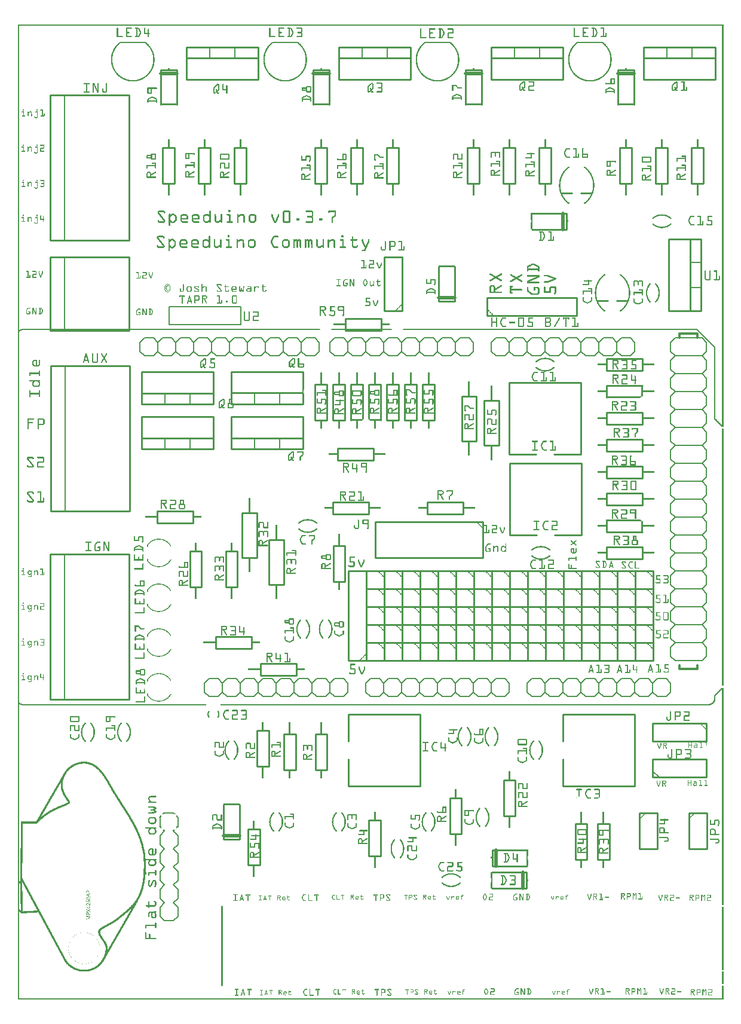
<source format=gto>
G04 MADE WITH FRITZING*
G04 WWW.FRITZING.ORG*
G04 DOUBLE SIDED*
G04 HOLES PLATED*
G04 CONTOUR ON CENTER OF CONTOUR VECTOR*
%ASAXBY*%
%FSLAX23Y23*%
%MOIN*%
%OFA0B0*%
%SFA1.0B1.0*%
%ADD10C,0.176224X0.176224*%
%ADD11C,0.008000*%
%ADD12C,0.010000*%
%ADD13C,0.020000*%
%ADD14C,0.005000*%
%ADD15C,0.012000*%
%ADD16C,0.006000*%
%ADD17C,0.007874*%
%ADD18R,0.001000X0.001000*%
%LNSILK1*%
G90*
G70*
G54D10*
X371Y1196D03*
G54D11*
X893Y616D02*
X893Y566D01*
D02*
X893Y566D02*
X868Y541D01*
D02*
X818Y541D02*
X793Y566D01*
D02*
X868Y741D02*
X893Y716D01*
D02*
X893Y716D02*
X893Y666D01*
D02*
X893Y666D02*
X868Y641D01*
D02*
X818Y641D02*
X793Y666D01*
D02*
X793Y666D02*
X793Y716D01*
D02*
X793Y716D02*
X818Y741D01*
D02*
X893Y616D02*
X868Y641D01*
D02*
X818Y641D02*
X793Y616D01*
D02*
X793Y566D02*
X793Y616D01*
D02*
X893Y916D02*
X893Y866D01*
D02*
X893Y866D02*
X868Y841D01*
D02*
X818Y841D02*
X793Y866D01*
D02*
X868Y841D02*
X893Y816D01*
D02*
X893Y816D02*
X893Y766D01*
D02*
X893Y766D02*
X868Y741D01*
D02*
X818Y741D02*
X793Y766D01*
D02*
X793Y766D02*
X793Y816D01*
D02*
X793Y816D02*
X818Y841D01*
D02*
X893Y916D02*
X868Y941D01*
D02*
X818Y941D02*
X793Y916D01*
D02*
X793Y866D02*
X793Y916D01*
D02*
X893Y1017D02*
X893Y967D01*
D02*
X868Y1042D02*
X818Y1042D01*
D02*
X793Y967D02*
X793Y1017D01*
D02*
X893Y516D02*
X893Y466D01*
D02*
X893Y466D02*
X868Y441D01*
D02*
X818Y441D02*
X793Y466D01*
D02*
X893Y516D02*
X868Y541D01*
D02*
X818Y541D02*
X793Y516D01*
D02*
X793Y466D02*
X793Y516D01*
D02*
X868Y441D02*
X818Y441D01*
G54D12*
D02*
X1828Y3799D02*
X2028Y3799D01*
D02*
X2028Y3799D02*
X2028Y3733D01*
D02*
X2028Y3733D02*
X1828Y3733D01*
D02*
X1828Y3733D02*
X1828Y3799D01*
D02*
X2839Y621D02*
X2644Y621D01*
D02*
X2644Y711D02*
X2839Y711D01*
D02*
X2839Y711D02*
X2839Y621D01*
G54D13*
D02*
X2819Y711D02*
X2819Y621D01*
G54D12*
D02*
X2647Y836D02*
X2842Y836D01*
D02*
X2842Y746D02*
X2647Y746D01*
D02*
X2647Y746D02*
X2647Y836D01*
G54D13*
D02*
X2667Y746D02*
X2667Y836D01*
G54D12*
D02*
X1843Y1191D02*
X2243Y1191D01*
D02*
X2243Y1191D02*
X2243Y1591D01*
D02*
X2243Y1591D02*
X1843Y1591D01*
D02*
X1843Y1191D02*
X1843Y1341D01*
D02*
X1843Y1441D02*
X1843Y1591D01*
D02*
X2743Y2391D02*
X2643Y2391D01*
D02*
X2643Y2391D02*
X2643Y2291D01*
D02*
X2643Y2291D02*
X2743Y2291D01*
D02*
X2743Y2291D02*
X2743Y2391D01*
D02*
X3143Y2391D02*
X3043Y2391D01*
D02*
X3043Y2391D02*
X3043Y2291D01*
D02*
X3043Y2291D02*
X3143Y2291D01*
D02*
X3143Y2291D02*
X3143Y2391D01*
D02*
X2243Y2391D02*
X2143Y2391D01*
D02*
X2143Y2391D02*
X2143Y2291D01*
D02*
X2143Y2291D02*
X2243Y2291D01*
D02*
X2243Y2291D02*
X2243Y2391D01*
D02*
X3443Y2391D02*
X3343Y2391D01*
D02*
X3343Y2391D02*
X3343Y2291D01*
D02*
X3343Y2291D02*
X3443Y2291D01*
D02*
X3443Y2291D02*
X3443Y2391D01*
D02*
X2843Y2391D02*
X2743Y2391D01*
D02*
X2743Y2391D02*
X2743Y2291D01*
D02*
X2743Y2291D02*
X2843Y2291D01*
D02*
X2843Y2291D02*
X2843Y2391D01*
D02*
X3243Y2391D02*
X3143Y2391D01*
D02*
X3143Y2391D02*
X3143Y2291D01*
D02*
X3143Y2291D02*
X3243Y2291D01*
D02*
X3243Y2291D02*
X3243Y2391D01*
D02*
X3043Y2391D02*
X2943Y2391D01*
D02*
X2943Y2391D02*
X2943Y2291D01*
D02*
X2943Y2291D02*
X3043Y2291D01*
D02*
X3043Y2291D02*
X3043Y2391D01*
D02*
X2543Y2391D02*
X2443Y2391D01*
D02*
X2443Y2391D02*
X2443Y2291D01*
D02*
X2443Y2291D02*
X2543Y2291D01*
D02*
X2543Y2291D02*
X2543Y2391D01*
D02*
X2043Y2391D02*
X1943Y2391D01*
D02*
X1943Y2391D02*
X1943Y2291D01*
D02*
X1943Y2291D02*
X2043Y2291D01*
D02*
X2043Y2291D02*
X2043Y2391D01*
D02*
X2343Y2391D02*
X2243Y2391D01*
D02*
X2243Y2391D02*
X2243Y2291D01*
D02*
X2243Y2291D02*
X2343Y2291D01*
D02*
X2343Y2291D02*
X2343Y2391D01*
D02*
X3543Y2391D02*
X3443Y2391D01*
D02*
X3443Y2391D02*
X3443Y2291D01*
D02*
X3443Y2291D02*
X3543Y2291D01*
D02*
X3543Y2291D02*
X3543Y2391D01*
D02*
X2643Y2391D02*
X2543Y2391D01*
D02*
X2543Y2391D02*
X2543Y2291D01*
D02*
X2543Y2291D02*
X2643Y2291D01*
D02*
X2643Y2291D02*
X2643Y2391D01*
D02*
X3343Y2391D02*
X3243Y2391D01*
D02*
X3243Y2391D02*
X3243Y2291D01*
D02*
X3243Y2291D02*
X3343Y2291D01*
D02*
X3343Y2291D02*
X3343Y2391D01*
D02*
X2443Y2391D02*
X2343Y2391D01*
D02*
X2343Y2391D02*
X2343Y2291D01*
D02*
X2343Y2291D02*
X2443Y2291D01*
D02*
X2443Y2291D02*
X2443Y2391D01*
D02*
X2943Y2391D02*
X2843Y2391D01*
D02*
X2843Y2391D02*
X2843Y2291D01*
D02*
X2843Y2291D02*
X2943Y2291D01*
D02*
X2943Y2291D02*
X2943Y2391D01*
D02*
X2143Y2391D02*
X2043Y2391D01*
D02*
X2043Y2391D02*
X2043Y2291D01*
D02*
X2043Y2291D02*
X2143Y2291D01*
D02*
X2143Y2291D02*
X2143Y2391D01*
D02*
X2743Y2291D02*
X2643Y2291D01*
D02*
X2643Y2291D02*
X2643Y2191D01*
D02*
X2643Y2191D02*
X2743Y2191D01*
D02*
X2743Y2191D02*
X2743Y2291D01*
D02*
X3143Y2291D02*
X3043Y2291D01*
D02*
X3043Y2291D02*
X3043Y2191D01*
D02*
X3043Y2191D02*
X3143Y2191D01*
D02*
X3143Y2191D02*
X3143Y2291D01*
D02*
X2243Y2291D02*
X2143Y2291D01*
D02*
X2143Y2291D02*
X2143Y2191D01*
D02*
X2143Y2191D02*
X2243Y2191D01*
D02*
X2243Y2191D02*
X2243Y2291D01*
D02*
X3443Y2291D02*
X3343Y2291D01*
D02*
X3343Y2291D02*
X3343Y2191D01*
D02*
X3343Y2191D02*
X3443Y2191D01*
D02*
X3443Y2191D02*
X3443Y2291D01*
D02*
X2843Y2291D02*
X2743Y2291D01*
D02*
X2743Y2291D02*
X2743Y2191D01*
D02*
X2743Y2191D02*
X2843Y2191D01*
D02*
X2843Y2191D02*
X2843Y2291D01*
D02*
X3243Y2291D02*
X3143Y2291D01*
D02*
X3143Y2291D02*
X3143Y2191D01*
D02*
X3143Y2191D02*
X3243Y2191D01*
D02*
X3243Y2191D02*
X3243Y2291D01*
D02*
X3043Y2291D02*
X2943Y2291D01*
D02*
X2943Y2291D02*
X2943Y2191D01*
D02*
X2943Y2191D02*
X3043Y2191D01*
D02*
X3043Y2191D02*
X3043Y2291D01*
D02*
X2543Y2291D02*
X2443Y2291D01*
D02*
X2443Y2291D02*
X2443Y2191D01*
D02*
X2443Y2191D02*
X2543Y2191D01*
D02*
X2543Y2191D02*
X2543Y2291D01*
D02*
X2043Y2291D02*
X1943Y2291D01*
D02*
X1943Y2291D02*
X1943Y2191D01*
D02*
X1943Y2191D02*
X2043Y2191D01*
D02*
X2043Y2191D02*
X2043Y2291D01*
D02*
X2343Y2291D02*
X2243Y2291D01*
D02*
X2243Y2291D02*
X2243Y2191D01*
D02*
X2243Y2191D02*
X2343Y2191D01*
D02*
X2343Y2191D02*
X2343Y2291D01*
D02*
X3543Y2291D02*
X3443Y2291D01*
D02*
X3443Y2291D02*
X3443Y2191D01*
D02*
X3443Y2191D02*
X3543Y2191D01*
D02*
X3543Y2191D02*
X3543Y2291D01*
D02*
X2643Y2291D02*
X2543Y2291D01*
D02*
X2543Y2291D02*
X2543Y2191D01*
D02*
X2543Y2191D02*
X2643Y2191D01*
D02*
X2643Y2191D02*
X2643Y2291D01*
D02*
X3343Y2291D02*
X3243Y2291D01*
D02*
X3243Y2291D02*
X3243Y2191D01*
D02*
X3243Y2191D02*
X3343Y2191D01*
D02*
X3343Y2191D02*
X3343Y2291D01*
D02*
X2443Y2291D02*
X2343Y2291D01*
D02*
X2343Y2291D02*
X2343Y2191D01*
D02*
X2343Y2191D02*
X2443Y2191D01*
D02*
X2443Y2191D02*
X2443Y2291D01*
D02*
X2943Y2291D02*
X2843Y2291D01*
D02*
X2843Y2291D02*
X2843Y2191D01*
D02*
X2843Y2191D02*
X2943Y2191D01*
D02*
X2943Y2191D02*
X2943Y2291D01*
D02*
X2143Y2291D02*
X2043Y2291D01*
D02*
X2043Y2291D02*
X2043Y2191D01*
D02*
X2043Y2191D02*
X2143Y2191D01*
D02*
X2143Y2191D02*
X2143Y2291D01*
D02*
X2743Y2191D02*
X2643Y2191D01*
D02*
X2643Y2191D02*
X2643Y2091D01*
D02*
X2643Y2091D02*
X2743Y2091D01*
D02*
X2743Y2091D02*
X2743Y2191D01*
D02*
X3143Y2191D02*
X3043Y2191D01*
D02*
X3043Y2191D02*
X3043Y2091D01*
D02*
X3043Y2091D02*
X3143Y2091D01*
D02*
X3143Y2091D02*
X3143Y2191D01*
D02*
X2243Y2191D02*
X2143Y2191D01*
D02*
X2143Y2191D02*
X2143Y2091D01*
D02*
X2143Y2091D02*
X2243Y2091D01*
D02*
X2243Y2091D02*
X2243Y2191D01*
D02*
X3443Y2191D02*
X3343Y2191D01*
D02*
X3343Y2191D02*
X3343Y2091D01*
D02*
X3343Y2091D02*
X3443Y2091D01*
D02*
X3443Y2091D02*
X3443Y2191D01*
D02*
X2843Y2191D02*
X2743Y2191D01*
D02*
X2743Y2191D02*
X2743Y2091D01*
D02*
X2743Y2091D02*
X2843Y2091D01*
D02*
X2843Y2091D02*
X2843Y2191D01*
D02*
X3243Y2191D02*
X3143Y2191D01*
D02*
X3143Y2191D02*
X3143Y2091D01*
D02*
X3143Y2091D02*
X3243Y2091D01*
D02*
X3243Y2091D02*
X3243Y2191D01*
D02*
X3043Y2191D02*
X2943Y2191D01*
D02*
X2943Y2191D02*
X2943Y2091D01*
D02*
X2943Y2091D02*
X3043Y2091D01*
D02*
X3043Y2091D02*
X3043Y2191D01*
D02*
X2543Y2191D02*
X2443Y2191D01*
D02*
X2443Y2191D02*
X2443Y2091D01*
D02*
X2443Y2091D02*
X2543Y2091D01*
D02*
X2543Y2091D02*
X2543Y2191D01*
D02*
X2043Y2191D02*
X1943Y2191D01*
D02*
X1943Y2191D02*
X1943Y2091D01*
D02*
X1943Y2091D02*
X2043Y2091D01*
D02*
X2043Y2091D02*
X2043Y2191D01*
D02*
X2343Y2191D02*
X2243Y2191D01*
D02*
X2243Y2191D02*
X2243Y2091D01*
D02*
X2243Y2091D02*
X2343Y2091D01*
D02*
X2343Y2091D02*
X2343Y2191D01*
D02*
X3543Y2191D02*
X3443Y2191D01*
D02*
X3443Y2191D02*
X3443Y2091D01*
D02*
X3443Y2091D02*
X3543Y2091D01*
D02*
X3543Y2091D02*
X3543Y2191D01*
D02*
X2643Y2191D02*
X2543Y2191D01*
D02*
X2543Y2191D02*
X2543Y2091D01*
D02*
X2543Y2091D02*
X2643Y2091D01*
D02*
X2643Y2091D02*
X2643Y2191D01*
D02*
X3343Y2191D02*
X3243Y2191D01*
D02*
X3243Y2191D02*
X3243Y2091D01*
D02*
X3243Y2091D02*
X3343Y2091D01*
D02*
X3343Y2091D02*
X3343Y2191D01*
D02*
X2443Y2191D02*
X2343Y2191D01*
D02*
X2343Y2191D02*
X2343Y2091D01*
D02*
X2343Y2091D02*
X2443Y2091D01*
D02*
X2443Y2091D02*
X2443Y2191D01*
D02*
X2943Y2191D02*
X2843Y2191D01*
D02*
X2843Y2191D02*
X2843Y2091D01*
D02*
X2843Y2091D02*
X2943Y2091D01*
D02*
X2943Y2091D02*
X2943Y2191D01*
D02*
X2143Y2191D02*
X2043Y2191D01*
D02*
X2043Y2191D02*
X2043Y2091D01*
D02*
X2043Y2091D02*
X2143Y2091D01*
D02*
X2143Y2091D02*
X2143Y2191D01*
D02*
X2043Y2091D02*
X1943Y2091D01*
D02*
X1943Y2091D02*
X1943Y1991D01*
D02*
X1943Y1991D02*
X2043Y1991D01*
D02*
X2043Y1991D02*
X2043Y2091D01*
D02*
X3243Y2091D02*
X3143Y2091D01*
D02*
X3143Y2091D02*
X3143Y1991D01*
D02*
X3143Y1991D02*
X3243Y1991D01*
D02*
X3243Y1991D02*
X3243Y2091D01*
D02*
X2543Y2091D02*
X2443Y2091D01*
D02*
X2443Y2091D02*
X2443Y1991D01*
D02*
X2443Y1991D02*
X2543Y1991D01*
D02*
X2543Y1991D02*
X2543Y2091D01*
D02*
X2843Y2091D02*
X2743Y2091D01*
D02*
X2743Y2091D02*
X2743Y1991D01*
D02*
X2743Y1991D02*
X2843Y1991D01*
D02*
X2843Y1991D02*
X2843Y2091D01*
D02*
X3443Y2091D02*
X3343Y2091D01*
D02*
X3343Y2091D02*
X3343Y1991D01*
D02*
X3343Y1991D02*
X3443Y1991D01*
D02*
X3443Y1991D02*
X3443Y2091D01*
D02*
X3343Y2091D02*
X3243Y2091D01*
D02*
X3243Y2091D02*
X3243Y1991D01*
D02*
X3243Y1991D02*
X3343Y1991D01*
D02*
X3343Y1991D02*
X3343Y2091D01*
D02*
X2443Y2091D02*
X2343Y2091D01*
D02*
X2343Y2091D02*
X2343Y1991D01*
D02*
X2343Y1991D02*
X2443Y1991D01*
D02*
X2443Y1991D02*
X2443Y2091D01*
D02*
X2243Y2091D02*
X2143Y2091D01*
D02*
X2143Y2091D02*
X2143Y1991D01*
D02*
X2143Y1991D02*
X2243Y1991D01*
D02*
X2243Y1991D02*
X2243Y2091D01*
D02*
X3043Y2091D02*
X2943Y2091D01*
D02*
X2943Y2091D02*
X2943Y1991D01*
D02*
X2943Y1991D02*
X3043Y1991D01*
D02*
X3043Y1991D02*
X3043Y2091D01*
D02*
X2743Y2091D02*
X2643Y2091D01*
D02*
X2643Y2091D02*
X2643Y1991D01*
D02*
X2643Y1991D02*
X2743Y1991D01*
D02*
X2743Y1991D02*
X2743Y2091D01*
D02*
X2343Y2091D02*
X2243Y2091D01*
D02*
X2243Y2091D02*
X2243Y1991D01*
D02*
X2243Y1991D02*
X2343Y1991D01*
D02*
X2343Y1991D02*
X2343Y2091D01*
D02*
X2143Y2091D02*
X2043Y2091D01*
D02*
X2043Y2091D02*
X2043Y1991D01*
D02*
X2043Y1991D02*
X2143Y1991D01*
D02*
X2143Y1991D02*
X2143Y2091D01*
D02*
X3143Y2091D02*
X3043Y2091D01*
D02*
X3043Y2091D02*
X3043Y1991D01*
D02*
X3043Y1991D02*
X3143Y1991D01*
D02*
X3143Y1991D02*
X3143Y2091D01*
D02*
X2943Y2091D02*
X2843Y2091D01*
D02*
X2843Y2091D02*
X2843Y1991D01*
D02*
X2843Y1991D02*
X2943Y1991D01*
D02*
X2943Y1991D02*
X2943Y2091D01*
D02*
X2643Y2091D02*
X2543Y2091D01*
D02*
X2543Y2091D02*
X2543Y1991D01*
D02*
X2543Y1991D02*
X2643Y1991D01*
D02*
X2643Y1991D02*
X2643Y2091D01*
D02*
X3543Y2091D02*
X3443Y2091D01*
D02*
X3443Y2091D02*
X3443Y1991D01*
D02*
X3443Y1991D02*
X3543Y1991D01*
D02*
X3543Y1991D02*
X3543Y2091D01*
D02*
X2043Y1991D02*
X1943Y1991D01*
D02*
X1943Y1991D02*
X1943Y1891D01*
D02*
X1943Y1891D02*
X2043Y1891D01*
D02*
X2043Y1891D02*
X2043Y1991D01*
D02*
X2143Y1991D02*
X2043Y1991D01*
D02*
X2043Y1991D02*
X2043Y1891D01*
D02*
X2043Y1891D02*
X2143Y1891D01*
D02*
X2143Y1891D02*
X2143Y1991D01*
D02*
X2243Y1991D02*
X2143Y1991D01*
D02*
X2143Y1991D02*
X2143Y1891D01*
D02*
X2143Y1891D02*
X2243Y1891D01*
D02*
X2243Y1891D02*
X2243Y1991D01*
D02*
X2343Y1991D02*
X2243Y1991D01*
D02*
X2243Y1991D02*
X2243Y1891D01*
D02*
X2243Y1891D02*
X2343Y1891D01*
D02*
X2343Y1891D02*
X2343Y1991D01*
D02*
X2443Y1991D02*
X2343Y1991D01*
D02*
X2343Y1991D02*
X2343Y1891D01*
D02*
X2343Y1891D02*
X2443Y1891D01*
D02*
X2443Y1891D02*
X2443Y1991D01*
D02*
X2543Y1991D02*
X2443Y1991D01*
D02*
X2443Y1991D02*
X2443Y1891D01*
D02*
X2443Y1891D02*
X2543Y1891D01*
D02*
X2543Y1891D02*
X2543Y1991D01*
D02*
X2643Y1991D02*
X2543Y1991D01*
D02*
X2543Y1991D02*
X2543Y1891D01*
D02*
X2543Y1891D02*
X2643Y1891D01*
D02*
X2643Y1891D02*
X2643Y1991D01*
D02*
X2743Y1991D02*
X2643Y1991D01*
D02*
X2643Y1991D02*
X2643Y1891D01*
D02*
X2643Y1891D02*
X2743Y1891D01*
D02*
X2743Y1891D02*
X2743Y1991D01*
D02*
X2843Y1991D02*
X2743Y1991D01*
D02*
X2743Y1991D02*
X2743Y1891D01*
D02*
X2743Y1891D02*
X2843Y1891D01*
D02*
X2843Y1891D02*
X2843Y1991D01*
D02*
X2943Y1991D02*
X2843Y1991D01*
D02*
X2843Y1991D02*
X2843Y1891D01*
D02*
X2843Y1891D02*
X2943Y1891D01*
D02*
X2943Y1891D02*
X2943Y1991D01*
D02*
X3043Y1991D02*
X2943Y1991D01*
D02*
X2943Y1991D02*
X2943Y1891D01*
D02*
X2943Y1891D02*
X3043Y1891D01*
D02*
X3043Y1891D02*
X3043Y1991D01*
D02*
X3143Y1991D02*
X3043Y1991D01*
D02*
X3043Y1991D02*
X3043Y1891D01*
D02*
X3043Y1891D02*
X3143Y1891D01*
D02*
X3143Y1891D02*
X3143Y1991D01*
D02*
X3243Y1991D02*
X3143Y1991D01*
D02*
X3143Y1991D02*
X3143Y1891D01*
D02*
X3143Y1891D02*
X3243Y1891D01*
D02*
X3243Y1891D02*
X3243Y1991D01*
D02*
X3343Y1991D02*
X3243Y1991D01*
D02*
X3243Y1991D02*
X3243Y1891D01*
D02*
X3243Y1891D02*
X3343Y1891D01*
D02*
X3343Y1891D02*
X3343Y1991D01*
D02*
X3443Y1991D02*
X3343Y1991D01*
D02*
X3343Y1991D02*
X3343Y1891D01*
D02*
X3343Y1891D02*
X3443Y1891D01*
D02*
X3443Y1891D02*
X3443Y1991D01*
D02*
X3543Y1991D02*
X3443Y1991D01*
D02*
X3443Y1991D02*
X3443Y1891D01*
D02*
X3443Y1891D02*
X3543Y1891D01*
D02*
X3543Y1891D02*
X3543Y1991D01*
D02*
X1943Y1891D02*
X1943Y2391D01*
D02*
X1943Y2391D02*
X1843Y2391D01*
D02*
X1843Y2391D02*
X1843Y1891D01*
D02*
X1843Y1891D02*
X1943Y1891D01*
D02*
X2593Y2666D02*
X1993Y2666D01*
D02*
X1993Y2666D02*
X1993Y2466D01*
D02*
X1993Y2466D02*
X2593Y2466D01*
D02*
X2593Y2466D02*
X2593Y2666D01*
D02*
X1092Y3321D02*
X692Y3321D01*
D02*
X692Y3321D02*
X692Y3501D01*
D02*
X692Y3501D02*
X1092Y3501D01*
D02*
X1092Y3501D02*
X1092Y3321D01*
D02*
X1092Y3321D02*
X692Y3321D01*
D02*
X692Y3321D02*
X692Y3381D01*
D02*
X692Y3381D02*
X1092Y3381D01*
D02*
X1092Y3381D02*
X1092Y3321D01*
G54D14*
D02*
X962Y3321D02*
X962Y3381D01*
D02*
X822Y3321D02*
X822Y3381D01*
G54D12*
D02*
X1592Y3321D02*
X1192Y3321D01*
D02*
X1192Y3321D02*
X1192Y3501D01*
D02*
X1192Y3501D02*
X1592Y3501D01*
D02*
X1592Y3321D02*
X1192Y3321D01*
D02*
X1192Y3321D02*
X1192Y3381D01*
G54D14*
D02*
X1462Y3321D02*
X1462Y3381D01*
D02*
X1322Y3321D02*
X1322Y3381D01*
G54D12*
D02*
X1592Y3071D02*
X1192Y3071D01*
D02*
X1192Y3071D02*
X1192Y3251D01*
D02*
X1192Y3251D02*
X1592Y3251D01*
D02*
X1592Y3251D02*
X1592Y3071D01*
D02*
X1592Y3071D02*
X1192Y3071D01*
D02*
X1192Y3071D02*
X1192Y3131D01*
D02*
X1192Y3131D02*
X1592Y3131D01*
D02*
X1592Y3131D02*
X1592Y3071D01*
G54D14*
D02*
X1462Y3071D02*
X1462Y3131D01*
D02*
X1322Y3071D02*
X1322Y3131D01*
G54D12*
D02*
X1092Y3071D02*
X692Y3071D01*
D02*
X692Y3071D02*
X692Y3251D01*
D02*
X692Y3251D02*
X1092Y3251D01*
D02*
X1092Y3251D02*
X1092Y3071D01*
D02*
X1092Y3071D02*
X692Y3071D01*
D02*
X692Y3071D02*
X692Y3131D01*
D02*
X692Y3131D02*
X1092Y3131D01*
D02*
X1092Y3131D02*
X1092Y3071D01*
G54D14*
D02*
X962Y3071D02*
X962Y3131D01*
D02*
X822Y3071D02*
X822Y3131D01*
G54D12*
D02*
X1285Y751D02*
X1285Y951D01*
D02*
X1285Y951D02*
X1351Y951D01*
D02*
X1351Y951D02*
X1351Y751D01*
D02*
X1351Y751D02*
X1285Y751D01*
G54D15*
D02*
X3692Y1866D02*
X3692Y1846D01*
D02*
X3692Y1846D02*
X3792Y1846D01*
D02*
X3792Y1846D02*
X3792Y1866D01*
D02*
X3692Y3691D02*
X3692Y3716D01*
D02*
X3692Y3716D02*
X3792Y3716D01*
D02*
X3792Y3716D02*
X3792Y3691D01*
G54D16*
D02*
X3467Y1791D02*
X3517Y1791D01*
D02*
X3517Y1791D02*
X3542Y1766D01*
D02*
X3542Y1766D02*
X3542Y1716D01*
D02*
X3542Y1716D02*
X3517Y1691D01*
D02*
X3342Y1766D02*
X3367Y1791D01*
D02*
X3367Y1791D02*
X3417Y1791D01*
D02*
X3417Y1791D02*
X3442Y1766D01*
D02*
X3442Y1766D02*
X3442Y1716D01*
D02*
X3442Y1716D02*
X3417Y1691D01*
D02*
X3417Y1691D02*
X3367Y1691D01*
D02*
X3367Y1691D02*
X3342Y1716D01*
D02*
X3467Y1791D02*
X3442Y1766D01*
D02*
X3442Y1716D02*
X3467Y1691D01*
D02*
X3517Y1691D02*
X3467Y1691D01*
D02*
X3167Y1791D02*
X3217Y1791D01*
D02*
X3217Y1791D02*
X3242Y1766D01*
D02*
X3242Y1766D02*
X3242Y1716D01*
D02*
X3242Y1716D02*
X3217Y1691D01*
D02*
X3242Y1766D02*
X3267Y1791D01*
D02*
X3267Y1791D02*
X3317Y1791D01*
D02*
X3317Y1791D02*
X3342Y1766D01*
D02*
X3342Y1766D02*
X3342Y1716D01*
D02*
X3342Y1716D02*
X3317Y1691D01*
D02*
X3317Y1691D02*
X3267Y1691D01*
D02*
X3267Y1691D02*
X3242Y1716D01*
D02*
X3042Y1766D02*
X3067Y1791D01*
D02*
X3067Y1791D02*
X3117Y1791D01*
D02*
X3117Y1791D02*
X3142Y1766D01*
D02*
X3142Y1766D02*
X3142Y1716D01*
D02*
X3142Y1716D02*
X3117Y1691D01*
D02*
X3117Y1691D02*
X3067Y1691D01*
D02*
X3067Y1691D02*
X3042Y1716D01*
D02*
X3167Y1791D02*
X3142Y1766D01*
D02*
X3142Y1716D02*
X3167Y1691D01*
D02*
X3217Y1691D02*
X3167Y1691D01*
D02*
X2867Y1791D02*
X2917Y1791D01*
D02*
X2917Y1791D02*
X2942Y1766D01*
D02*
X2942Y1766D02*
X2942Y1716D01*
D02*
X2942Y1716D02*
X2917Y1691D01*
D02*
X2942Y1766D02*
X2967Y1791D01*
D02*
X2967Y1791D02*
X3017Y1791D01*
D02*
X3017Y1791D02*
X3042Y1766D01*
D02*
X3042Y1766D02*
X3042Y1716D01*
D02*
X3042Y1716D02*
X3017Y1691D01*
D02*
X3017Y1691D02*
X2967Y1691D01*
D02*
X2967Y1691D02*
X2942Y1716D01*
D02*
X2842Y1766D02*
X2842Y1716D01*
D02*
X2867Y1791D02*
X2842Y1766D01*
D02*
X2842Y1716D02*
X2867Y1691D01*
D02*
X2917Y1691D02*
X2867Y1691D01*
D02*
X3567Y1791D02*
X3617Y1791D01*
D02*
X3617Y1791D02*
X3642Y1766D01*
D02*
X3642Y1766D02*
X3642Y1716D01*
D02*
X3642Y1716D02*
X3617Y1691D01*
D02*
X3567Y1791D02*
X3542Y1766D01*
D02*
X3542Y1716D02*
X3567Y1691D01*
D02*
X3617Y1691D02*
X3567Y1691D01*
D02*
X2567Y1791D02*
X2617Y1791D01*
D02*
X2617Y1791D02*
X2642Y1766D01*
D02*
X2642Y1766D02*
X2642Y1716D01*
D02*
X2642Y1716D02*
X2617Y1691D01*
D02*
X2442Y1766D02*
X2467Y1791D01*
D02*
X2467Y1791D02*
X2517Y1791D01*
D02*
X2517Y1791D02*
X2542Y1766D01*
D02*
X2542Y1766D02*
X2542Y1716D01*
D02*
X2542Y1716D02*
X2517Y1691D01*
D02*
X2517Y1691D02*
X2467Y1691D01*
D02*
X2467Y1691D02*
X2442Y1716D01*
D02*
X2567Y1791D02*
X2542Y1766D01*
D02*
X2542Y1716D02*
X2567Y1691D01*
D02*
X2617Y1691D02*
X2567Y1691D01*
D02*
X2267Y1791D02*
X2317Y1791D01*
D02*
X2317Y1791D02*
X2342Y1766D01*
D02*
X2342Y1766D02*
X2342Y1716D01*
D02*
X2342Y1716D02*
X2317Y1691D01*
D02*
X2342Y1766D02*
X2367Y1791D01*
D02*
X2367Y1791D02*
X2417Y1791D01*
D02*
X2417Y1791D02*
X2442Y1766D01*
D02*
X2442Y1766D02*
X2442Y1716D01*
D02*
X2442Y1716D02*
X2417Y1691D01*
D02*
X2417Y1691D02*
X2367Y1691D01*
D02*
X2367Y1691D02*
X2342Y1716D01*
D02*
X2142Y1766D02*
X2167Y1791D01*
D02*
X2167Y1791D02*
X2217Y1791D01*
D02*
X2217Y1791D02*
X2242Y1766D01*
D02*
X2242Y1766D02*
X2242Y1716D01*
D02*
X2242Y1716D02*
X2217Y1691D01*
D02*
X2217Y1691D02*
X2167Y1691D01*
D02*
X2167Y1691D02*
X2142Y1716D01*
D02*
X2267Y1791D02*
X2242Y1766D01*
D02*
X2242Y1716D02*
X2267Y1691D01*
D02*
X2317Y1691D02*
X2267Y1691D01*
D02*
X1967Y1791D02*
X2017Y1791D01*
D02*
X2017Y1791D02*
X2042Y1766D01*
D02*
X2042Y1766D02*
X2042Y1716D01*
D02*
X2042Y1716D02*
X2017Y1691D01*
D02*
X2042Y1766D02*
X2067Y1791D01*
D02*
X2067Y1791D02*
X2117Y1791D01*
D02*
X2117Y1791D02*
X2142Y1766D01*
D02*
X2142Y1766D02*
X2142Y1716D01*
D02*
X2142Y1716D02*
X2117Y1691D01*
D02*
X2117Y1691D02*
X2067Y1691D01*
D02*
X2067Y1691D02*
X2042Y1716D01*
D02*
X1942Y1766D02*
X1942Y1716D01*
D02*
X1967Y1791D02*
X1942Y1766D01*
D02*
X1942Y1716D02*
X1967Y1691D01*
D02*
X2017Y1691D02*
X1967Y1691D01*
D02*
X2667Y1791D02*
X2717Y1791D01*
D02*
X2717Y1791D02*
X2742Y1766D01*
D02*
X2742Y1766D02*
X2742Y1716D01*
D02*
X2742Y1716D02*
X2717Y1691D01*
D02*
X2667Y1791D02*
X2642Y1766D01*
D02*
X2642Y1716D02*
X2667Y1691D01*
D02*
X2717Y1691D02*
X2667Y1691D01*
D02*
X2817Y3591D02*
X2767Y3591D01*
D02*
X2767Y3591D02*
X2742Y3616D01*
D02*
X2742Y3616D02*
X2742Y3666D01*
D02*
X2742Y3666D02*
X2767Y3691D01*
D02*
X2942Y3616D02*
X2917Y3591D01*
D02*
X2917Y3591D02*
X2867Y3591D01*
D02*
X2867Y3591D02*
X2842Y3616D01*
D02*
X2842Y3616D02*
X2842Y3666D01*
D02*
X2842Y3666D02*
X2867Y3691D01*
D02*
X2867Y3691D02*
X2917Y3691D01*
D02*
X2917Y3691D02*
X2942Y3666D01*
D02*
X2817Y3591D02*
X2842Y3616D01*
D02*
X2842Y3666D02*
X2817Y3691D01*
D02*
X2767Y3691D02*
X2817Y3691D01*
D02*
X3117Y3591D02*
X3067Y3591D01*
D02*
X3067Y3591D02*
X3042Y3616D01*
D02*
X3042Y3616D02*
X3042Y3666D01*
D02*
X3042Y3666D02*
X3067Y3691D01*
D02*
X3042Y3616D02*
X3017Y3591D01*
D02*
X3017Y3591D02*
X2967Y3591D01*
D02*
X2967Y3591D02*
X2942Y3616D01*
D02*
X2942Y3616D02*
X2942Y3666D01*
D02*
X2942Y3666D02*
X2967Y3691D01*
D02*
X2967Y3691D02*
X3017Y3691D01*
D02*
X3017Y3691D02*
X3042Y3666D01*
D02*
X3242Y3616D02*
X3217Y3591D01*
D02*
X3217Y3591D02*
X3167Y3591D01*
D02*
X3167Y3591D02*
X3142Y3616D01*
D02*
X3142Y3616D02*
X3142Y3666D01*
D02*
X3142Y3666D02*
X3167Y3691D01*
D02*
X3167Y3691D02*
X3217Y3691D01*
D02*
X3217Y3691D02*
X3242Y3666D01*
D02*
X3117Y3591D02*
X3142Y3616D01*
D02*
X3142Y3666D02*
X3117Y3691D01*
D02*
X3067Y3691D02*
X3117Y3691D01*
D02*
X3417Y3591D02*
X3367Y3591D01*
D02*
X3367Y3591D02*
X3342Y3616D01*
D02*
X3342Y3616D02*
X3342Y3666D01*
D02*
X3342Y3666D02*
X3367Y3691D01*
D02*
X3342Y3616D02*
X3317Y3591D01*
D02*
X3317Y3591D02*
X3267Y3591D01*
D02*
X3267Y3591D02*
X3242Y3616D01*
D02*
X3242Y3616D02*
X3242Y3666D01*
D02*
X3242Y3666D02*
X3267Y3691D01*
D02*
X3267Y3691D02*
X3317Y3691D01*
D02*
X3317Y3691D02*
X3342Y3666D01*
D02*
X3442Y3616D02*
X3442Y3666D01*
D02*
X3417Y3591D02*
X3442Y3616D01*
D02*
X3442Y3666D02*
X3417Y3691D01*
D02*
X3367Y3691D02*
X3417Y3691D01*
D02*
X2717Y3591D02*
X2667Y3591D01*
D02*
X2667Y3591D02*
X2642Y3616D01*
D02*
X2642Y3616D02*
X2642Y3666D01*
D02*
X2642Y3666D02*
X2667Y3691D01*
D02*
X2717Y3591D02*
X2742Y3616D01*
D02*
X2742Y3666D02*
X2717Y3691D01*
D02*
X2667Y3691D02*
X2717Y3691D01*
D02*
X1482Y3666D02*
X1507Y3691D01*
D02*
X1507Y3691D02*
X1557Y3691D01*
D02*
X1557Y3691D02*
X1582Y3666D01*
D02*
X1582Y3666D02*
X1582Y3616D01*
D02*
X1582Y3616D02*
X1557Y3591D01*
D02*
X1557Y3591D02*
X1507Y3591D01*
D02*
X1507Y3591D02*
X1482Y3616D01*
D02*
X1307Y3691D02*
X1357Y3691D01*
D02*
X1357Y3691D02*
X1382Y3666D01*
D02*
X1382Y3666D02*
X1382Y3616D01*
D02*
X1382Y3616D02*
X1357Y3591D01*
D02*
X1382Y3666D02*
X1407Y3691D01*
D02*
X1407Y3691D02*
X1457Y3691D01*
D02*
X1457Y3691D02*
X1482Y3666D01*
D02*
X1482Y3666D02*
X1482Y3616D01*
D02*
X1482Y3616D02*
X1457Y3591D01*
D02*
X1457Y3591D02*
X1407Y3591D01*
D02*
X1407Y3591D02*
X1382Y3616D01*
D02*
X1182Y3666D02*
X1207Y3691D01*
D02*
X1207Y3691D02*
X1257Y3691D01*
D02*
X1257Y3691D02*
X1282Y3666D01*
D02*
X1282Y3666D02*
X1282Y3616D01*
D02*
X1282Y3616D02*
X1257Y3591D01*
D02*
X1257Y3591D02*
X1207Y3591D01*
D02*
X1207Y3591D02*
X1182Y3616D01*
D02*
X1307Y3691D02*
X1282Y3666D01*
D02*
X1282Y3616D02*
X1307Y3591D01*
D02*
X1357Y3591D02*
X1307Y3591D01*
D02*
X1007Y3691D02*
X1057Y3691D01*
D02*
X1057Y3691D02*
X1082Y3666D01*
D02*
X1082Y3666D02*
X1082Y3616D01*
D02*
X1082Y3616D02*
X1057Y3591D01*
D02*
X1082Y3666D02*
X1107Y3691D01*
D02*
X1107Y3691D02*
X1157Y3691D01*
D02*
X1157Y3691D02*
X1182Y3666D01*
D02*
X1182Y3666D02*
X1182Y3616D01*
D02*
X1182Y3616D02*
X1157Y3591D01*
D02*
X1157Y3591D02*
X1107Y3591D01*
D02*
X1107Y3591D02*
X1082Y3616D01*
D02*
X882Y3666D02*
X907Y3691D01*
D02*
X907Y3691D02*
X957Y3691D01*
D02*
X957Y3691D02*
X982Y3666D01*
D02*
X982Y3666D02*
X982Y3616D01*
D02*
X982Y3616D02*
X957Y3591D01*
D02*
X957Y3591D02*
X907Y3591D01*
D02*
X907Y3591D02*
X882Y3616D01*
D02*
X1007Y3691D02*
X982Y3666D01*
D02*
X982Y3616D02*
X1007Y3591D01*
D02*
X1057Y3591D02*
X1007Y3591D01*
D02*
X707Y3691D02*
X757Y3691D01*
D02*
X757Y3691D02*
X782Y3666D01*
D02*
X782Y3666D02*
X782Y3616D01*
D02*
X782Y3616D02*
X757Y3591D01*
D02*
X782Y3666D02*
X807Y3691D01*
D02*
X807Y3691D02*
X857Y3691D01*
D02*
X857Y3691D02*
X882Y3666D01*
D02*
X882Y3666D02*
X882Y3616D01*
D02*
X882Y3616D02*
X857Y3591D01*
D02*
X857Y3591D02*
X807Y3591D01*
D02*
X807Y3591D02*
X782Y3616D01*
D02*
X682Y3666D02*
X682Y3616D01*
D02*
X707Y3691D02*
X682Y3666D01*
D02*
X682Y3616D02*
X707Y3591D01*
D02*
X757Y3591D02*
X707Y3591D01*
D02*
X1607Y3691D02*
X1657Y3691D01*
D02*
X1657Y3691D02*
X1682Y3666D01*
D02*
X1682Y3666D02*
X1682Y3616D01*
D02*
X1682Y3616D02*
X1657Y3591D01*
D02*
X1607Y3691D02*
X1582Y3666D01*
D02*
X1582Y3616D02*
X1607Y3591D01*
D02*
X1657Y3591D02*
X1607Y3591D01*
D02*
X1667Y1791D02*
X1717Y1791D01*
D02*
X1717Y1791D02*
X1742Y1766D01*
D02*
X1742Y1766D02*
X1742Y1716D01*
D02*
X1742Y1716D02*
X1717Y1691D01*
D02*
X1542Y1766D02*
X1567Y1791D01*
D02*
X1567Y1791D02*
X1617Y1791D01*
D02*
X1617Y1791D02*
X1642Y1766D01*
D02*
X1642Y1766D02*
X1642Y1716D01*
D02*
X1642Y1716D02*
X1617Y1691D01*
D02*
X1617Y1691D02*
X1567Y1691D01*
D02*
X1567Y1691D02*
X1542Y1716D01*
D02*
X1667Y1791D02*
X1642Y1766D01*
D02*
X1642Y1716D02*
X1667Y1691D01*
D02*
X1717Y1691D02*
X1667Y1691D01*
D02*
X1367Y1791D02*
X1417Y1791D01*
D02*
X1417Y1791D02*
X1442Y1766D01*
D02*
X1442Y1766D02*
X1442Y1716D01*
D02*
X1442Y1716D02*
X1417Y1691D01*
D02*
X1442Y1766D02*
X1467Y1791D01*
D02*
X1467Y1791D02*
X1517Y1791D01*
D02*
X1517Y1791D02*
X1542Y1766D01*
D02*
X1542Y1766D02*
X1542Y1716D01*
D02*
X1542Y1716D02*
X1517Y1691D01*
D02*
X1517Y1691D02*
X1467Y1691D01*
D02*
X1467Y1691D02*
X1442Y1716D01*
D02*
X1242Y1766D02*
X1267Y1791D01*
D02*
X1267Y1791D02*
X1317Y1791D01*
D02*
X1317Y1791D02*
X1342Y1766D01*
D02*
X1342Y1766D02*
X1342Y1716D01*
D02*
X1342Y1716D02*
X1317Y1691D01*
D02*
X1317Y1691D02*
X1267Y1691D01*
D02*
X1267Y1691D02*
X1242Y1716D01*
D02*
X1367Y1791D02*
X1342Y1766D01*
D02*
X1342Y1716D02*
X1367Y1691D01*
D02*
X1417Y1691D02*
X1367Y1691D01*
D02*
X1067Y1791D02*
X1117Y1791D01*
D02*
X1117Y1791D02*
X1142Y1766D01*
D02*
X1142Y1766D02*
X1142Y1716D01*
D02*
X1142Y1716D02*
X1117Y1691D01*
D02*
X1142Y1766D02*
X1167Y1791D01*
D02*
X1167Y1791D02*
X1217Y1791D01*
D02*
X1217Y1791D02*
X1242Y1766D01*
D02*
X1242Y1766D02*
X1242Y1716D01*
D02*
X1242Y1716D02*
X1217Y1691D01*
D02*
X1217Y1691D02*
X1167Y1691D01*
D02*
X1167Y1691D02*
X1142Y1716D01*
D02*
X1042Y1766D02*
X1042Y1716D01*
D02*
X1067Y1791D02*
X1042Y1766D01*
D02*
X1042Y1716D02*
X1067Y1691D01*
D02*
X1117Y1691D02*
X1067Y1691D01*
D02*
X1767Y1791D02*
X1817Y1791D01*
D02*
X1817Y1791D02*
X1842Y1766D01*
D02*
X1842Y1766D02*
X1842Y1716D01*
D02*
X1842Y1716D02*
X1817Y1691D01*
D02*
X1767Y1791D02*
X1742Y1766D01*
D02*
X1742Y1716D02*
X1767Y1691D01*
D02*
X1817Y1691D02*
X1767Y1691D01*
D02*
X1917Y3591D02*
X1867Y3591D01*
D02*
X1867Y3591D02*
X1842Y3616D01*
D02*
X1842Y3616D02*
X1842Y3666D01*
D02*
X1842Y3666D02*
X1867Y3691D01*
D02*
X2042Y3616D02*
X2017Y3591D01*
D02*
X2017Y3591D02*
X1967Y3591D01*
D02*
X1967Y3591D02*
X1942Y3616D01*
D02*
X1942Y3616D02*
X1942Y3666D01*
D02*
X1942Y3666D02*
X1967Y3691D01*
D02*
X1967Y3691D02*
X2017Y3691D01*
D02*
X2017Y3691D02*
X2042Y3666D01*
D02*
X1917Y3591D02*
X1942Y3616D01*
D02*
X1942Y3666D02*
X1917Y3691D01*
D02*
X1867Y3691D02*
X1917Y3691D01*
D02*
X2217Y3591D02*
X2167Y3591D01*
D02*
X2167Y3591D02*
X2142Y3616D01*
D02*
X2142Y3616D02*
X2142Y3666D01*
D02*
X2142Y3666D02*
X2167Y3691D01*
D02*
X2142Y3616D02*
X2117Y3591D01*
D02*
X2117Y3591D02*
X2067Y3591D01*
D02*
X2067Y3591D02*
X2042Y3616D01*
D02*
X2042Y3616D02*
X2042Y3666D01*
D02*
X2042Y3666D02*
X2067Y3691D01*
D02*
X2067Y3691D02*
X2117Y3691D01*
D02*
X2117Y3691D02*
X2142Y3666D01*
D02*
X2342Y3616D02*
X2317Y3591D01*
D02*
X2317Y3591D02*
X2267Y3591D01*
D02*
X2267Y3591D02*
X2242Y3616D01*
D02*
X2242Y3616D02*
X2242Y3666D01*
D02*
X2242Y3666D02*
X2267Y3691D01*
D02*
X2267Y3691D02*
X2317Y3691D01*
D02*
X2317Y3691D02*
X2342Y3666D01*
D02*
X2217Y3591D02*
X2242Y3616D01*
D02*
X2242Y3666D02*
X2217Y3691D01*
D02*
X2167Y3691D02*
X2217Y3691D01*
D02*
X2517Y3591D02*
X2467Y3591D01*
D02*
X2467Y3591D02*
X2442Y3616D01*
D02*
X2442Y3616D02*
X2442Y3666D01*
D02*
X2442Y3666D02*
X2467Y3691D01*
D02*
X2442Y3616D02*
X2417Y3591D01*
D02*
X2417Y3591D02*
X2367Y3591D01*
D02*
X2367Y3591D02*
X2342Y3616D01*
D02*
X2342Y3616D02*
X2342Y3666D01*
D02*
X2342Y3666D02*
X2367Y3691D01*
D02*
X2367Y3691D02*
X2417Y3691D01*
D02*
X2417Y3691D02*
X2442Y3666D01*
D02*
X2542Y3616D02*
X2542Y3666D01*
D02*
X2517Y3591D02*
X2542Y3616D01*
D02*
X2542Y3666D02*
X2517Y3691D01*
D02*
X2467Y3691D02*
X2517Y3691D01*
D02*
X1817Y3591D02*
X1767Y3591D01*
D02*
X1767Y3591D02*
X1742Y3616D01*
D02*
X1742Y3616D02*
X1742Y3666D01*
D02*
X1742Y3666D02*
X1767Y3691D01*
D02*
X1817Y3591D02*
X1842Y3616D01*
D02*
X1842Y3666D02*
X1817Y3691D01*
D02*
X1767Y3691D02*
X1817Y3691D01*
D02*
X3667Y3691D02*
X3642Y3666D01*
D02*
X3642Y3666D02*
X3642Y3616D01*
D02*
X3642Y3616D02*
X3667Y3591D01*
D02*
X3667Y3591D02*
X3642Y3566D01*
D02*
X3642Y3566D02*
X3642Y3516D01*
D02*
X3642Y3516D02*
X3667Y3491D01*
D02*
X3667Y3491D02*
X3642Y3466D01*
D02*
X3642Y3466D02*
X3642Y3416D01*
D02*
X3642Y3416D02*
X3667Y3391D01*
D02*
X3667Y3391D02*
X3642Y3366D01*
D02*
X3642Y3366D02*
X3642Y3316D01*
D02*
X3642Y3316D02*
X3667Y3291D01*
D02*
X3667Y3291D02*
X3642Y3266D01*
D02*
X3642Y3266D02*
X3642Y3216D01*
D02*
X3642Y3216D02*
X3667Y3191D01*
D02*
X3667Y3191D02*
X3642Y3166D01*
D02*
X3642Y3166D02*
X3642Y3116D01*
D02*
X3642Y3116D02*
X3667Y3091D01*
D02*
X3667Y3691D02*
X3817Y3691D01*
D02*
X3817Y3691D02*
X3842Y3666D01*
D02*
X3842Y3666D02*
X3842Y3616D01*
D02*
X3842Y3616D02*
X3817Y3591D01*
D02*
X3817Y3591D02*
X3842Y3566D01*
D02*
X3842Y3566D02*
X3842Y3516D01*
D02*
X3842Y3516D02*
X3817Y3491D01*
D02*
X3817Y3491D02*
X3842Y3466D01*
D02*
X3842Y3466D02*
X3842Y3416D01*
D02*
X3842Y3416D02*
X3817Y3391D01*
D02*
X3817Y3391D02*
X3842Y3366D01*
D02*
X3842Y3366D02*
X3842Y3316D01*
D02*
X3842Y3316D02*
X3817Y3291D01*
D02*
X3817Y3291D02*
X3842Y3266D01*
D02*
X3842Y3266D02*
X3842Y3216D01*
D02*
X3842Y3216D02*
X3817Y3191D01*
D02*
X3817Y3191D02*
X3842Y3166D01*
D02*
X3842Y3166D02*
X3842Y3116D01*
D02*
X3842Y3116D02*
X3817Y3091D01*
D02*
X3817Y3091D02*
X3842Y3066D01*
D02*
X3842Y3066D02*
X3842Y3016D01*
D02*
X3842Y3016D02*
X3817Y2991D01*
D02*
X3817Y2991D02*
X3842Y2966D01*
D02*
X3842Y2966D02*
X3842Y2916D01*
D02*
X3842Y2916D02*
X3817Y2891D01*
D02*
X3817Y2891D02*
X3842Y2866D01*
D02*
X3842Y2866D02*
X3842Y2816D01*
D02*
X3842Y2816D02*
X3817Y2791D01*
D02*
X3817Y2791D02*
X3842Y2766D01*
D02*
X3842Y2766D02*
X3842Y2716D01*
D02*
X3842Y2716D02*
X3817Y2691D01*
D02*
X3817Y2691D02*
X3842Y2666D01*
D02*
X3842Y2666D02*
X3842Y2616D01*
D02*
X3842Y2616D02*
X3817Y2591D01*
D02*
X3817Y2591D02*
X3842Y2566D01*
D02*
X3842Y2566D02*
X3842Y2516D01*
D02*
X3817Y2491D02*
X3842Y2516D01*
D02*
X3817Y2491D02*
X3842Y2466D01*
D02*
X3842Y2416D02*
X3842Y2466D01*
D02*
X3842Y2416D02*
X3817Y2391D01*
D02*
X3817Y2391D02*
X3842Y2366D01*
D02*
X3842Y2316D02*
X3842Y2366D01*
D02*
X3842Y2316D02*
X3817Y2291D01*
D02*
X3817Y2291D02*
X3842Y2266D01*
D02*
X3842Y2216D02*
X3842Y2266D01*
D02*
X3842Y2216D02*
X3817Y2191D01*
D02*
X3817Y2191D02*
X3842Y2166D01*
D02*
X3842Y2116D02*
X3842Y2166D01*
D02*
X3842Y2116D02*
X3817Y2091D01*
D02*
X3817Y2091D02*
X3842Y2066D01*
D02*
X3842Y2016D02*
X3842Y2066D01*
D02*
X3842Y2016D02*
X3817Y1991D01*
D02*
X3817Y1991D02*
X3842Y1966D01*
D02*
X3842Y1916D02*
X3842Y1966D01*
D02*
X3842Y1916D02*
X3817Y1891D01*
D02*
X3667Y1891D02*
X3642Y1916D01*
D02*
X3642Y1916D02*
X3642Y1966D01*
D02*
X3667Y1991D02*
X3642Y1966D01*
D02*
X3667Y1991D02*
X3642Y2016D01*
D02*
X3642Y2016D02*
X3642Y2066D01*
D02*
X3667Y2091D02*
X3642Y2066D01*
D02*
X3667Y2091D02*
X3642Y2116D01*
D02*
X3642Y2166D02*
X3642Y2116D01*
D02*
X3642Y2166D02*
X3667Y2191D01*
D02*
X3667Y2191D02*
X3642Y2216D01*
D02*
X3642Y2266D02*
X3642Y2216D01*
D02*
X3642Y2266D02*
X3667Y2291D01*
D02*
X3667Y2291D02*
X3642Y2316D01*
D02*
X3642Y2316D02*
X3642Y2366D01*
D02*
X3667Y2391D02*
X3642Y2366D01*
D02*
X3667Y2391D02*
X3642Y2416D01*
D02*
X3642Y2416D02*
X3642Y2466D01*
D02*
X3667Y2491D02*
X3642Y2466D01*
D02*
X3667Y2491D02*
X3642Y2516D01*
D02*
X3642Y2516D02*
X3642Y2566D01*
D02*
X3667Y2591D02*
X3642Y2566D01*
D02*
X3667Y2591D02*
X3642Y2616D01*
D02*
X3642Y2616D02*
X3642Y2666D01*
D02*
X3667Y2691D02*
X3642Y2666D01*
D02*
X3667Y2691D02*
X3642Y2716D01*
D02*
X3642Y2716D02*
X3642Y2766D01*
D02*
X3667Y2791D02*
X3642Y2766D01*
D02*
X3667Y2791D02*
X3642Y2816D01*
D02*
X3642Y2816D02*
X3642Y2866D01*
D02*
X3667Y2891D02*
X3642Y2866D01*
D02*
X3667Y2891D02*
X3642Y2916D01*
D02*
X3642Y2916D02*
X3642Y2966D01*
D02*
X3667Y2991D02*
X3642Y2966D01*
D02*
X3667Y2991D02*
X3642Y3016D01*
D02*
X3642Y3016D02*
X3642Y3066D01*
D02*
X3667Y3091D02*
X3642Y3066D01*
D02*
X3817Y3591D02*
X3667Y3591D01*
D02*
X3817Y3491D02*
X3667Y3491D01*
D02*
X3817Y3391D02*
X3667Y3391D01*
D02*
X3817Y3291D02*
X3667Y3291D01*
D02*
X3817Y3191D02*
X3667Y3191D01*
D02*
X3817Y3091D02*
X3667Y3091D01*
D02*
X3817Y2991D02*
X3667Y2991D01*
D02*
X3817Y2891D02*
X3667Y2891D01*
D02*
X3817Y2791D02*
X3667Y2791D01*
D02*
X3817Y2691D02*
X3667Y2691D01*
D02*
X3817Y2591D02*
X3667Y2591D01*
D02*
X3817Y2491D02*
X3667Y2491D01*
D02*
X3817Y2391D02*
X3667Y2391D01*
D02*
X3817Y2291D02*
X3667Y2291D01*
D02*
X3817Y2191D02*
X3667Y2191D01*
D02*
X3817Y2091D02*
X3667Y2091D01*
D02*
X3817Y1991D02*
X3667Y1991D01*
D02*
X3817Y1891D02*
X3667Y1891D01*
G54D12*
D02*
X2348Y3895D02*
X2348Y4090D01*
D02*
X2438Y4090D02*
X2438Y3895D01*
D02*
X2438Y3895D02*
X2348Y3895D01*
G54D13*
D02*
X2438Y3915D02*
X2348Y3915D01*
G54D12*
D02*
X1353Y1874D02*
X1553Y1874D01*
D02*
X1553Y1874D02*
X1553Y1808D01*
D02*
X1553Y1808D02*
X1353Y1808D01*
D02*
X1353Y1808D02*
X1353Y1874D01*
D02*
X3042Y1191D02*
X3442Y1191D01*
D02*
X3442Y1191D02*
X3442Y1591D01*
D02*
X3442Y1591D02*
X3042Y1591D01*
D02*
X3042Y1191D02*
X3042Y1341D01*
D02*
X3042Y1441D02*
X3042Y1591D01*
D02*
X3542Y1241D02*
X3842Y1241D01*
D02*
X3842Y1241D02*
X3842Y1341D01*
D02*
X3842Y1341D02*
X3542Y1341D01*
D02*
X3542Y1341D02*
X3542Y1241D01*
G54D14*
D02*
X3577Y1241D02*
X3542Y1276D01*
G54D12*
D02*
X3842Y1541D02*
X3542Y1541D01*
D02*
X3542Y1541D02*
X3542Y1441D01*
D02*
X3542Y1441D02*
X3842Y1441D01*
D02*
X3842Y1441D02*
X3842Y1541D01*
D02*
X2143Y3841D02*
X2143Y4141D01*
D02*
X2143Y4141D02*
X2043Y4141D01*
D02*
X2043Y4141D02*
X2043Y3841D01*
D02*
X2043Y3841D02*
X2143Y3841D01*
D02*
X3176Y982D02*
X3176Y782D01*
D02*
X3176Y782D02*
X3110Y782D01*
D02*
X3110Y782D02*
X3110Y982D01*
D02*
X3110Y982D02*
X3176Y982D01*
D02*
X3301Y982D02*
X3301Y782D01*
D02*
X3301Y782D02*
X3235Y782D01*
D02*
X3235Y782D02*
X3235Y982D01*
D02*
X3235Y982D02*
X3301Y982D01*
D02*
X3468Y1041D02*
X3468Y841D01*
D02*
X3468Y841D02*
X3568Y841D01*
D02*
X3568Y841D02*
X3568Y1041D01*
D02*
X3568Y1041D02*
X3468Y1041D01*
D02*
X3743Y1041D02*
X3743Y841D01*
D02*
X3743Y841D02*
X3843Y841D01*
D02*
X3843Y841D02*
X3843Y1041D01*
D02*
X3843Y1041D02*
X3743Y1041D01*
D02*
X3483Y2458D02*
X3283Y2458D01*
D02*
X3283Y2458D02*
X3283Y2524D01*
D02*
X3283Y2524D02*
X3483Y2524D01*
D02*
X3483Y2524D02*
X3483Y2458D01*
D02*
X2325Y3432D02*
X2325Y3232D01*
D02*
X2325Y3232D02*
X2259Y3232D01*
D02*
X2259Y3232D02*
X2259Y3432D01*
D02*
X2259Y3432D02*
X2325Y3432D01*
D02*
X1825Y3432D02*
X1825Y3232D01*
D02*
X1825Y3232D02*
X1759Y3232D01*
D02*
X1759Y3232D02*
X1759Y3432D01*
D02*
X1759Y3432D02*
X1825Y3432D01*
D02*
X3483Y3058D02*
X3283Y3058D01*
D02*
X3283Y3058D02*
X3283Y3124D01*
D02*
X3283Y3124D02*
X3483Y3124D01*
D02*
X3483Y3124D02*
X3483Y3058D01*
D02*
X3483Y2908D02*
X3283Y2908D01*
D02*
X3283Y2908D02*
X3283Y2974D01*
D02*
X3283Y2974D02*
X3483Y2974D01*
D02*
X3483Y2974D02*
X3483Y2908D01*
D02*
X2125Y3432D02*
X2125Y3232D01*
D02*
X2125Y3232D02*
X2059Y3232D01*
D02*
X2059Y3232D02*
X2059Y3432D01*
D02*
X2059Y3432D02*
X2125Y3432D01*
D02*
X1983Y3008D02*
X1783Y3008D01*
D02*
X1783Y3008D02*
X1783Y3074D01*
D02*
X1783Y3074D02*
X1983Y3074D01*
D02*
X1983Y3074D02*
X1983Y3008D01*
D02*
X3483Y3508D02*
X3283Y3508D01*
D02*
X3283Y3508D02*
X3283Y3574D01*
D02*
X3283Y3574D02*
X3483Y3574D01*
D02*
X3483Y3574D02*
X3483Y3508D01*
D02*
X3812Y4241D02*
X3812Y3841D01*
D02*
X3812Y3841D02*
X3632Y3841D01*
D02*
X3632Y3841D02*
X3632Y4241D01*
D02*
X3632Y4241D02*
X3812Y4241D01*
D02*
X3812Y4241D02*
X3812Y3841D01*
D02*
X3812Y3841D02*
X3752Y3841D01*
D02*
X3752Y3841D02*
X3752Y4241D01*
D02*
X3752Y4241D02*
X3812Y4241D01*
G54D14*
D02*
X3812Y4111D02*
X3752Y4111D01*
D02*
X3812Y3971D02*
X3752Y3971D01*
G54D12*
D02*
X3062Y4296D02*
X2867Y4296D01*
D02*
X2867Y4386D02*
X3062Y4386D01*
D02*
X3062Y4386D02*
X3062Y4296D01*
G54D13*
D02*
X3042Y4386D02*
X3042Y4296D01*
G54D12*
D02*
X2618Y3816D02*
X3118Y3816D01*
D02*
X3118Y3816D02*
X3118Y3916D01*
D02*
X3118Y3916D02*
X2618Y3916D01*
D02*
X2618Y3916D02*
X2618Y3816D01*
G54D14*
D02*
X843Y3866D02*
X843Y3766D01*
D02*
X843Y3766D02*
X1243Y3766D01*
D02*
X1243Y3766D02*
X1243Y3866D01*
D02*
X1243Y3866D02*
X843Y3866D01*
G54D12*
D02*
X3143Y2591D02*
X3143Y2991D01*
D02*
X3143Y2991D02*
X2743Y2991D01*
D02*
X2743Y2991D02*
X2743Y2591D01*
D02*
X3143Y2591D02*
X2993Y2591D01*
D02*
X2893Y2591D02*
X2743Y2591D01*
D02*
X3142Y3041D02*
X3142Y3441D01*
D02*
X3142Y3441D02*
X2742Y3441D01*
D02*
X2742Y3441D02*
X2742Y3041D01*
D02*
X3142Y3041D02*
X2992Y3041D01*
D02*
X2892Y3041D02*
X2742Y3041D01*
D02*
X3483Y2608D02*
X3283Y2608D01*
D02*
X3283Y2608D02*
X3283Y2674D01*
D02*
X2225Y3432D02*
X2225Y3232D01*
D02*
X2225Y3232D02*
X2159Y3232D01*
D02*
X2159Y3232D02*
X2159Y3432D01*
D02*
X2159Y3432D02*
X2225Y3432D01*
D02*
X1859Y3232D02*
X1859Y3432D01*
D02*
X1859Y3432D02*
X1925Y3432D01*
D02*
X3483Y3208D02*
X3283Y3208D01*
D02*
X3283Y3208D02*
X3283Y3274D01*
D02*
X3283Y3274D02*
X3483Y3274D01*
D02*
X3483Y3274D02*
X3483Y3208D01*
D02*
X3483Y2758D02*
X3283Y2758D01*
D02*
X3283Y2758D02*
X3283Y2824D01*
D02*
X3283Y2824D02*
X3483Y2824D01*
D02*
X3483Y2824D02*
X3483Y2758D01*
D02*
X2026Y3432D02*
X2026Y3232D01*
D02*
X1960Y3432D02*
X2026Y3432D01*
D02*
X1725Y3432D02*
X1725Y3232D01*
D02*
X1725Y3232D02*
X1659Y3232D01*
D02*
X1659Y3232D02*
X1659Y3432D01*
D02*
X1659Y3432D02*
X1725Y3432D01*
D02*
X3283Y3358D02*
X3283Y3424D01*
D02*
X3283Y3424D02*
X3483Y3424D01*
D02*
X1402Y2316D02*
X1402Y2566D01*
D02*
X1402Y2566D02*
X1484Y2566D01*
D02*
X1484Y2566D02*
X1484Y2316D01*
D02*
X1484Y2316D02*
X1402Y2316D01*
D02*
X2477Y3116D02*
X2477Y3366D01*
D02*
X2477Y3366D02*
X2559Y3366D01*
D02*
X2559Y3366D02*
X2559Y3116D01*
D02*
X2559Y3116D02*
X2477Y3116D01*
D02*
X1334Y2717D02*
X1334Y2467D01*
D02*
X1334Y2467D02*
X1252Y2467D01*
D02*
X1252Y2467D02*
X1252Y2717D01*
D02*
X1252Y2717D02*
X1334Y2717D01*
D02*
X2684Y3342D02*
X2684Y3092D01*
D02*
X2684Y3092D02*
X2602Y3092D01*
D02*
X2602Y3092D02*
X2602Y3342D01*
D02*
X2602Y3342D02*
X2684Y3342D01*
D02*
X1160Y2301D02*
X1160Y2501D01*
D02*
X1160Y2501D02*
X1226Y2501D01*
D02*
X1226Y2501D02*
X1226Y2301D01*
D02*
X1226Y2301D02*
X1160Y2301D01*
D02*
X778Y2724D02*
X978Y2724D01*
D02*
X978Y2724D02*
X978Y2658D01*
D02*
X978Y2658D02*
X778Y2658D01*
D02*
X778Y2658D02*
X778Y2724D01*
D02*
X1103Y2024D02*
X1303Y2024D01*
D02*
X1303Y2024D02*
X1303Y1958D01*
D02*
X1303Y1958D02*
X1103Y1958D01*
D02*
X1103Y1958D02*
X1103Y2024D01*
D02*
X960Y2301D02*
X960Y2501D01*
D02*
X960Y2501D02*
X1026Y2501D01*
D02*
X1026Y2501D02*
X1026Y2301D01*
D02*
X1026Y2301D02*
X960Y2301D01*
D02*
X1959Y2708D02*
X1759Y2708D01*
D02*
X1759Y2708D02*
X1759Y2774D01*
D02*
X1759Y2774D02*
X1959Y2774D01*
D02*
X1959Y2774D02*
X1959Y2708D01*
D02*
X1726Y1482D02*
X1726Y1282D01*
D02*
X1726Y1282D02*
X1660Y1282D01*
D02*
X1660Y1282D02*
X1660Y1482D01*
D02*
X1660Y1482D02*
X1726Y1482D01*
D02*
X1551Y1482D02*
X1551Y1282D01*
D02*
X1551Y1282D02*
X1485Y1282D01*
D02*
X1485Y1282D02*
X1485Y1482D01*
D02*
X1485Y1482D02*
X1551Y1482D01*
D02*
X1959Y801D02*
X1959Y1001D01*
D02*
X1959Y1001D02*
X2025Y1001D01*
D02*
X2025Y1001D02*
X2025Y801D01*
D02*
X2025Y801D02*
X1959Y801D01*
D02*
X1335Y1301D02*
X1335Y1501D01*
D02*
X1335Y1501D02*
X1401Y1501D01*
D02*
X1401Y1501D02*
X1401Y1301D01*
D02*
X1401Y1301D02*
X1335Y1301D01*
D02*
X1148Y895D02*
X1148Y1090D01*
D02*
X1238Y1090D02*
X1238Y895D01*
D02*
X1238Y895D02*
X1148Y895D01*
G54D13*
D02*
X1238Y915D02*
X1148Y915D01*
G54D12*
D02*
X623Y2725D02*
X623Y3535D01*
D02*
X623Y3535D02*
X183Y3535D01*
D02*
X183Y3535D02*
X183Y2725D01*
D02*
X183Y2725D02*
X623Y2725D01*
G54D14*
D02*
X263Y3535D02*
X263Y2725D01*
G54D12*
D02*
X1138Y521D02*
X1138Y81D01*
D02*
X2710Y1026D02*
X2710Y1226D01*
D02*
X2710Y1226D02*
X2776Y1226D01*
D02*
X2776Y1226D02*
X2776Y1026D01*
D02*
X2776Y1026D02*
X2710Y1026D01*
D02*
X2410Y926D02*
X2410Y1126D01*
D02*
X2410Y1126D02*
X2476Y1126D01*
D02*
X2476Y1126D02*
X2476Y926D01*
D02*
X2476Y926D02*
X2410Y926D01*
D02*
X2484Y2708D02*
X2284Y2708D01*
D02*
X2284Y2708D02*
X2284Y2774D01*
D02*
X2284Y2774D02*
X2484Y2774D01*
D02*
X2484Y2774D02*
X2484Y2708D01*
D02*
X1826Y2532D02*
X1826Y2332D01*
D02*
X1826Y2332D02*
X1760Y2332D01*
D02*
X1760Y2332D02*
X1760Y2532D01*
D02*
X1760Y2532D02*
X1826Y2532D01*
D02*
X809Y4551D02*
X809Y4751D01*
D02*
X809Y4751D02*
X875Y4751D01*
D02*
X875Y4751D02*
X875Y4551D01*
D02*
X875Y4551D02*
X809Y4551D01*
D02*
X2509Y4551D02*
X2509Y4751D01*
D02*
X2509Y4751D02*
X2575Y4751D01*
D02*
X2575Y4751D02*
X2575Y4551D01*
D02*
X2575Y4551D02*
X2509Y4551D01*
D02*
X1659Y4551D02*
X1659Y4751D01*
D02*
X1659Y4751D02*
X1725Y4751D01*
D02*
X1725Y4751D02*
X1725Y4551D01*
D02*
X1725Y4551D02*
X1659Y4551D01*
D02*
X3359Y4551D02*
X3359Y4751D01*
D02*
X3359Y4751D02*
X3425Y4751D01*
D02*
X3425Y4751D02*
X3425Y4551D01*
D02*
X3425Y4551D02*
X3359Y4551D01*
D02*
X887Y5187D02*
X887Y4992D01*
D02*
X797Y4992D02*
X797Y5187D01*
D02*
X797Y5187D02*
X887Y5187D01*
G54D13*
D02*
X797Y5167D02*
X887Y5167D01*
G54D12*
D02*
X2587Y5187D02*
X2587Y4992D01*
D02*
X2497Y4992D02*
X2497Y5187D01*
D02*
X2497Y5187D02*
X2587Y5187D01*
G54D13*
D02*
X2497Y5167D02*
X2587Y5167D01*
G54D12*
D02*
X1737Y5187D02*
X1737Y4992D01*
D02*
X1647Y4992D02*
X1647Y5187D01*
D02*
X1647Y5187D02*
X1737Y5187D01*
G54D13*
D02*
X1647Y5167D02*
X1737Y5167D01*
G54D12*
D02*
X3437Y5187D02*
X3437Y4992D01*
D02*
X3347Y4992D02*
X3347Y5187D01*
D02*
X3347Y5187D02*
X3437Y5187D01*
G54D13*
D02*
X3347Y5167D02*
X3437Y5167D01*
G54D12*
D02*
X942Y5311D02*
X1342Y5311D01*
D02*
X1342Y5311D02*
X1342Y5131D01*
D02*
X1342Y5131D02*
X942Y5131D01*
D02*
X942Y5131D02*
X942Y5311D01*
D02*
X942Y5311D02*
X1342Y5311D01*
D02*
X1342Y5311D02*
X1342Y5251D01*
D02*
X1342Y5251D02*
X942Y5251D01*
D02*
X942Y5251D02*
X942Y5311D01*
G54D14*
D02*
X1072Y5311D02*
X1072Y5251D01*
D02*
X1212Y5311D02*
X1212Y5251D01*
G54D12*
D02*
X2642Y5311D02*
X3042Y5311D01*
D02*
X3042Y5311D02*
X3042Y5131D01*
D02*
X3042Y5131D02*
X2642Y5131D01*
D02*
X2642Y5131D02*
X2642Y5311D01*
D02*
X2642Y5311D02*
X3042Y5311D01*
D02*
X3042Y5311D02*
X3042Y5251D01*
D02*
X3042Y5251D02*
X2642Y5251D01*
D02*
X2642Y5251D02*
X2642Y5311D01*
G54D14*
D02*
X2772Y5311D02*
X2772Y5251D01*
D02*
X2912Y5311D02*
X2912Y5251D01*
G54D12*
D02*
X1792Y5311D02*
X2192Y5311D01*
D02*
X2192Y5311D02*
X2192Y5131D01*
D02*
X2192Y5131D02*
X1792Y5131D01*
D02*
X1792Y5131D02*
X1792Y5311D01*
D02*
X1792Y5311D02*
X2192Y5311D01*
D02*
X2192Y5311D02*
X2192Y5251D01*
D02*
X2192Y5251D02*
X1792Y5251D01*
D02*
X1792Y5251D02*
X1792Y5311D01*
G54D14*
D02*
X1922Y5311D02*
X1922Y5251D01*
D02*
X2062Y5311D02*
X2062Y5251D01*
G54D12*
D02*
X3492Y5311D02*
X3892Y5311D01*
D02*
X3892Y5311D02*
X3892Y5131D01*
D02*
X3892Y5131D02*
X3492Y5131D01*
D02*
X3492Y5131D02*
X3492Y5311D01*
D02*
X3492Y5311D02*
X3892Y5311D01*
D02*
X3892Y5311D02*
X3892Y5251D01*
D02*
X3892Y5251D02*
X3492Y5251D01*
D02*
X3492Y5251D02*
X3492Y5311D01*
G54D14*
D02*
X3622Y5311D02*
X3622Y5251D01*
D02*
X3762Y5311D02*
X3762Y5251D01*
G54D12*
D02*
X1009Y4551D02*
X1009Y4751D01*
D02*
X1009Y4751D02*
X1075Y4751D01*
D02*
X1075Y4751D02*
X1075Y4551D01*
D02*
X1075Y4551D02*
X1009Y4551D01*
D02*
X2709Y4551D02*
X2709Y4751D01*
D02*
X2709Y4751D02*
X2775Y4751D01*
D02*
X2775Y4751D02*
X2775Y4551D01*
D02*
X2775Y4551D02*
X2709Y4551D01*
D02*
X1859Y4551D02*
X1859Y4751D01*
D02*
X1859Y4751D02*
X1925Y4751D01*
D02*
X1925Y4751D02*
X1925Y4551D01*
D02*
X1925Y4551D02*
X1859Y4551D01*
D02*
X3559Y4551D02*
X3559Y4751D01*
D02*
X3559Y4751D02*
X3625Y4751D01*
D02*
X3625Y4751D02*
X3625Y4551D01*
D02*
X3625Y4551D02*
X3559Y4551D01*
D02*
X1209Y4551D02*
X1209Y4751D01*
D02*
X1209Y4751D02*
X1275Y4751D01*
D02*
X1275Y4751D02*
X1275Y4551D01*
D02*
X1275Y4551D02*
X1209Y4551D01*
D02*
X2909Y4551D02*
X2909Y4751D01*
D02*
X2909Y4751D02*
X2975Y4751D01*
D02*
X2975Y4751D02*
X2975Y4551D01*
D02*
X2975Y4551D02*
X2909Y4551D01*
D02*
X2059Y4551D02*
X2059Y4751D01*
D02*
X2059Y4751D02*
X2125Y4751D01*
D02*
X2125Y4751D02*
X2125Y4551D01*
D02*
X2125Y4551D02*
X2059Y4551D01*
D02*
X3759Y4551D02*
X3759Y4751D01*
D02*
X3759Y4751D02*
X3825Y4751D01*
D02*
X3825Y4751D02*
X3825Y4551D01*
D02*
X3825Y4551D02*
X3759Y4551D01*
D02*
X622Y3732D02*
X622Y4142D01*
D02*
X622Y4142D02*
X182Y4142D01*
D02*
X182Y4142D02*
X182Y3732D01*
D02*
X182Y3732D02*
X622Y3732D01*
G54D14*
D02*
X262Y4142D02*
X262Y3732D01*
G54D12*
D02*
X622Y1675D02*
X622Y2485D01*
D02*
X622Y2485D02*
X182Y2485D01*
D02*
X182Y2485D02*
X182Y1675D01*
D02*
X182Y1675D02*
X622Y1675D01*
G54D14*
D02*
X262Y2485D02*
X262Y1675D01*
G54D12*
D02*
X622Y4235D02*
X622Y5045D01*
D02*
X622Y5045D02*
X182Y5045D01*
D02*
X182Y5045D02*
X182Y4235D01*
D02*
X182Y4235D02*
X622Y4235D01*
G54D14*
D02*
X262Y5045D02*
X262Y4235D01*
G54D17*
X712Y5338D02*
X571Y5338D01*
D02*
X2412Y5338D02*
X2271Y5338D01*
D02*
X1562Y5338D02*
X1421Y5338D01*
D02*
X3262Y5338D02*
X3121Y5338D01*
D02*
G54D18*
X0Y5439D02*
X3936Y5439D01*
X0Y5438D02*
X3936Y5438D01*
X0Y5437D02*
X3936Y5437D01*
X0Y5436D02*
X3936Y5436D01*
X0Y5435D02*
X3936Y5435D01*
X0Y5434D02*
X3936Y5434D01*
X0Y5433D02*
X3936Y5433D01*
X0Y5432D02*
X3936Y5432D01*
X0Y5431D02*
X7Y5431D01*
X3929Y5431D02*
X3936Y5431D01*
X0Y5430D02*
X7Y5430D01*
X3929Y5430D02*
X3936Y5430D01*
X0Y5429D02*
X7Y5429D01*
X3929Y5429D02*
X3936Y5429D01*
X0Y5428D02*
X7Y5428D01*
X3929Y5428D02*
X3936Y5428D01*
X0Y5427D02*
X7Y5427D01*
X3929Y5427D02*
X3936Y5427D01*
X0Y5426D02*
X7Y5426D01*
X3929Y5426D02*
X3936Y5426D01*
X0Y5425D02*
X7Y5425D01*
X3929Y5425D02*
X3936Y5425D01*
X0Y5424D02*
X7Y5424D01*
X3929Y5424D02*
X3936Y5424D01*
X0Y5423D02*
X7Y5423D01*
X3929Y5423D02*
X3936Y5423D01*
X0Y5422D02*
X7Y5422D01*
X3929Y5422D02*
X3936Y5422D01*
X0Y5421D02*
X7Y5421D01*
X556Y5421D02*
X557Y5421D01*
X604Y5421D02*
X635Y5421D01*
X656Y5421D02*
X672Y5421D01*
X708Y5421D02*
X710Y5421D01*
X1406Y5421D02*
X1407Y5421D01*
X1454Y5421D02*
X1485Y5421D01*
X1506Y5421D02*
X1522Y5421D01*
X1556Y5421D02*
X1583Y5421D01*
X3102Y5421D02*
X3104Y5421D01*
X3150Y5421D02*
X3181Y5421D01*
X3202Y5421D02*
X3218Y5421D01*
X3252Y5421D02*
X3270Y5421D01*
X3929Y5421D02*
X3936Y5421D01*
X0Y5420D02*
X7Y5420D01*
X554Y5420D02*
X559Y5420D01*
X604Y5420D02*
X636Y5420D01*
X655Y5420D02*
X674Y5420D01*
X707Y5420D02*
X711Y5420D01*
X1404Y5420D02*
X1409Y5420D01*
X1454Y5420D02*
X1486Y5420D01*
X1505Y5420D02*
X1524Y5420D01*
X1555Y5420D02*
X1585Y5420D01*
X3101Y5420D02*
X3105Y5420D01*
X3150Y5420D02*
X3183Y5420D01*
X3201Y5420D02*
X3221Y5420D01*
X3251Y5420D02*
X3270Y5420D01*
X3929Y5420D02*
X3936Y5420D01*
X0Y5419D02*
X7Y5419D01*
X554Y5419D02*
X559Y5419D01*
X604Y5419D02*
X637Y5419D01*
X654Y5419D02*
X676Y5419D01*
X706Y5419D02*
X712Y5419D01*
X1404Y5419D02*
X1409Y5419D01*
X1454Y5419D02*
X1487Y5419D01*
X1504Y5419D02*
X1526Y5419D01*
X1554Y5419D02*
X1586Y5419D01*
X3100Y5419D02*
X3106Y5419D01*
X3150Y5419D02*
X3183Y5419D01*
X3200Y5419D02*
X3222Y5419D01*
X3251Y5419D02*
X3270Y5419D01*
X3929Y5419D02*
X3936Y5419D01*
X0Y5418D02*
X7Y5418D01*
X554Y5418D02*
X559Y5418D01*
X604Y5418D02*
X637Y5418D01*
X654Y5418D02*
X677Y5418D01*
X706Y5418D02*
X712Y5418D01*
X1404Y5418D02*
X1409Y5418D01*
X1454Y5418D02*
X1487Y5418D01*
X1504Y5418D02*
X1527Y5418D01*
X1554Y5418D02*
X1587Y5418D01*
X3100Y5418D02*
X3106Y5418D01*
X3150Y5418D02*
X3184Y5418D01*
X3200Y5418D02*
X3223Y5418D01*
X3250Y5418D02*
X3270Y5418D01*
X3929Y5418D02*
X3936Y5418D01*
X0Y5417D02*
X7Y5417D01*
X553Y5417D02*
X560Y5417D01*
X604Y5417D02*
X637Y5417D01*
X654Y5417D02*
X678Y5417D01*
X706Y5417D02*
X712Y5417D01*
X1403Y5417D02*
X1410Y5417D01*
X1454Y5417D02*
X1487Y5417D01*
X1504Y5417D02*
X1528Y5417D01*
X1554Y5417D02*
X1587Y5417D01*
X2248Y5417D02*
X2251Y5417D01*
X2296Y5417D02*
X2328Y5417D01*
X2348Y5417D02*
X2365Y5417D01*
X2398Y5417D02*
X2426Y5417D01*
X3100Y5417D02*
X3106Y5417D01*
X3150Y5417D02*
X3183Y5417D01*
X3200Y5417D02*
X3224Y5417D01*
X3251Y5417D02*
X3270Y5417D01*
X3929Y5417D02*
X3936Y5417D01*
X0Y5416D02*
X7Y5416D01*
X553Y5416D02*
X560Y5416D01*
X604Y5416D02*
X637Y5416D01*
X655Y5416D02*
X678Y5416D01*
X706Y5416D02*
X712Y5416D01*
X1403Y5416D02*
X1410Y5416D01*
X1454Y5416D02*
X1487Y5416D01*
X1504Y5416D02*
X1528Y5416D01*
X1555Y5416D02*
X1587Y5416D01*
X2247Y5416D02*
X2251Y5416D01*
X2296Y5416D02*
X2329Y5416D01*
X2347Y5416D02*
X2367Y5416D01*
X2397Y5416D02*
X2428Y5416D01*
X3100Y5416D02*
X3106Y5416D01*
X3150Y5416D02*
X3183Y5416D01*
X3201Y5416D02*
X3225Y5416D01*
X3251Y5416D02*
X3270Y5416D01*
X3929Y5416D02*
X3936Y5416D01*
X0Y5415D02*
X7Y5415D01*
X553Y5415D02*
X560Y5415D01*
X604Y5415D02*
X636Y5415D01*
X655Y5415D02*
X679Y5415D01*
X706Y5415D02*
X712Y5415D01*
X728Y5415D02*
X731Y5415D01*
X1403Y5415D02*
X1410Y5415D01*
X1454Y5415D02*
X1486Y5415D01*
X1505Y5415D02*
X1529Y5415D01*
X1556Y5415D02*
X1588Y5415D01*
X2246Y5415D02*
X2252Y5415D01*
X2296Y5415D02*
X2330Y5415D01*
X2347Y5415D02*
X2369Y5415D01*
X2397Y5415D02*
X2429Y5415D01*
X3100Y5415D02*
X3106Y5415D01*
X3150Y5415D02*
X3182Y5415D01*
X3202Y5415D02*
X3225Y5415D01*
X3252Y5415D02*
X3270Y5415D01*
X3929Y5415D02*
X3936Y5415D01*
X0Y5414D02*
X7Y5414D01*
X553Y5414D02*
X560Y5414D01*
X604Y5414D02*
X610Y5414D01*
X661Y5414D02*
X667Y5414D01*
X672Y5414D02*
X679Y5414D01*
X706Y5414D02*
X712Y5414D01*
X727Y5414D02*
X732Y5414D01*
X1403Y5414D02*
X1410Y5414D01*
X1454Y5414D02*
X1460Y5414D01*
X1511Y5414D02*
X1517Y5414D01*
X1522Y5414D02*
X1529Y5414D01*
X1582Y5414D02*
X1588Y5414D01*
X2246Y5414D02*
X2252Y5414D01*
X2296Y5414D02*
X2330Y5414D01*
X2347Y5414D02*
X2370Y5414D01*
X2397Y5414D02*
X2429Y5414D01*
X3100Y5414D02*
X3106Y5414D01*
X3150Y5414D02*
X3156Y5414D01*
X3207Y5414D02*
X3213Y5414D01*
X3218Y5414D02*
X3226Y5414D01*
X3264Y5414D02*
X3270Y5414D01*
X3929Y5414D02*
X3936Y5414D01*
X0Y5413D02*
X7Y5413D01*
X553Y5413D02*
X560Y5413D01*
X604Y5413D02*
X610Y5413D01*
X661Y5413D02*
X667Y5413D01*
X673Y5413D02*
X680Y5413D01*
X706Y5413D02*
X712Y5413D01*
X727Y5413D02*
X732Y5413D01*
X1403Y5413D02*
X1410Y5413D01*
X1454Y5413D02*
X1460Y5413D01*
X1511Y5413D02*
X1517Y5413D01*
X1523Y5413D02*
X1530Y5413D01*
X1582Y5413D02*
X1588Y5413D01*
X2246Y5413D02*
X2252Y5413D01*
X2296Y5413D02*
X2330Y5413D01*
X2347Y5413D02*
X2370Y5413D01*
X2397Y5413D02*
X2430Y5413D01*
X3100Y5413D02*
X3106Y5413D01*
X3150Y5413D02*
X3156Y5413D01*
X3207Y5413D02*
X3213Y5413D01*
X3219Y5413D02*
X3226Y5413D01*
X3264Y5413D02*
X3270Y5413D01*
X3929Y5413D02*
X3936Y5413D01*
X0Y5412D02*
X7Y5412D01*
X553Y5412D02*
X560Y5412D01*
X604Y5412D02*
X610Y5412D01*
X661Y5412D02*
X667Y5412D01*
X674Y5412D02*
X680Y5412D01*
X706Y5412D02*
X712Y5412D01*
X726Y5412D02*
X732Y5412D01*
X1403Y5412D02*
X1410Y5412D01*
X1454Y5412D02*
X1460Y5412D01*
X1511Y5412D02*
X1517Y5412D01*
X1524Y5412D02*
X1530Y5412D01*
X1582Y5412D02*
X1588Y5412D01*
X2246Y5412D02*
X2252Y5412D01*
X2296Y5412D02*
X2329Y5412D01*
X2347Y5412D02*
X2371Y5412D01*
X2398Y5412D02*
X2430Y5412D01*
X3100Y5412D02*
X3106Y5412D01*
X3150Y5412D02*
X3156Y5412D01*
X3207Y5412D02*
X3213Y5412D01*
X3220Y5412D02*
X3227Y5412D01*
X3264Y5412D02*
X3270Y5412D01*
X3929Y5412D02*
X3936Y5412D01*
X0Y5411D02*
X7Y5411D01*
X553Y5411D02*
X560Y5411D01*
X604Y5411D02*
X610Y5411D01*
X661Y5411D02*
X667Y5411D01*
X674Y5411D02*
X681Y5411D01*
X706Y5411D02*
X712Y5411D01*
X726Y5411D02*
X732Y5411D01*
X1403Y5411D02*
X1410Y5411D01*
X1454Y5411D02*
X1460Y5411D01*
X1511Y5411D02*
X1517Y5411D01*
X1524Y5411D02*
X1531Y5411D01*
X1582Y5411D02*
X1588Y5411D01*
X2246Y5411D02*
X2252Y5411D01*
X2296Y5411D02*
X2328Y5411D01*
X2349Y5411D02*
X2372Y5411D01*
X2399Y5411D02*
X2430Y5411D01*
X3100Y5411D02*
X3106Y5411D01*
X3150Y5411D02*
X3156Y5411D01*
X3207Y5411D02*
X3213Y5411D01*
X3220Y5411D02*
X3227Y5411D01*
X3264Y5411D02*
X3270Y5411D01*
X3929Y5411D02*
X3936Y5411D01*
X0Y5410D02*
X7Y5410D01*
X553Y5410D02*
X560Y5410D01*
X604Y5410D02*
X610Y5410D01*
X661Y5410D02*
X667Y5410D01*
X675Y5410D02*
X681Y5410D01*
X706Y5410D02*
X712Y5410D01*
X726Y5410D02*
X732Y5410D01*
X1403Y5410D02*
X1410Y5410D01*
X1454Y5410D02*
X1460Y5410D01*
X1511Y5410D02*
X1517Y5410D01*
X1525Y5410D02*
X1531Y5410D01*
X1582Y5410D02*
X1588Y5410D01*
X2246Y5410D02*
X2252Y5410D01*
X2296Y5410D02*
X2302Y5410D01*
X2353Y5410D02*
X2359Y5410D01*
X2365Y5410D02*
X2372Y5410D01*
X2424Y5410D02*
X2430Y5410D01*
X3100Y5410D02*
X3106Y5410D01*
X3150Y5410D02*
X3156Y5410D01*
X3207Y5410D02*
X3213Y5410D01*
X3221Y5410D02*
X3228Y5410D01*
X3264Y5410D02*
X3270Y5410D01*
X3929Y5410D02*
X3936Y5410D01*
X0Y5409D02*
X7Y5409D01*
X553Y5409D02*
X560Y5409D01*
X604Y5409D02*
X610Y5409D01*
X661Y5409D02*
X667Y5409D01*
X675Y5409D02*
X682Y5409D01*
X706Y5409D02*
X712Y5409D01*
X726Y5409D02*
X732Y5409D01*
X1403Y5409D02*
X1410Y5409D01*
X1454Y5409D02*
X1460Y5409D01*
X1511Y5409D02*
X1517Y5409D01*
X1525Y5409D02*
X1532Y5409D01*
X1582Y5409D02*
X1588Y5409D01*
X2246Y5409D02*
X2252Y5409D01*
X2296Y5409D02*
X2302Y5409D01*
X2353Y5409D02*
X2359Y5409D01*
X2366Y5409D02*
X2373Y5409D01*
X2424Y5409D02*
X2430Y5409D01*
X3100Y5409D02*
X3106Y5409D01*
X3150Y5409D02*
X3156Y5409D01*
X3207Y5409D02*
X3213Y5409D01*
X3221Y5409D02*
X3228Y5409D01*
X3264Y5409D02*
X3270Y5409D01*
X3929Y5409D02*
X3936Y5409D01*
X0Y5408D02*
X7Y5408D01*
X553Y5408D02*
X560Y5408D01*
X604Y5408D02*
X610Y5408D01*
X661Y5408D02*
X667Y5408D01*
X676Y5408D02*
X682Y5408D01*
X706Y5408D02*
X712Y5408D01*
X726Y5408D02*
X732Y5408D01*
X1403Y5408D02*
X1410Y5408D01*
X1454Y5408D02*
X1460Y5408D01*
X1511Y5408D02*
X1517Y5408D01*
X1526Y5408D02*
X1532Y5408D01*
X1582Y5408D02*
X1588Y5408D01*
X2246Y5408D02*
X2252Y5408D01*
X2296Y5408D02*
X2302Y5408D01*
X2353Y5408D02*
X2359Y5408D01*
X2366Y5408D02*
X2373Y5408D01*
X2424Y5408D02*
X2430Y5408D01*
X3100Y5408D02*
X3106Y5408D01*
X3150Y5408D02*
X3156Y5408D01*
X3207Y5408D02*
X3213Y5408D01*
X3222Y5408D02*
X3229Y5408D01*
X3264Y5408D02*
X3270Y5408D01*
X3929Y5408D02*
X3936Y5408D01*
X0Y5407D02*
X7Y5407D01*
X553Y5407D02*
X560Y5407D01*
X604Y5407D02*
X610Y5407D01*
X661Y5407D02*
X667Y5407D01*
X676Y5407D02*
X683Y5407D01*
X706Y5407D02*
X712Y5407D01*
X726Y5407D02*
X732Y5407D01*
X1403Y5407D02*
X1410Y5407D01*
X1454Y5407D02*
X1460Y5407D01*
X1511Y5407D02*
X1517Y5407D01*
X1526Y5407D02*
X1533Y5407D01*
X1582Y5407D02*
X1588Y5407D01*
X2246Y5407D02*
X2252Y5407D01*
X2296Y5407D02*
X2302Y5407D01*
X2353Y5407D02*
X2359Y5407D01*
X2367Y5407D02*
X2374Y5407D01*
X2424Y5407D02*
X2430Y5407D01*
X3100Y5407D02*
X3106Y5407D01*
X3150Y5407D02*
X3156Y5407D01*
X3207Y5407D02*
X3213Y5407D01*
X3222Y5407D02*
X3229Y5407D01*
X3264Y5407D02*
X3270Y5407D01*
X3929Y5407D02*
X3936Y5407D01*
X0Y5406D02*
X7Y5406D01*
X553Y5406D02*
X560Y5406D01*
X604Y5406D02*
X610Y5406D01*
X661Y5406D02*
X667Y5406D01*
X677Y5406D02*
X683Y5406D01*
X706Y5406D02*
X712Y5406D01*
X726Y5406D02*
X732Y5406D01*
X1403Y5406D02*
X1410Y5406D01*
X1454Y5406D02*
X1460Y5406D01*
X1511Y5406D02*
X1517Y5406D01*
X1527Y5406D02*
X1533Y5406D01*
X1582Y5406D02*
X1588Y5406D01*
X2246Y5406D02*
X2252Y5406D01*
X2296Y5406D02*
X2302Y5406D01*
X2353Y5406D02*
X2359Y5406D01*
X2367Y5406D02*
X2374Y5406D01*
X2424Y5406D02*
X2430Y5406D01*
X3100Y5406D02*
X3106Y5406D01*
X3150Y5406D02*
X3156Y5406D01*
X3207Y5406D02*
X3213Y5406D01*
X3223Y5406D02*
X3230Y5406D01*
X3264Y5406D02*
X3270Y5406D01*
X3929Y5406D02*
X3936Y5406D01*
X0Y5405D02*
X7Y5405D01*
X553Y5405D02*
X560Y5405D01*
X604Y5405D02*
X610Y5405D01*
X661Y5405D02*
X667Y5405D01*
X677Y5405D02*
X684Y5405D01*
X706Y5405D02*
X712Y5405D01*
X726Y5405D02*
X732Y5405D01*
X1403Y5405D02*
X1410Y5405D01*
X1454Y5405D02*
X1460Y5405D01*
X1511Y5405D02*
X1517Y5405D01*
X1527Y5405D02*
X1534Y5405D01*
X1582Y5405D02*
X1588Y5405D01*
X2246Y5405D02*
X2252Y5405D01*
X2296Y5405D02*
X2302Y5405D01*
X2353Y5405D02*
X2359Y5405D01*
X2368Y5405D02*
X2375Y5405D01*
X2424Y5405D02*
X2430Y5405D01*
X3100Y5405D02*
X3106Y5405D01*
X3150Y5405D02*
X3156Y5405D01*
X3207Y5405D02*
X3213Y5405D01*
X3223Y5405D02*
X3230Y5405D01*
X3264Y5405D02*
X3270Y5405D01*
X3929Y5405D02*
X3936Y5405D01*
X0Y5404D02*
X7Y5404D01*
X553Y5404D02*
X560Y5404D01*
X604Y5404D02*
X610Y5404D01*
X661Y5404D02*
X667Y5404D01*
X678Y5404D02*
X684Y5404D01*
X706Y5404D02*
X712Y5404D01*
X726Y5404D02*
X732Y5404D01*
X1403Y5404D02*
X1410Y5404D01*
X1454Y5404D02*
X1460Y5404D01*
X1511Y5404D02*
X1517Y5404D01*
X1528Y5404D02*
X1534Y5404D01*
X1582Y5404D02*
X1588Y5404D01*
X2246Y5404D02*
X2252Y5404D01*
X2296Y5404D02*
X2302Y5404D01*
X2353Y5404D02*
X2359Y5404D01*
X2368Y5404D02*
X2375Y5404D01*
X2424Y5404D02*
X2430Y5404D01*
X3100Y5404D02*
X3106Y5404D01*
X3150Y5404D02*
X3156Y5404D01*
X3207Y5404D02*
X3213Y5404D01*
X3224Y5404D02*
X3231Y5404D01*
X3264Y5404D02*
X3270Y5404D01*
X3929Y5404D02*
X3936Y5404D01*
X0Y5403D02*
X7Y5403D01*
X553Y5403D02*
X560Y5403D01*
X604Y5403D02*
X610Y5403D01*
X661Y5403D02*
X667Y5403D01*
X678Y5403D02*
X685Y5403D01*
X706Y5403D02*
X712Y5403D01*
X726Y5403D02*
X732Y5403D01*
X1403Y5403D02*
X1410Y5403D01*
X1454Y5403D02*
X1460Y5403D01*
X1511Y5403D02*
X1517Y5403D01*
X1528Y5403D02*
X1535Y5403D01*
X1582Y5403D02*
X1588Y5403D01*
X2246Y5403D02*
X2252Y5403D01*
X2296Y5403D02*
X2302Y5403D01*
X2353Y5403D02*
X2359Y5403D01*
X2369Y5403D02*
X2376Y5403D01*
X2424Y5403D02*
X2430Y5403D01*
X3100Y5403D02*
X3106Y5403D01*
X3150Y5403D02*
X3156Y5403D01*
X3207Y5403D02*
X3213Y5403D01*
X3224Y5403D02*
X3231Y5403D01*
X3264Y5403D02*
X3270Y5403D01*
X3929Y5403D02*
X3936Y5403D01*
X0Y5402D02*
X7Y5402D01*
X553Y5402D02*
X560Y5402D01*
X604Y5402D02*
X610Y5402D01*
X661Y5402D02*
X667Y5402D01*
X679Y5402D02*
X685Y5402D01*
X706Y5402D02*
X712Y5402D01*
X726Y5402D02*
X732Y5402D01*
X1403Y5402D02*
X1410Y5402D01*
X1454Y5402D02*
X1460Y5402D01*
X1511Y5402D02*
X1517Y5402D01*
X1529Y5402D02*
X1535Y5402D01*
X1582Y5402D02*
X1588Y5402D01*
X2246Y5402D02*
X2252Y5402D01*
X2296Y5402D02*
X2302Y5402D01*
X2353Y5402D02*
X2359Y5402D01*
X2369Y5402D02*
X2376Y5402D01*
X2424Y5402D02*
X2430Y5402D01*
X3100Y5402D02*
X3106Y5402D01*
X3150Y5402D02*
X3156Y5402D01*
X3207Y5402D02*
X3213Y5402D01*
X3225Y5402D02*
X3232Y5402D01*
X3264Y5402D02*
X3270Y5402D01*
X3929Y5402D02*
X3936Y5402D01*
X0Y5401D02*
X7Y5401D01*
X553Y5401D02*
X560Y5401D01*
X604Y5401D02*
X610Y5401D01*
X661Y5401D02*
X667Y5401D01*
X679Y5401D02*
X686Y5401D01*
X706Y5401D02*
X712Y5401D01*
X726Y5401D02*
X732Y5401D01*
X1403Y5401D02*
X1410Y5401D01*
X1454Y5401D02*
X1460Y5401D01*
X1511Y5401D02*
X1517Y5401D01*
X1529Y5401D02*
X1536Y5401D01*
X1582Y5401D02*
X1588Y5401D01*
X2246Y5401D02*
X2252Y5401D01*
X2296Y5401D02*
X2302Y5401D01*
X2353Y5401D02*
X2359Y5401D01*
X2370Y5401D02*
X2377Y5401D01*
X2424Y5401D02*
X2430Y5401D01*
X3100Y5401D02*
X3106Y5401D01*
X3150Y5401D02*
X3156Y5401D01*
X3207Y5401D02*
X3213Y5401D01*
X3225Y5401D02*
X3232Y5401D01*
X3264Y5401D02*
X3270Y5401D01*
X3929Y5401D02*
X3936Y5401D01*
X0Y5400D02*
X7Y5400D01*
X553Y5400D02*
X560Y5400D01*
X604Y5400D02*
X610Y5400D01*
X661Y5400D02*
X667Y5400D01*
X680Y5400D02*
X686Y5400D01*
X706Y5400D02*
X712Y5400D01*
X726Y5400D02*
X732Y5400D01*
X1403Y5400D02*
X1410Y5400D01*
X1454Y5400D02*
X1460Y5400D01*
X1511Y5400D02*
X1517Y5400D01*
X1530Y5400D02*
X1536Y5400D01*
X1581Y5400D02*
X1588Y5400D01*
X2246Y5400D02*
X2252Y5400D01*
X2296Y5400D02*
X2302Y5400D01*
X2353Y5400D02*
X2359Y5400D01*
X2370Y5400D02*
X2377Y5400D01*
X2424Y5400D02*
X2430Y5400D01*
X3100Y5400D02*
X3106Y5400D01*
X3150Y5400D02*
X3156Y5400D01*
X3207Y5400D02*
X3213Y5400D01*
X3226Y5400D02*
X3233Y5400D01*
X3264Y5400D02*
X3270Y5400D01*
X3929Y5400D02*
X3936Y5400D01*
X0Y5399D02*
X7Y5399D01*
X553Y5399D02*
X560Y5399D01*
X604Y5399D02*
X610Y5399D01*
X661Y5399D02*
X667Y5399D01*
X680Y5399D02*
X687Y5399D01*
X706Y5399D02*
X712Y5399D01*
X726Y5399D02*
X732Y5399D01*
X1403Y5399D02*
X1410Y5399D01*
X1454Y5399D02*
X1460Y5399D01*
X1511Y5399D02*
X1517Y5399D01*
X1530Y5399D02*
X1537Y5399D01*
X1581Y5399D02*
X1587Y5399D01*
X2246Y5399D02*
X2252Y5399D01*
X2296Y5399D02*
X2302Y5399D01*
X2353Y5399D02*
X2359Y5399D01*
X2371Y5399D02*
X2378Y5399D01*
X2424Y5399D02*
X2430Y5399D01*
X3100Y5399D02*
X3106Y5399D01*
X3150Y5399D02*
X3156Y5399D01*
X3207Y5399D02*
X3213Y5399D01*
X3226Y5399D02*
X3233Y5399D01*
X3264Y5399D02*
X3270Y5399D01*
X3929Y5399D02*
X3936Y5399D01*
X0Y5398D02*
X7Y5398D01*
X553Y5398D02*
X560Y5398D01*
X604Y5398D02*
X610Y5398D01*
X661Y5398D02*
X667Y5398D01*
X681Y5398D02*
X687Y5398D01*
X706Y5398D02*
X712Y5398D01*
X726Y5398D02*
X732Y5398D01*
X1403Y5398D02*
X1410Y5398D01*
X1454Y5398D02*
X1460Y5398D01*
X1511Y5398D02*
X1517Y5398D01*
X1531Y5398D02*
X1537Y5398D01*
X1579Y5398D02*
X1587Y5398D01*
X2246Y5398D02*
X2252Y5398D01*
X2296Y5398D02*
X2302Y5398D01*
X2353Y5398D02*
X2359Y5398D01*
X2371Y5398D02*
X2378Y5398D01*
X2424Y5398D02*
X2430Y5398D01*
X3100Y5398D02*
X3106Y5398D01*
X3150Y5398D02*
X3156Y5398D01*
X3207Y5398D02*
X3213Y5398D01*
X3227Y5398D02*
X3233Y5398D01*
X3264Y5398D02*
X3270Y5398D01*
X3929Y5398D02*
X3936Y5398D01*
X0Y5397D02*
X7Y5397D01*
X553Y5397D02*
X560Y5397D01*
X604Y5397D02*
X622Y5397D01*
X661Y5397D02*
X667Y5397D01*
X681Y5397D02*
X687Y5397D01*
X706Y5397D02*
X712Y5397D01*
X726Y5397D02*
X732Y5397D01*
X1403Y5397D02*
X1410Y5397D01*
X1454Y5397D02*
X1472Y5397D01*
X1511Y5397D02*
X1517Y5397D01*
X1531Y5397D02*
X1537Y5397D01*
X1562Y5397D02*
X1587Y5397D01*
X2246Y5397D02*
X2252Y5397D01*
X2296Y5397D02*
X2302Y5397D01*
X2353Y5397D02*
X2359Y5397D01*
X2372Y5397D02*
X2379Y5397D01*
X2424Y5397D02*
X2430Y5397D01*
X3100Y5397D02*
X3106Y5397D01*
X3150Y5397D02*
X3168Y5397D01*
X3207Y5397D02*
X3213Y5397D01*
X3227Y5397D02*
X3234Y5397D01*
X3264Y5397D02*
X3270Y5397D01*
X3929Y5397D02*
X3936Y5397D01*
X0Y5396D02*
X7Y5396D01*
X553Y5396D02*
X560Y5396D01*
X604Y5396D02*
X623Y5396D01*
X661Y5396D02*
X667Y5396D01*
X681Y5396D02*
X687Y5396D01*
X706Y5396D02*
X712Y5396D01*
X726Y5396D02*
X732Y5396D01*
X1403Y5396D02*
X1410Y5396D01*
X1454Y5396D02*
X1473Y5396D01*
X1511Y5396D02*
X1517Y5396D01*
X1531Y5396D02*
X1537Y5396D01*
X1561Y5396D02*
X1586Y5396D01*
X2246Y5396D02*
X2252Y5396D01*
X2296Y5396D02*
X2302Y5396D01*
X2353Y5396D02*
X2359Y5396D01*
X2372Y5396D02*
X2379Y5396D01*
X2424Y5396D02*
X2430Y5396D01*
X3100Y5396D02*
X3106Y5396D01*
X3150Y5396D02*
X3169Y5396D01*
X3207Y5396D02*
X3213Y5396D01*
X3228Y5396D02*
X3234Y5396D01*
X3264Y5396D02*
X3270Y5396D01*
X3929Y5396D02*
X3936Y5396D01*
X0Y5395D02*
X7Y5395D01*
X553Y5395D02*
X560Y5395D01*
X604Y5395D02*
X623Y5395D01*
X661Y5395D02*
X667Y5395D01*
X681Y5395D02*
X687Y5395D01*
X706Y5395D02*
X712Y5395D01*
X726Y5395D02*
X732Y5395D01*
X1403Y5395D02*
X1410Y5395D01*
X1454Y5395D02*
X1473Y5395D01*
X1511Y5395D02*
X1517Y5395D01*
X1531Y5395D02*
X1537Y5395D01*
X1561Y5395D02*
X1585Y5395D01*
X2246Y5395D02*
X2252Y5395D01*
X2296Y5395D02*
X2302Y5395D01*
X2353Y5395D02*
X2359Y5395D01*
X2373Y5395D02*
X2379Y5395D01*
X2424Y5395D02*
X2430Y5395D01*
X3100Y5395D02*
X3106Y5395D01*
X3150Y5395D02*
X3170Y5395D01*
X3207Y5395D02*
X3213Y5395D01*
X3228Y5395D02*
X3234Y5395D01*
X3264Y5395D02*
X3270Y5395D01*
X3929Y5395D02*
X3936Y5395D01*
X0Y5394D02*
X7Y5394D01*
X553Y5394D02*
X560Y5394D01*
X604Y5394D02*
X623Y5394D01*
X661Y5394D02*
X667Y5394D01*
X681Y5394D02*
X687Y5394D01*
X706Y5394D02*
X712Y5394D01*
X726Y5394D02*
X732Y5394D01*
X1403Y5394D02*
X1410Y5394D01*
X1454Y5394D02*
X1473Y5394D01*
X1511Y5394D02*
X1517Y5394D01*
X1531Y5394D02*
X1537Y5394D01*
X1561Y5394D02*
X1585Y5394D01*
X2246Y5394D02*
X2252Y5394D01*
X2296Y5394D02*
X2313Y5394D01*
X2353Y5394D02*
X2359Y5394D01*
X2373Y5394D02*
X2380Y5394D01*
X2403Y5394D02*
X2430Y5394D01*
X3100Y5394D02*
X3106Y5394D01*
X3150Y5394D02*
X3170Y5394D01*
X3207Y5394D02*
X3213Y5394D01*
X3228Y5394D02*
X3234Y5394D01*
X3264Y5394D02*
X3270Y5394D01*
X3929Y5394D02*
X3936Y5394D01*
X0Y5393D02*
X7Y5393D01*
X553Y5393D02*
X560Y5393D01*
X604Y5393D02*
X623Y5393D01*
X661Y5393D02*
X667Y5393D01*
X681Y5393D02*
X687Y5393D01*
X706Y5393D02*
X712Y5393D01*
X726Y5393D02*
X732Y5393D01*
X1403Y5393D02*
X1410Y5393D01*
X1454Y5393D02*
X1473Y5393D01*
X1511Y5393D02*
X1517Y5393D01*
X1531Y5393D02*
X1537Y5393D01*
X1561Y5393D02*
X1586Y5393D01*
X2246Y5393D02*
X2252Y5393D01*
X2296Y5393D02*
X2315Y5393D01*
X2353Y5393D02*
X2359Y5393D01*
X2374Y5393D02*
X2380Y5393D01*
X2400Y5393D02*
X2430Y5393D01*
X3100Y5393D02*
X3106Y5393D01*
X3150Y5393D02*
X3169Y5393D01*
X3207Y5393D02*
X3213Y5393D01*
X3228Y5393D02*
X3234Y5393D01*
X3264Y5393D02*
X3270Y5393D01*
X3929Y5393D02*
X3936Y5393D01*
X0Y5392D02*
X7Y5392D01*
X553Y5392D02*
X560Y5392D01*
X604Y5392D02*
X623Y5392D01*
X661Y5392D02*
X667Y5392D01*
X681Y5392D02*
X687Y5392D01*
X706Y5392D02*
X712Y5392D01*
X726Y5392D02*
X733Y5392D01*
X1403Y5392D02*
X1410Y5392D01*
X1454Y5392D02*
X1473Y5392D01*
X1511Y5392D02*
X1517Y5392D01*
X1531Y5392D02*
X1537Y5392D01*
X1562Y5392D02*
X1586Y5392D01*
X2246Y5392D02*
X2252Y5392D01*
X2296Y5392D02*
X2316Y5392D01*
X2353Y5392D02*
X2359Y5392D01*
X2374Y5392D02*
X2380Y5392D01*
X2399Y5392D02*
X2430Y5392D01*
X3100Y5392D02*
X3106Y5392D01*
X3150Y5392D02*
X3169Y5392D01*
X3207Y5392D02*
X3213Y5392D01*
X3227Y5392D02*
X3234Y5392D01*
X3264Y5392D02*
X3270Y5392D01*
X3929Y5392D02*
X3936Y5392D01*
X0Y5391D02*
X7Y5391D01*
X553Y5391D02*
X560Y5391D01*
X604Y5391D02*
X621Y5391D01*
X661Y5391D02*
X667Y5391D01*
X681Y5391D02*
X687Y5391D01*
X706Y5391D02*
X735Y5391D01*
X1403Y5391D02*
X1410Y5391D01*
X1454Y5391D02*
X1471Y5391D01*
X1511Y5391D02*
X1517Y5391D01*
X1531Y5391D02*
X1537Y5391D01*
X1563Y5391D02*
X1587Y5391D01*
X2246Y5391D02*
X2252Y5391D01*
X2296Y5391D02*
X2316Y5391D01*
X2353Y5391D02*
X2359Y5391D01*
X2374Y5391D02*
X2380Y5391D01*
X2398Y5391D02*
X2429Y5391D01*
X3100Y5391D02*
X3106Y5391D01*
X3150Y5391D02*
X3167Y5391D01*
X3207Y5391D02*
X3213Y5391D01*
X3227Y5391D02*
X3233Y5391D01*
X3264Y5391D02*
X3270Y5391D01*
X3279Y5391D02*
X3283Y5391D01*
X3929Y5391D02*
X3936Y5391D01*
X0Y5390D02*
X7Y5390D01*
X553Y5390D02*
X560Y5390D01*
X604Y5390D02*
X610Y5390D01*
X661Y5390D02*
X667Y5390D01*
X680Y5390D02*
X687Y5390D01*
X706Y5390D02*
X736Y5390D01*
X1403Y5390D02*
X1410Y5390D01*
X1454Y5390D02*
X1460Y5390D01*
X1511Y5390D02*
X1517Y5390D01*
X1530Y5390D02*
X1537Y5390D01*
X1580Y5390D02*
X1587Y5390D01*
X2246Y5390D02*
X2252Y5390D01*
X2296Y5390D02*
X2316Y5390D01*
X2353Y5390D02*
X2359Y5390D01*
X2374Y5390D02*
X2380Y5390D01*
X2397Y5390D02*
X2429Y5390D01*
X3100Y5390D02*
X3106Y5390D01*
X3150Y5390D02*
X3156Y5390D01*
X3207Y5390D02*
X3213Y5390D01*
X3227Y5390D02*
X3233Y5390D01*
X3264Y5390D02*
X3270Y5390D01*
X3278Y5390D02*
X3284Y5390D01*
X3929Y5390D02*
X3936Y5390D01*
X0Y5389D02*
X7Y5389D01*
X553Y5389D02*
X560Y5389D01*
X604Y5389D02*
X610Y5389D01*
X661Y5389D02*
X667Y5389D01*
X680Y5389D02*
X686Y5389D01*
X706Y5389D02*
X736Y5389D01*
X1403Y5389D02*
X1410Y5389D01*
X1454Y5389D02*
X1460Y5389D01*
X1511Y5389D02*
X1517Y5389D01*
X1530Y5389D02*
X1536Y5389D01*
X1581Y5389D02*
X1588Y5389D01*
X2246Y5389D02*
X2252Y5389D01*
X2296Y5389D02*
X2316Y5389D01*
X2353Y5389D02*
X2359Y5389D01*
X2374Y5389D02*
X2380Y5389D01*
X2397Y5389D02*
X2428Y5389D01*
X3100Y5389D02*
X3106Y5389D01*
X3150Y5389D02*
X3156Y5389D01*
X3207Y5389D02*
X3213Y5389D01*
X3226Y5389D02*
X3233Y5389D01*
X3264Y5389D02*
X3270Y5389D01*
X3278Y5389D02*
X3284Y5389D01*
X3929Y5389D02*
X3936Y5389D01*
X0Y5388D02*
X7Y5388D01*
X553Y5388D02*
X560Y5388D01*
X604Y5388D02*
X610Y5388D01*
X661Y5388D02*
X667Y5388D01*
X679Y5388D02*
X686Y5388D01*
X706Y5388D02*
X736Y5388D01*
X1403Y5388D02*
X1410Y5388D01*
X1454Y5388D02*
X1460Y5388D01*
X1511Y5388D02*
X1517Y5388D01*
X1529Y5388D02*
X1536Y5388D01*
X1582Y5388D02*
X1588Y5388D01*
X2246Y5388D02*
X2252Y5388D01*
X2296Y5388D02*
X2315Y5388D01*
X2353Y5388D02*
X2359Y5388D01*
X2374Y5388D02*
X2380Y5388D01*
X2397Y5388D02*
X2427Y5388D01*
X3100Y5388D02*
X3106Y5388D01*
X3150Y5388D02*
X3156Y5388D01*
X3207Y5388D02*
X3213Y5388D01*
X3226Y5388D02*
X3232Y5388D01*
X3264Y5388D02*
X3270Y5388D01*
X3278Y5388D02*
X3284Y5388D01*
X3929Y5388D02*
X3936Y5388D01*
X0Y5387D02*
X7Y5387D01*
X553Y5387D02*
X560Y5387D01*
X604Y5387D02*
X610Y5387D01*
X661Y5387D02*
X667Y5387D01*
X679Y5387D02*
X686Y5387D01*
X706Y5387D02*
X736Y5387D01*
X1403Y5387D02*
X1410Y5387D01*
X1454Y5387D02*
X1460Y5387D01*
X1511Y5387D02*
X1517Y5387D01*
X1529Y5387D02*
X1536Y5387D01*
X1582Y5387D02*
X1588Y5387D01*
X2246Y5387D02*
X2252Y5387D01*
X2296Y5387D02*
X2303Y5387D01*
X2353Y5387D02*
X2359Y5387D01*
X2373Y5387D02*
X2380Y5387D01*
X2397Y5387D02*
X2403Y5387D01*
X3100Y5387D02*
X3106Y5387D01*
X3150Y5387D02*
X3156Y5387D01*
X3207Y5387D02*
X3213Y5387D01*
X3225Y5387D02*
X3232Y5387D01*
X3264Y5387D02*
X3270Y5387D01*
X3278Y5387D02*
X3284Y5387D01*
X3929Y5387D02*
X3936Y5387D01*
X0Y5386D02*
X7Y5386D01*
X553Y5386D02*
X560Y5386D01*
X604Y5386D02*
X610Y5386D01*
X661Y5386D02*
X667Y5386D01*
X678Y5386D02*
X685Y5386D01*
X706Y5386D02*
X735Y5386D01*
X1403Y5386D02*
X1410Y5386D01*
X1454Y5386D02*
X1460Y5386D01*
X1511Y5386D02*
X1517Y5386D01*
X1528Y5386D02*
X1535Y5386D01*
X1582Y5386D02*
X1588Y5386D01*
X2246Y5386D02*
X2252Y5386D01*
X2296Y5386D02*
X2302Y5386D01*
X2353Y5386D02*
X2359Y5386D01*
X2373Y5386D02*
X2379Y5386D01*
X2397Y5386D02*
X2403Y5386D01*
X3100Y5386D02*
X3106Y5386D01*
X3150Y5386D02*
X3156Y5386D01*
X3207Y5386D02*
X3213Y5386D01*
X3225Y5386D02*
X3231Y5386D01*
X3264Y5386D02*
X3270Y5386D01*
X3278Y5386D02*
X3284Y5386D01*
X3929Y5386D02*
X3936Y5386D01*
X0Y5385D02*
X7Y5385D01*
X553Y5385D02*
X560Y5385D01*
X604Y5385D02*
X610Y5385D01*
X661Y5385D02*
X667Y5385D01*
X678Y5385D02*
X685Y5385D01*
X706Y5385D02*
X733Y5385D01*
X1403Y5385D02*
X1410Y5385D01*
X1454Y5385D02*
X1460Y5385D01*
X1511Y5385D02*
X1517Y5385D01*
X1528Y5385D02*
X1535Y5385D01*
X1582Y5385D02*
X1588Y5385D01*
X2246Y5385D02*
X2252Y5385D01*
X2296Y5385D02*
X2302Y5385D01*
X2353Y5385D02*
X2359Y5385D01*
X2372Y5385D02*
X2379Y5385D01*
X2397Y5385D02*
X2403Y5385D01*
X3100Y5385D02*
X3106Y5385D01*
X3150Y5385D02*
X3156Y5385D01*
X3207Y5385D02*
X3213Y5385D01*
X3224Y5385D02*
X3231Y5385D01*
X3264Y5385D02*
X3270Y5385D01*
X3278Y5385D02*
X3284Y5385D01*
X3929Y5385D02*
X3936Y5385D01*
X0Y5384D02*
X7Y5384D01*
X553Y5384D02*
X560Y5384D01*
X604Y5384D02*
X610Y5384D01*
X661Y5384D02*
X667Y5384D01*
X677Y5384D02*
X684Y5384D01*
X726Y5384D02*
X732Y5384D01*
X1403Y5384D02*
X1410Y5384D01*
X1454Y5384D02*
X1460Y5384D01*
X1511Y5384D02*
X1517Y5384D01*
X1527Y5384D02*
X1534Y5384D01*
X1582Y5384D02*
X1588Y5384D01*
X2246Y5384D02*
X2252Y5384D01*
X2296Y5384D02*
X2302Y5384D01*
X2353Y5384D02*
X2359Y5384D01*
X2372Y5384D02*
X2379Y5384D01*
X2397Y5384D02*
X2403Y5384D01*
X3100Y5384D02*
X3106Y5384D01*
X3150Y5384D02*
X3156Y5384D01*
X3207Y5384D02*
X3213Y5384D01*
X3224Y5384D02*
X3230Y5384D01*
X3264Y5384D02*
X3270Y5384D01*
X3278Y5384D02*
X3284Y5384D01*
X3929Y5384D02*
X3936Y5384D01*
X0Y5383D02*
X7Y5383D01*
X553Y5383D02*
X560Y5383D01*
X604Y5383D02*
X610Y5383D01*
X661Y5383D02*
X667Y5383D01*
X677Y5383D02*
X684Y5383D01*
X726Y5383D02*
X732Y5383D01*
X1403Y5383D02*
X1410Y5383D01*
X1454Y5383D02*
X1460Y5383D01*
X1511Y5383D02*
X1517Y5383D01*
X1527Y5383D02*
X1534Y5383D01*
X1582Y5383D02*
X1588Y5383D01*
X2246Y5383D02*
X2252Y5383D01*
X2296Y5383D02*
X2302Y5383D01*
X2353Y5383D02*
X2359Y5383D01*
X2371Y5383D02*
X2378Y5383D01*
X2397Y5383D02*
X2403Y5383D01*
X3100Y5383D02*
X3106Y5383D01*
X3150Y5383D02*
X3156Y5383D01*
X3207Y5383D02*
X3213Y5383D01*
X3223Y5383D02*
X3230Y5383D01*
X3264Y5383D02*
X3270Y5383D01*
X3278Y5383D02*
X3284Y5383D01*
X3929Y5383D02*
X3936Y5383D01*
X0Y5382D02*
X7Y5382D01*
X553Y5382D02*
X560Y5382D01*
X604Y5382D02*
X610Y5382D01*
X661Y5382D02*
X667Y5382D01*
X676Y5382D02*
X683Y5382D01*
X726Y5382D02*
X732Y5382D01*
X1403Y5382D02*
X1410Y5382D01*
X1454Y5382D02*
X1460Y5382D01*
X1511Y5382D02*
X1517Y5382D01*
X1526Y5382D02*
X1533Y5382D01*
X1582Y5382D02*
X1588Y5382D01*
X2246Y5382D02*
X2252Y5382D01*
X2296Y5382D02*
X2302Y5382D01*
X2353Y5382D02*
X2359Y5382D01*
X2371Y5382D02*
X2378Y5382D01*
X2397Y5382D02*
X2403Y5382D01*
X3100Y5382D02*
X3106Y5382D01*
X3150Y5382D02*
X3156Y5382D01*
X3207Y5382D02*
X3213Y5382D01*
X3223Y5382D02*
X3229Y5382D01*
X3264Y5382D02*
X3270Y5382D01*
X3278Y5382D02*
X3284Y5382D01*
X3929Y5382D02*
X3936Y5382D01*
X0Y5381D02*
X7Y5381D01*
X553Y5381D02*
X560Y5381D01*
X604Y5381D02*
X610Y5381D01*
X661Y5381D02*
X667Y5381D01*
X676Y5381D02*
X683Y5381D01*
X726Y5381D02*
X732Y5381D01*
X1403Y5381D02*
X1410Y5381D01*
X1454Y5381D02*
X1460Y5381D01*
X1511Y5381D02*
X1517Y5381D01*
X1526Y5381D02*
X1533Y5381D01*
X1582Y5381D02*
X1588Y5381D01*
X2246Y5381D02*
X2252Y5381D01*
X2296Y5381D02*
X2302Y5381D01*
X2353Y5381D02*
X2359Y5381D01*
X2370Y5381D02*
X2377Y5381D01*
X2397Y5381D02*
X2403Y5381D01*
X3100Y5381D02*
X3106Y5381D01*
X3150Y5381D02*
X3156Y5381D01*
X3207Y5381D02*
X3213Y5381D01*
X3222Y5381D02*
X3229Y5381D01*
X3264Y5381D02*
X3270Y5381D01*
X3278Y5381D02*
X3284Y5381D01*
X3929Y5381D02*
X3936Y5381D01*
X0Y5380D02*
X7Y5380D01*
X553Y5380D02*
X560Y5380D01*
X604Y5380D02*
X610Y5380D01*
X661Y5380D02*
X667Y5380D01*
X675Y5380D02*
X682Y5380D01*
X726Y5380D02*
X732Y5380D01*
X1403Y5380D02*
X1410Y5380D01*
X1454Y5380D02*
X1460Y5380D01*
X1511Y5380D02*
X1517Y5380D01*
X1525Y5380D02*
X1532Y5380D01*
X1582Y5380D02*
X1588Y5380D01*
X2246Y5380D02*
X2252Y5380D01*
X2296Y5380D02*
X2302Y5380D01*
X2353Y5380D02*
X2359Y5380D01*
X2370Y5380D02*
X2377Y5380D01*
X2397Y5380D02*
X2403Y5380D01*
X3100Y5380D02*
X3106Y5380D01*
X3150Y5380D02*
X3156Y5380D01*
X3207Y5380D02*
X3213Y5380D01*
X3222Y5380D02*
X3229Y5380D01*
X3264Y5380D02*
X3270Y5380D01*
X3278Y5380D02*
X3284Y5380D01*
X3929Y5380D02*
X3936Y5380D01*
X0Y5379D02*
X7Y5379D01*
X553Y5379D02*
X560Y5379D01*
X604Y5379D02*
X610Y5379D01*
X661Y5379D02*
X667Y5379D01*
X675Y5379D02*
X682Y5379D01*
X726Y5379D02*
X732Y5379D01*
X1403Y5379D02*
X1410Y5379D01*
X1454Y5379D02*
X1460Y5379D01*
X1511Y5379D02*
X1517Y5379D01*
X1525Y5379D02*
X1532Y5379D01*
X1582Y5379D02*
X1588Y5379D01*
X2246Y5379D02*
X2252Y5379D01*
X2296Y5379D02*
X2302Y5379D01*
X2353Y5379D02*
X2359Y5379D01*
X2369Y5379D02*
X2376Y5379D01*
X2397Y5379D02*
X2403Y5379D01*
X3100Y5379D02*
X3106Y5379D01*
X3150Y5379D02*
X3156Y5379D01*
X3207Y5379D02*
X3213Y5379D01*
X3221Y5379D02*
X3228Y5379D01*
X3264Y5379D02*
X3270Y5379D01*
X3278Y5379D02*
X3284Y5379D01*
X3929Y5379D02*
X3936Y5379D01*
X0Y5378D02*
X7Y5378D01*
X553Y5378D02*
X560Y5378D01*
X604Y5378D02*
X610Y5378D01*
X661Y5378D02*
X667Y5378D01*
X674Y5378D02*
X681Y5378D01*
X726Y5378D02*
X732Y5378D01*
X1403Y5378D02*
X1410Y5378D01*
X1454Y5378D02*
X1460Y5378D01*
X1511Y5378D02*
X1517Y5378D01*
X1524Y5378D02*
X1531Y5378D01*
X1582Y5378D02*
X1588Y5378D01*
X2246Y5378D02*
X2252Y5378D01*
X2296Y5378D02*
X2302Y5378D01*
X2353Y5378D02*
X2359Y5378D01*
X2369Y5378D02*
X2376Y5378D01*
X2397Y5378D02*
X2403Y5378D01*
X3100Y5378D02*
X3106Y5378D01*
X3150Y5378D02*
X3156Y5378D01*
X3207Y5378D02*
X3213Y5378D01*
X3221Y5378D02*
X3228Y5378D01*
X3264Y5378D02*
X3270Y5378D01*
X3278Y5378D02*
X3284Y5378D01*
X3929Y5378D02*
X3936Y5378D01*
X0Y5377D02*
X7Y5377D01*
X553Y5377D02*
X560Y5377D01*
X604Y5377D02*
X610Y5377D01*
X661Y5377D02*
X667Y5377D01*
X674Y5377D02*
X681Y5377D01*
X726Y5377D02*
X732Y5377D01*
X1403Y5377D02*
X1410Y5377D01*
X1454Y5377D02*
X1460Y5377D01*
X1511Y5377D02*
X1517Y5377D01*
X1524Y5377D02*
X1531Y5377D01*
X1582Y5377D02*
X1588Y5377D01*
X2246Y5377D02*
X2252Y5377D01*
X2296Y5377D02*
X2302Y5377D01*
X2353Y5377D02*
X2359Y5377D01*
X2368Y5377D02*
X2375Y5377D01*
X2397Y5377D02*
X2403Y5377D01*
X3100Y5377D02*
X3106Y5377D01*
X3150Y5377D02*
X3156Y5377D01*
X3207Y5377D02*
X3213Y5377D01*
X3220Y5377D02*
X3227Y5377D01*
X3264Y5377D02*
X3270Y5377D01*
X3278Y5377D02*
X3284Y5377D01*
X3929Y5377D02*
X3936Y5377D01*
X0Y5376D02*
X7Y5376D01*
X553Y5376D02*
X560Y5376D01*
X604Y5376D02*
X610Y5376D01*
X661Y5376D02*
X667Y5376D01*
X673Y5376D02*
X680Y5376D01*
X726Y5376D02*
X732Y5376D01*
X1403Y5376D02*
X1410Y5376D01*
X1454Y5376D02*
X1460Y5376D01*
X1511Y5376D02*
X1517Y5376D01*
X1523Y5376D02*
X1530Y5376D01*
X1582Y5376D02*
X1588Y5376D01*
X2246Y5376D02*
X2252Y5376D01*
X2296Y5376D02*
X2302Y5376D01*
X2353Y5376D02*
X2359Y5376D01*
X2368Y5376D02*
X2375Y5376D01*
X2397Y5376D02*
X2403Y5376D01*
X3100Y5376D02*
X3106Y5376D01*
X3150Y5376D02*
X3156Y5376D01*
X3207Y5376D02*
X3213Y5376D01*
X3220Y5376D02*
X3227Y5376D01*
X3264Y5376D02*
X3270Y5376D01*
X3278Y5376D02*
X3284Y5376D01*
X3929Y5376D02*
X3936Y5376D01*
X0Y5375D02*
X7Y5375D01*
X553Y5375D02*
X560Y5375D01*
X604Y5375D02*
X610Y5375D01*
X661Y5375D02*
X667Y5375D01*
X672Y5375D02*
X680Y5375D01*
X726Y5375D02*
X732Y5375D01*
X1403Y5375D02*
X1410Y5375D01*
X1454Y5375D02*
X1460Y5375D01*
X1511Y5375D02*
X1517Y5375D01*
X1522Y5375D02*
X1530Y5375D01*
X1582Y5375D02*
X1588Y5375D01*
X2246Y5375D02*
X2252Y5375D01*
X2296Y5375D02*
X2302Y5375D01*
X2353Y5375D02*
X2359Y5375D01*
X2367Y5375D02*
X2374Y5375D01*
X2397Y5375D02*
X2403Y5375D01*
X3100Y5375D02*
X3106Y5375D01*
X3150Y5375D02*
X3156Y5375D01*
X3207Y5375D02*
X3213Y5375D01*
X3219Y5375D02*
X3226Y5375D01*
X3264Y5375D02*
X3270Y5375D01*
X3278Y5375D02*
X3284Y5375D01*
X3929Y5375D02*
X3936Y5375D01*
X0Y5374D02*
X7Y5374D01*
X553Y5374D02*
X585Y5374D01*
X604Y5374D02*
X635Y5374D01*
X656Y5374D02*
X679Y5374D01*
X726Y5374D02*
X732Y5374D01*
X1403Y5374D02*
X1435Y5374D01*
X1454Y5374D02*
X1485Y5374D01*
X1506Y5374D02*
X1529Y5374D01*
X1557Y5374D02*
X1588Y5374D01*
X2246Y5374D02*
X2252Y5374D01*
X2296Y5374D02*
X2302Y5374D01*
X2353Y5374D02*
X2359Y5374D01*
X2367Y5374D02*
X2374Y5374D01*
X2397Y5374D02*
X2403Y5374D01*
X3100Y5374D02*
X3131Y5374D01*
X3150Y5374D02*
X3181Y5374D01*
X3203Y5374D02*
X3226Y5374D01*
X3253Y5374D02*
X3284Y5374D01*
X3929Y5374D02*
X3936Y5374D01*
X0Y5373D02*
X7Y5373D01*
X553Y5373D02*
X586Y5373D01*
X604Y5373D02*
X636Y5373D01*
X655Y5373D02*
X679Y5373D01*
X726Y5373D02*
X732Y5373D01*
X1403Y5373D02*
X1436Y5373D01*
X1454Y5373D02*
X1486Y5373D01*
X1505Y5373D02*
X1529Y5373D01*
X1555Y5373D02*
X1588Y5373D01*
X2246Y5373D02*
X2252Y5373D01*
X2296Y5373D02*
X2302Y5373D01*
X2353Y5373D02*
X2359Y5373D01*
X2366Y5373D02*
X2373Y5373D01*
X2397Y5373D02*
X2403Y5373D01*
X3100Y5373D02*
X3132Y5373D01*
X3150Y5373D02*
X3183Y5373D01*
X3201Y5373D02*
X3225Y5373D01*
X3251Y5373D02*
X3284Y5373D01*
X3929Y5373D02*
X3936Y5373D01*
X0Y5372D02*
X7Y5372D01*
X553Y5372D02*
X587Y5372D01*
X604Y5372D02*
X637Y5372D01*
X654Y5372D02*
X678Y5372D01*
X726Y5372D02*
X732Y5372D01*
X1403Y5372D02*
X1437Y5372D01*
X1454Y5372D02*
X1487Y5372D01*
X1504Y5372D02*
X1528Y5372D01*
X1554Y5372D02*
X1587Y5372D01*
X2246Y5372D02*
X2252Y5372D01*
X2296Y5372D02*
X2302Y5372D01*
X2353Y5372D02*
X2359Y5372D01*
X2366Y5372D02*
X2373Y5372D01*
X2397Y5372D02*
X2403Y5372D01*
X3100Y5372D02*
X3133Y5372D01*
X3150Y5372D02*
X3183Y5372D01*
X3200Y5372D02*
X3224Y5372D01*
X3251Y5372D02*
X3284Y5372D01*
X3929Y5372D02*
X3936Y5372D01*
X0Y5371D02*
X7Y5371D01*
X553Y5371D02*
X587Y5371D01*
X604Y5371D02*
X637Y5371D01*
X654Y5371D02*
X677Y5371D01*
X726Y5371D02*
X732Y5371D01*
X1403Y5371D02*
X1437Y5371D01*
X1454Y5371D02*
X1487Y5371D01*
X1504Y5371D02*
X1527Y5371D01*
X1554Y5371D02*
X1587Y5371D01*
X2246Y5371D02*
X2252Y5371D01*
X2296Y5371D02*
X2302Y5371D01*
X2353Y5371D02*
X2359Y5371D01*
X2365Y5371D02*
X2372Y5371D01*
X2397Y5371D02*
X2403Y5371D01*
X3100Y5371D02*
X3133Y5371D01*
X3150Y5371D02*
X3184Y5371D01*
X3200Y5371D02*
X3224Y5371D01*
X3250Y5371D02*
X3284Y5371D01*
X3929Y5371D02*
X3936Y5371D01*
X0Y5370D02*
X7Y5370D01*
X553Y5370D02*
X587Y5370D01*
X604Y5370D02*
X637Y5370D01*
X654Y5370D02*
X676Y5370D01*
X727Y5370D02*
X732Y5370D01*
X1403Y5370D02*
X1437Y5370D01*
X1454Y5370D02*
X1487Y5370D01*
X1504Y5370D02*
X1526Y5370D01*
X1554Y5370D02*
X1586Y5370D01*
X2246Y5370D02*
X2278Y5370D01*
X2296Y5370D02*
X2328Y5370D01*
X2348Y5370D02*
X2372Y5370D01*
X2397Y5370D02*
X2428Y5370D01*
X3100Y5370D02*
X3133Y5370D01*
X3150Y5370D02*
X3183Y5370D01*
X3200Y5370D02*
X3223Y5370D01*
X3251Y5370D02*
X3284Y5370D01*
X3929Y5370D02*
X3936Y5370D01*
X0Y5369D02*
X7Y5369D01*
X553Y5369D02*
X587Y5369D01*
X604Y5369D02*
X637Y5369D01*
X654Y5369D02*
X675Y5369D01*
X727Y5369D02*
X732Y5369D01*
X1403Y5369D02*
X1437Y5369D01*
X1454Y5369D02*
X1487Y5369D01*
X1504Y5369D02*
X1525Y5369D01*
X1555Y5369D02*
X1585Y5369D01*
X2246Y5369D02*
X2279Y5369D01*
X2296Y5369D02*
X2329Y5369D01*
X2347Y5369D02*
X2371Y5369D01*
X2397Y5369D02*
X2430Y5369D01*
X3100Y5369D02*
X3133Y5369D01*
X3150Y5369D02*
X3183Y5369D01*
X3201Y5369D02*
X3221Y5369D01*
X3251Y5369D02*
X3283Y5369D01*
X3929Y5369D02*
X3936Y5369D01*
X0Y5368D02*
X7Y5368D01*
X553Y5368D02*
X586Y5368D01*
X604Y5368D02*
X636Y5368D01*
X655Y5368D02*
X673Y5368D01*
X728Y5368D02*
X731Y5368D01*
X1403Y5368D02*
X1436Y5368D01*
X1454Y5368D02*
X1486Y5368D01*
X1505Y5368D02*
X1523Y5368D01*
X1555Y5368D02*
X1584Y5368D01*
X2246Y5368D02*
X2279Y5368D01*
X2296Y5368D02*
X2330Y5368D01*
X2347Y5368D02*
X2370Y5368D01*
X2397Y5368D02*
X2430Y5368D01*
X3100Y5368D02*
X3132Y5368D01*
X3150Y5368D02*
X3182Y5368D01*
X3202Y5368D02*
X3219Y5368D01*
X3252Y5368D02*
X3283Y5368D01*
X3929Y5368D02*
X3936Y5368D01*
X0Y5367D02*
X7Y5367D01*
X2246Y5367D02*
X2280Y5367D01*
X2296Y5367D02*
X2330Y5367D01*
X2347Y5367D02*
X2370Y5367D01*
X2397Y5367D02*
X2430Y5367D01*
X3929Y5367D02*
X3936Y5367D01*
X0Y5366D02*
X7Y5366D01*
X2246Y5366D02*
X2279Y5366D01*
X2296Y5366D02*
X2330Y5366D01*
X2347Y5366D02*
X2369Y5366D01*
X2397Y5366D02*
X2430Y5366D01*
X3929Y5366D02*
X3936Y5366D01*
X0Y5365D02*
X7Y5365D01*
X2246Y5365D02*
X2279Y5365D01*
X2296Y5365D02*
X2329Y5365D01*
X2347Y5365D02*
X2367Y5365D01*
X2397Y5365D02*
X2430Y5365D01*
X3929Y5365D02*
X3936Y5365D01*
X0Y5364D02*
X7Y5364D01*
X2246Y5364D02*
X2278Y5364D01*
X2296Y5364D02*
X2328Y5364D01*
X2348Y5364D02*
X2365Y5364D01*
X2397Y5364D02*
X2428Y5364D01*
X3929Y5364D02*
X3936Y5364D01*
X0Y5363D02*
X7Y5363D01*
X3929Y5363D02*
X3936Y5363D01*
X0Y5362D02*
X7Y5362D01*
X3929Y5362D02*
X3936Y5362D01*
X0Y5361D02*
X7Y5361D01*
X3929Y5361D02*
X3936Y5361D01*
X0Y5360D02*
X7Y5360D01*
X3929Y5360D02*
X3936Y5360D01*
X0Y5359D02*
X7Y5359D01*
X3929Y5359D02*
X3936Y5359D01*
X0Y5358D02*
X7Y5358D01*
X3929Y5358D02*
X3936Y5358D01*
X0Y5357D02*
X7Y5357D01*
X3929Y5357D02*
X3936Y5357D01*
X0Y5356D02*
X7Y5356D01*
X3929Y5356D02*
X3936Y5356D01*
X0Y5355D02*
X7Y5355D01*
X3929Y5355D02*
X3936Y5355D01*
X0Y5354D02*
X7Y5354D01*
X3929Y5354D02*
X3936Y5354D01*
X0Y5353D02*
X7Y5353D01*
X3929Y5353D02*
X3936Y5353D01*
X0Y5352D02*
X7Y5352D01*
X3929Y5352D02*
X3936Y5352D01*
X0Y5351D02*
X7Y5351D01*
X3929Y5351D02*
X3936Y5351D01*
X0Y5350D02*
X7Y5350D01*
X3929Y5350D02*
X3936Y5350D01*
X0Y5349D02*
X7Y5349D01*
X3929Y5349D02*
X3936Y5349D01*
X0Y5348D02*
X7Y5348D01*
X3929Y5348D02*
X3936Y5348D01*
X0Y5347D02*
X7Y5347D01*
X3929Y5347D02*
X3936Y5347D01*
X0Y5346D02*
X7Y5346D01*
X3929Y5346D02*
X3936Y5346D01*
X0Y5345D02*
X7Y5345D01*
X3929Y5345D02*
X3936Y5345D01*
X0Y5344D02*
X7Y5344D01*
X3929Y5344D02*
X3936Y5344D01*
X0Y5343D02*
X7Y5343D01*
X3929Y5343D02*
X3936Y5343D01*
X0Y5342D02*
X7Y5342D01*
X3929Y5342D02*
X3936Y5342D01*
X0Y5341D02*
X7Y5341D01*
X570Y5341D02*
X572Y5341D01*
X712Y5341D02*
X713Y5341D01*
X1420Y5341D02*
X1422Y5341D01*
X1562Y5341D02*
X1563Y5341D01*
X2269Y5341D02*
X2272Y5341D01*
X2412Y5341D02*
X2413Y5341D01*
X3119Y5341D02*
X3122Y5341D01*
X3262Y5341D02*
X3263Y5341D01*
X3929Y5341D02*
X3936Y5341D01*
X0Y5340D02*
X7Y5340D01*
X568Y5340D02*
X573Y5340D01*
X711Y5340D02*
X715Y5340D01*
X1418Y5340D02*
X1423Y5340D01*
X1561Y5340D02*
X1565Y5340D01*
X2268Y5340D02*
X2273Y5340D01*
X2411Y5340D02*
X2415Y5340D01*
X3118Y5340D02*
X3123Y5340D01*
X3261Y5340D02*
X3265Y5340D01*
X3929Y5340D02*
X3936Y5340D01*
X0Y5339D02*
X7Y5339D01*
X567Y5339D02*
X574Y5339D01*
X710Y5339D02*
X716Y5339D01*
X1417Y5339D02*
X1424Y5339D01*
X1560Y5339D02*
X1566Y5339D01*
X2267Y5339D02*
X2274Y5339D01*
X2410Y5339D02*
X2416Y5339D01*
X3117Y5339D02*
X3124Y5339D01*
X3260Y5339D02*
X3266Y5339D01*
X3929Y5339D02*
X3936Y5339D01*
X0Y5338D02*
X7Y5338D01*
X566Y5338D02*
X574Y5338D01*
X709Y5338D02*
X718Y5338D01*
X1416Y5338D02*
X1424Y5338D01*
X1559Y5338D02*
X1568Y5338D01*
X2266Y5338D02*
X2274Y5338D01*
X2409Y5338D02*
X2418Y5338D01*
X3116Y5338D02*
X3124Y5338D01*
X3259Y5338D02*
X3268Y5338D01*
X3929Y5338D02*
X3936Y5338D01*
X0Y5337D02*
X7Y5337D01*
X564Y5337D02*
X574Y5337D01*
X709Y5337D02*
X719Y5337D01*
X1414Y5337D02*
X1424Y5337D01*
X1559Y5337D02*
X1569Y5337D01*
X2264Y5337D02*
X2274Y5337D01*
X2409Y5337D02*
X2419Y5337D01*
X3114Y5337D02*
X3124Y5337D01*
X3259Y5337D02*
X3269Y5337D01*
X3929Y5337D02*
X3936Y5337D01*
X0Y5336D02*
X7Y5336D01*
X563Y5336D02*
X574Y5336D01*
X710Y5336D02*
X720Y5336D01*
X1413Y5336D02*
X1424Y5336D01*
X1560Y5336D02*
X1570Y5336D01*
X2263Y5336D02*
X2274Y5336D01*
X2410Y5336D02*
X2420Y5336D01*
X3113Y5336D02*
X3124Y5336D01*
X3260Y5336D02*
X3270Y5336D01*
X3929Y5336D02*
X3936Y5336D01*
X0Y5335D02*
X7Y5335D01*
X562Y5335D02*
X573Y5335D01*
X710Y5335D02*
X721Y5335D01*
X1412Y5335D02*
X1423Y5335D01*
X1560Y5335D02*
X1571Y5335D01*
X2262Y5335D02*
X2273Y5335D01*
X2410Y5335D02*
X2421Y5335D01*
X3112Y5335D02*
X3123Y5335D01*
X3260Y5335D02*
X3271Y5335D01*
X3929Y5335D02*
X3936Y5335D01*
X0Y5334D02*
X7Y5334D01*
X561Y5334D02*
X572Y5334D01*
X711Y5334D02*
X722Y5334D01*
X1411Y5334D02*
X1422Y5334D01*
X1561Y5334D02*
X1572Y5334D01*
X2261Y5334D02*
X2272Y5334D01*
X2411Y5334D02*
X2422Y5334D01*
X3111Y5334D02*
X3122Y5334D01*
X3261Y5334D02*
X3272Y5334D01*
X3929Y5334D02*
X3936Y5334D01*
X0Y5333D02*
X7Y5333D01*
X560Y5333D02*
X571Y5333D01*
X712Y5333D02*
X724Y5333D01*
X1410Y5333D02*
X1421Y5333D01*
X1562Y5333D02*
X1574Y5333D01*
X2260Y5333D02*
X2271Y5333D01*
X2412Y5333D02*
X2424Y5333D01*
X3110Y5333D02*
X3121Y5333D01*
X3262Y5333D02*
X3274Y5333D01*
X3929Y5333D02*
X3936Y5333D01*
X0Y5332D02*
X7Y5332D01*
X559Y5332D02*
X570Y5332D01*
X714Y5332D02*
X725Y5332D01*
X1409Y5332D02*
X1420Y5332D01*
X1564Y5332D02*
X1575Y5332D01*
X2259Y5332D02*
X2270Y5332D01*
X2414Y5332D02*
X2425Y5332D01*
X3109Y5332D02*
X3120Y5332D01*
X3264Y5332D02*
X3275Y5332D01*
X3929Y5332D02*
X3936Y5332D01*
X0Y5331D02*
X7Y5331D01*
X558Y5331D02*
X568Y5331D01*
X715Y5331D02*
X726Y5331D01*
X1408Y5331D02*
X1418Y5331D01*
X1565Y5331D02*
X1576Y5331D01*
X2258Y5331D02*
X2268Y5331D01*
X2415Y5331D02*
X2426Y5331D01*
X3108Y5331D02*
X3118Y5331D01*
X3265Y5331D02*
X3276Y5331D01*
X3929Y5331D02*
X3936Y5331D01*
X0Y5330D02*
X7Y5330D01*
X557Y5330D02*
X567Y5330D01*
X716Y5330D02*
X727Y5330D01*
X1407Y5330D02*
X1417Y5330D01*
X1566Y5330D02*
X1577Y5330D01*
X2257Y5330D02*
X2267Y5330D01*
X2416Y5330D02*
X2427Y5330D01*
X3107Y5330D02*
X3117Y5330D01*
X3266Y5330D02*
X3277Y5330D01*
X3929Y5330D02*
X3936Y5330D01*
X0Y5329D02*
X7Y5329D01*
X556Y5329D02*
X566Y5329D01*
X717Y5329D02*
X728Y5329D01*
X1405Y5329D02*
X1416Y5329D01*
X1567Y5329D02*
X1578Y5329D01*
X2255Y5329D02*
X2266Y5329D01*
X2417Y5329D02*
X2428Y5329D01*
X3105Y5329D02*
X3116Y5329D01*
X3267Y5329D02*
X3278Y5329D01*
X3929Y5329D02*
X3936Y5329D01*
X0Y5328D02*
X7Y5328D01*
X555Y5328D02*
X565Y5328D01*
X718Y5328D02*
X729Y5328D01*
X1405Y5328D02*
X1415Y5328D01*
X1568Y5328D02*
X1579Y5328D01*
X2255Y5328D02*
X2265Y5328D01*
X2418Y5328D02*
X2429Y5328D01*
X3105Y5328D02*
X3115Y5328D01*
X3268Y5328D02*
X3279Y5328D01*
X3929Y5328D02*
X3936Y5328D01*
X0Y5327D02*
X7Y5327D01*
X554Y5327D02*
X564Y5327D01*
X719Y5327D02*
X730Y5327D01*
X1404Y5327D02*
X1414Y5327D01*
X1569Y5327D02*
X1580Y5327D01*
X2254Y5327D02*
X2264Y5327D01*
X2419Y5327D02*
X2430Y5327D01*
X3104Y5327D02*
X3114Y5327D01*
X3269Y5327D02*
X3280Y5327D01*
X3929Y5327D02*
X3936Y5327D01*
X0Y5326D02*
X7Y5326D01*
X553Y5326D02*
X563Y5326D01*
X721Y5326D02*
X731Y5326D01*
X1403Y5326D02*
X1413Y5326D01*
X1571Y5326D02*
X1581Y5326D01*
X2253Y5326D02*
X2263Y5326D01*
X2421Y5326D02*
X2431Y5326D01*
X3103Y5326D02*
X3113Y5326D01*
X3271Y5326D02*
X3281Y5326D01*
X3929Y5326D02*
X3936Y5326D01*
X0Y5325D02*
X7Y5325D01*
X552Y5325D02*
X562Y5325D01*
X722Y5325D02*
X731Y5325D01*
X1402Y5325D02*
X1412Y5325D01*
X1572Y5325D02*
X1581Y5325D01*
X2252Y5325D02*
X2262Y5325D01*
X2422Y5325D02*
X2431Y5325D01*
X3102Y5325D02*
X3112Y5325D01*
X3272Y5325D02*
X3281Y5325D01*
X3929Y5325D02*
X3936Y5325D01*
X0Y5324D02*
X7Y5324D01*
X551Y5324D02*
X561Y5324D01*
X723Y5324D02*
X732Y5324D01*
X1401Y5324D02*
X1411Y5324D01*
X1573Y5324D02*
X1582Y5324D01*
X2251Y5324D02*
X2261Y5324D01*
X2423Y5324D02*
X2432Y5324D01*
X3101Y5324D02*
X3111Y5324D01*
X3273Y5324D02*
X3282Y5324D01*
X3929Y5324D02*
X3936Y5324D01*
X0Y5323D02*
X7Y5323D01*
X550Y5323D02*
X560Y5323D01*
X724Y5323D02*
X733Y5323D01*
X1400Y5323D02*
X1410Y5323D01*
X1574Y5323D02*
X1583Y5323D01*
X2250Y5323D02*
X2260Y5323D01*
X2424Y5323D02*
X2433Y5323D01*
X3100Y5323D02*
X3110Y5323D01*
X3274Y5323D02*
X3283Y5323D01*
X3929Y5323D02*
X3936Y5323D01*
X0Y5322D02*
X7Y5322D01*
X549Y5322D02*
X559Y5322D01*
X725Y5322D02*
X734Y5322D01*
X1399Y5322D02*
X1409Y5322D01*
X1575Y5322D02*
X1584Y5322D01*
X2249Y5322D02*
X2259Y5322D01*
X2425Y5322D02*
X2434Y5322D01*
X3099Y5322D02*
X3109Y5322D01*
X3275Y5322D02*
X3284Y5322D01*
X3929Y5322D02*
X3936Y5322D01*
X0Y5321D02*
X7Y5321D01*
X548Y5321D02*
X558Y5321D01*
X726Y5321D02*
X735Y5321D01*
X1398Y5321D02*
X1408Y5321D01*
X1576Y5321D02*
X1585Y5321D01*
X2248Y5321D02*
X2258Y5321D01*
X2426Y5321D02*
X2435Y5321D01*
X3098Y5321D02*
X3108Y5321D01*
X3276Y5321D02*
X3285Y5321D01*
X3929Y5321D02*
X3936Y5321D01*
X0Y5320D02*
X7Y5320D01*
X547Y5320D02*
X557Y5320D01*
X726Y5320D02*
X736Y5320D01*
X1397Y5320D02*
X1407Y5320D01*
X1576Y5320D02*
X1586Y5320D01*
X2247Y5320D02*
X2257Y5320D01*
X2426Y5320D02*
X2436Y5320D01*
X3097Y5320D02*
X3107Y5320D01*
X3276Y5320D02*
X3286Y5320D01*
X3929Y5320D02*
X3936Y5320D01*
X0Y5319D02*
X7Y5319D01*
X547Y5319D02*
X556Y5319D01*
X727Y5319D02*
X737Y5319D01*
X1397Y5319D02*
X1406Y5319D01*
X1577Y5319D02*
X1587Y5319D01*
X2247Y5319D02*
X2256Y5319D01*
X2427Y5319D02*
X2437Y5319D01*
X3097Y5319D02*
X3106Y5319D01*
X3277Y5319D02*
X3287Y5319D01*
X3929Y5319D02*
X3936Y5319D01*
X0Y5318D02*
X7Y5318D01*
X546Y5318D02*
X555Y5318D01*
X728Y5318D02*
X737Y5318D01*
X1396Y5318D02*
X1405Y5318D01*
X1578Y5318D02*
X1587Y5318D01*
X2246Y5318D02*
X2255Y5318D01*
X2428Y5318D02*
X2437Y5318D01*
X3096Y5318D02*
X3105Y5318D01*
X3278Y5318D02*
X3287Y5318D01*
X3929Y5318D02*
X3936Y5318D01*
X0Y5317D02*
X7Y5317D01*
X545Y5317D02*
X554Y5317D01*
X729Y5317D02*
X738Y5317D01*
X1395Y5317D02*
X1404Y5317D01*
X1579Y5317D02*
X1588Y5317D01*
X2245Y5317D02*
X2254Y5317D01*
X2429Y5317D02*
X2438Y5317D01*
X3095Y5317D02*
X3104Y5317D01*
X3279Y5317D02*
X3288Y5317D01*
X3929Y5317D02*
X3936Y5317D01*
X0Y5316D02*
X7Y5316D01*
X544Y5316D02*
X553Y5316D01*
X730Y5316D02*
X739Y5316D01*
X1394Y5316D02*
X1403Y5316D01*
X1580Y5316D02*
X1589Y5316D01*
X2244Y5316D02*
X2253Y5316D01*
X2430Y5316D02*
X2439Y5316D01*
X3094Y5316D02*
X3103Y5316D01*
X3280Y5316D02*
X3289Y5316D01*
X3929Y5316D02*
X3936Y5316D01*
X0Y5315D02*
X7Y5315D01*
X544Y5315D02*
X553Y5315D01*
X731Y5315D02*
X740Y5315D01*
X1394Y5315D02*
X1403Y5315D01*
X1581Y5315D02*
X1590Y5315D01*
X2244Y5315D02*
X2253Y5315D01*
X2431Y5315D02*
X2440Y5315D01*
X3094Y5315D02*
X3103Y5315D01*
X3281Y5315D02*
X3290Y5315D01*
X3929Y5315D02*
X3936Y5315D01*
X0Y5314D02*
X7Y5314D01*
X543Y5314D02*
X552Y5314D01*
X732Y5314D02*
X740Y5314D01*
X1393Y5314D02*
X1402Y5314D01*
X1582Y5314D02*
X1590Y5314D01*
X2243Y5314D02*
X2252Y5314D01*
X2432Y5314D02*
X2440Y5314D01*
X3093Y5314D02*
X3102Y5314D01*
X3282Y5314D02*
X3290Y5314D01*
X3929Y5314D02*
X3936Y5314D01*
X0Y5313D02*
X7Y5313D01*
X542Y5313D02*
X551Y5313D01*
X732Y5313D02*
X741Y5313D01*
X1392Y5313D02*
X1401Y5313D01*
X1582Y5313D02*
X1591Y5313D01*
X2242Y5313D02*
X2251Y5313D01*
X2432Y5313D02*
X2441Y5313D01*
X3092Y5313D02*
X3101Y5313D01*
X3282Y5313D02*
X3291Y5313D01*
X3929Y5313D02*
X3936Y5313D01*
X0Y5312D02*
X7Y5312D01*
X541Y5312D02*
X550Y5312D01*
X733Y5312D02*
X742Y5312D01*
X1391Y5312D02*
X1400Y5312D01*
X1583Y5312D02*
X1592Y5312D01*
X2241Y5312D02*
X2250Y5312D01*
X2433Y5312D02*
X2442Y5312D01*
X3091Y5312D02*
X3100Y5312D01*
X3283Y5312D02*
X3292Y5312D01*
X3929Y5312D02*
X3936Y5312D01*
X0Y5311D02*
X7Y5311D01*
X541Y5311D02*
X549Y5311D01*
X734Y5311D02*
X742Y5311D01*
X1391Y5311D02*
X1399Y5311D01*
X1584Y5311D02*
X1592Y5311D01*
X2241Y5311D02*
X2249Y5311D01*
X2434Y5311D02*
X2442Y5311D01*
X3091Y5311D02*
X3099Y5311D01*
X3284Y5311D02*
X3292Y5311D01*
X3929Y5311D02*
X3936Y5311D01*
X0Y5310D02*
X7Y5310D01*
X540Y5310D02*
X549Y5310D01*
X735Y5310D02*
X743Y5310D01*
X1390Y5310D02*
X1399Y5310D01*
X1585Y5310D02*
X1593Y5310D01*
X2240Y5310D02*
X2249Y5310D01*
X2435Y5310D02*
X2443Y5310D01*
X3090Y5310D02*
X3099Y5310D01*
X3285Y5310D02*
X3293Y5310D01*
X3929Y5310D02*
X3936Y5310D01*
X0Y5309D02*
X7Y5309D01*
X539Y5309D02*
X548Y5309D01*
X735Y5309D02*
X744Y5309D01*
X1389Y5309D02*
X1398Y5309D01*
X1585Y5309D02*
X1594Y5309D01*
X2239Y5309D02*
X2248Y5309D01*
X2435Y5309D02*
X2444Y5309D01*
X3089Y5309D02*
X3098Y5309D01*
X3285Y5309D02*
X3294Y5309D01*
X3929Y5309D02*
X3936Y5309D01*
X0Y5308D02*
X7Y5308D01*
X539Y5308D02*
X547Y5308D01*
X736Y5308D02*
X744Y5308D01*
X1389Y5308D02*
X1397Y5308D01*
X1586Y5308D02*
X1594Y5308D01*
X2239Y5308D02*
X2247Y5308D01*
X2436Y5308D02*
X2444Y5308D01*
X3089Y5308D02*
X3097Y5308D01*
X3286Y5308D02*
X3294Y5308D01*
X3929Y5308D02*
X3936Y5308D01*
X0Y5307D02*
X7Y5307D01*
X538Y5307D02*
X547Y5307D01*
X737Y5307D02*
X745Y5307D01*
X1388Y5307D02*
X1397Y5307D01*
X1587Y5307D02*
X1595Y5307D01*
X2238Y5307D02*
X2247Y5307D01*
X2437Y5307D02*
X2445Y5307D01*
X3088Y5307D02*
X3097Y5307D01*
X3287Y5307D02*
X3295Y5307D01*
X3929Y5307D02*
X3936Y5307D01*
X0Y5306D02*
X7Y5306D01*
X538Y5306D02*
X546Y5306D01*
X737Y5306D02*
X746Y5306D01*
X1388Y5306D02*
X1396Y5306D01*
X1587Y5306D02*
X1596Y5306D01*
X2238Y5306D02*
X2246Y5306D01*
X2437Y5306D02*
X2446Y5306D01*
X3088Y5306D02*
X3096Y5306D01*
X3287Y5306D02*
X3296Y5306D01*
X3929Y5306D02*
X3936Y5306D01*
X0Y5305D02*
X7Y5305D01*
X537Y5305D02*
X545Y5305D01*
X738Y5305D02*
X746Y5305D01*
X1387Y5305D02*
X1395Y5305D01*
X1588Y5305D02*
X1596Y5305D01*
X2237Y5305D02*
X2245Y5305D01*
X2438Y5305D02*
X2446Y5305D01*
X3087Y5305D02*
X3095Y5305D01*
X3288Y5305D02*
X3296Y5305D01*
X3929Y5305D02*
X3936Y5305D01*
X0Y5304D02*
X7Y5304D01*
X536Y5304D02*
X545Y5304D01*
X739Y5304D02*
X747Y5304D01*
X1386Y5304D02*
X1395Y5304D01*
X1589Y5304D02*
X1597Y5304D01*
X2236Y5304D02*
X2245Y5304D01*
X2439Y5304D02*
X2447Y5304D01*
X3086Y5304D02*
X3095Y5304D01*
X3289Y5304D02*
X3297Y5304D01*
X3929Y5304D02*
X3936Y5304D01*
X0Y5303D02*
X7Y5303D01*
X536Y5303D02*
X544Y5303D01*
X739Y5303D02*
X747Y5303D01*
X1386Y5303D02*
X1394Y5303D01*
X1589Y5303D02*
X1597Y5303D01*
X2236Y5303D02*
X2244Y5303D01*
X2439Y5303D02*
X2447Y5303D01*
X3086Y5303D02*
X3094Y5303D01*
X3289Y5303D02*
X3297Y5303D01*
X3929Y5303D02*
X3936Y5303D01*
X0Y5302D02*
X7Y5302D01*
X535Y5302D02*
X543Y5302D01*
X740Y5302D02*
X748Y5302D01*
X1385Y5302D02*
X1393Y5302D01*
X1590Y5302D02*
X1598Y5302D01*
X2235Y5302D02*
X2243Y5302D01*
X2440Y5302D02*
X2448Y5302D01*
X3085Y5302D02*
X3093Y5302D01*
X3290Y5302D02*
X3298Y5302D01*
X3929Y5302D02*
X3936Y5302D01*
X0Y5301D02*
X7Y5301D01*
X535Y5301D02*
X543Y5301D01*
X741Y5301D02*
X748Y5301D01*
X1385Y5301D02*
X1393Y5301D01*
X1591Y5301D02*
X1598Y5301D01*
X2235Y5301D02*
X2243Y5301D01*
X2441Y5301D02*
X2448Y5301D01*
X3085Y5301D02*
X3093Y5301D01*
X3291Y5301D02*
X3298Y5301D01*
X3929Y5301D02*
X3936Y5301D01*
X0Y5300D02*
X7Y5300D01*
X534Y5300D02*
X542Y5300D01*
X741Y5300D02*
X749Y5300D01*
X1384Y5300D02*
X1392Y5300D01*
X1591Y5300D02*
X1599Y5300D01*
X2234Y5300D02*
X2242Y5300D01*
X2441Y5300D02*
X2449Y5300D01*
X3084Y5300D02*
X3092Y5300D01*
X3291Y5300D02*
X3299Y5300D01*
X3929Y5300D02*
X3936Y5300D01*
X0Y5299D02*
X7Y5299D01*
X534Y5299D02*
X542Y5299D01*
X742Y5299D02*
X750Y5299D01*
X1384Y5299D02*
X1392Y5299D01*
X1592Y5299D02*
X1600Y5299D01*
X2234Y5299D02*
X2242Y5299D01*
X2442Y5299D02*
X2450Y5299D01*
X3084Y5299D02*
X3092Y5299D01*
X3292Y5299D02*
X3299Y5299D01*
X3929Y5299D02*
X3936Y5299D01*
X0Y5298D02*
X7Y5298D01*
X533Y5298D02*
X541Y5298D01*
X742Y5298D02*
X750Y5298D01*
X1383Y5298D02*
X1391Y5298D01*
X1592Y5298D02*
X1600Y5298D01*
X2233Y5298D02*
X2241Y5298D01*
X2442Y5298D02*
X2450Y5298D01*
X3083Y5298D02*
X3091Y5298D01*
X3292Y5298D02*
X3300Y5298D01*
X3929Y5298D02*
X3936Y5298D01*
X0Y5297D02*
X7Y5297D01*
X533Y5297D02*
X540Y5297D01*
X743Y5297D02*
X750Y5297D01*
X1383Y5297D02*
X1390Y5297D01*
X1593Y5297D02*
X1600Y5297D01*
X2233Y5297D02*
X2240Y5297D01*
X2443Y5297D02*
X2450Y5297D01*
X3083Y5297D02*
X3090Y5297D01*
X3293Y5297D02*
X3300Y5297D01*
X3929Y5297D02*
X3936Y5297D01*
X0Y5296D02*
X7Y5296D01*
X532Y5296D02*
X540Y5296D01*
X743Y5296D02*
X751Y5296D01*
X1382Y5296D02*
X1390Y5296D01*
X1593Y5296D02*
X1601Y5296D01*
X2232Y5296D02*
X2240Y5296D01*
X2443Y5296D02*
X2451Y5296D01*
X3082Y5296D02*
X3090Y5296D01*
X3293Y5296D02*
X3301Y5296D01*
X3929Y5296D02*
X3936Y5296D01*
X0Y5295D02*
X7Y5295D01*
X532Y5295D02*
X539Y5295D01*
X744Y5295D02*
X751Y5295D01*
X1382Y5295D02*
X1389Y5295D01*
X1594Y5295D02*
X1601Y5295D01*
X2232Y5295D02*
X2239Y5295D01*
X2444Y5295D02*
X2451Y5295D01*
X3082Y5295D02*
X3089Y5295D01*
X3294Y5295D02*
X3301Y5295D01*
X3929Y5295D02*
X3936Y5295D01*
X0Y5294D02*
X7Y5294D01*
X531Y5294D02*
X539Y5294D01*
X744Y5294D02*
X752Y5294D01*
X1381Y5294D02*
X1389Y5294D01*
X1594Y5294D02*
X1602Y5294D01*
X2231Y5294D02*
X2239Y5294D01*
X2444Y5294D02*
X2452Y5294D01*
X3081Y5294D02*
X3089Y5294D01*
X3294Y5294D02*
X3302Y5294D01*
X3929Y5294D02*
X3936Y5294D01*
X0Y5293D02*
X7Y5293D01*
X531Y5293D02*
X538Y5293D01*
X745Y5293D02*
X752Y5293D01*
X1381Y5293D02*
X1388Y5293D01*
X1595Y5293D02*
X1602Y5293D01*
X2231Y5293D02*
X2238Y5293D01*
X2445Y5293D02*
X2452Y5293D01*
X3081Y5293D02*
X3088Y5293D01*
X3295Y5293D02*
X3302Y5293D01*
X3929Y5293D02*
X3936Y5293D01*
X0Y5292D02*
X7Y5292D01*
X530Y5292D02*
X538Y5292D01*
X745Y5292D02*
X753Y5292D01*
X1380Y5292D02*
X1388Y5292D01*
X1595Y5292D02*
X1603Y5292D01*
X2230Y5292D02*
X2238Y5292D01*
X2445Y5292D02*
X2453Y5292D01*
X3080Y5292D02*
X3088Y5292D01*
X3295Y5292D02*
X3303Y5292D01*
X3929Y5292D02*
X3936Y5292D01*
X0Y5291D02*
X7Y5291D01*
X530Y5291D02*
X537Y5291D01*
X746Y5291D02*
X753Y5291D01*
X1380Y5291D02*
X1387Y5291D01*
X1596Y5291D02*
X1603Y5291D01*
X2230Y5291D02*
X2237Y5291D01*
X2446Y5291D02*
X2453Y5291D01*
X3080Y5291D02*
X3087Y5291D01*
X3296Y5291D02*
X3303Y5291D01*
X3929Y5291D02*
X3936Y5291D01*
X0Y5290D02*
X7Y5290D01*
X529Y5290D02*
X537Y5290D01*
X746Y5290D02*
X754Y5290D01*
X1379Y5290D02*
X1387Y5290D01*
X1596Y5290D02*
X1604Y5290D01*
X2229Y5290D02*
X2237Y5290D01*
X2446Y5290D02*
X2454Y5290D01*
X3079Y5290D02*
X3087Y5290D01*
X3296Y5290D02*
X3304Y5290D01*
X3929Y5290D02*
X3936Y5290D01*
X0Y5289D02*
X7Y5289D01*
X529Y5289D02*
X537Y5289D01*
X747Y5289D02*
X754Y5289D01*
X1379Y5289D02*
X1387Y5289D01*
X1597Y5289D02*
X1604Y5289D01*
X2229Y5289D02*
X2237Y5289D01*
X2447Y5289D02*
X2454Y5289D01*
X3079Y5289D02*
X3087Y5289D01*
X3297Y5289D02*
X3304Y5289D01*
X3929Y5289D02*
X3936Y5289D01*
X0Y5288D02*
X7Y5288D01*
X529Y5288D02*
X536Y5288D01*
X747Y5288D02*
X755Y5288D01*
X1379Y5288D02*
X1386Y5288D01*
X1597Y5288D02*
X1605Y5288D01*
X2229Y5288D02*
X2236Y5288D01*
X2447Y5288D02*
X2455Y5288D01*
X3079Y5288D02*
X3086Y5288D01*
X3297Y5288D02*
X3305Y5288D01*
X3929Y5288D02*
X3936Y5288D01*
X0Y5287D02*
X7Y5287D01*
X528Y5287D02*
X536Y5287D01*
X748Y5287D02*
X755Y5287D01*
X1378Y5287D02*
X1386Y5287D01*
X1598Y5287D02*
X1605Y5287D01*
X2228Y5287D02*
X2236Y5287D01*
X2448Y5287D02*
X2455Y5287D01*
X3078Y5287D02*
X3086Y5287D01*
X3298Y5287D02*
X3305Y5287D01*
X3929Y5287D02*
X3936Y5287D01*
X0Y5286D02*
X7Y5286D01*
X528Y5286D02*
X535Y5286D01*
X748Y5286D02*
X755Y5286D01*
X1378Y5286D02*
X1385Y5286D01*
X1598Y5286D02*
X1605Y5286D01*
X2228Y5286D02*
X2235Y5286D01*
X2448Y5286D02*
X2455Y5286D01*
X3078Y5286D02*
X3085Y5286D01*
X3298Y5286D02*
X3305Y5286D01*
X3929Y5286D02*
X3936Y5286D01*
X0Y5285D02*
X7Y5285D01*
X528Y5285D02*
X535Y5285D01*
X748Y5285D02*
X756Y5285D01*
X1378Y5285D02*
X1385Y5285D01*
X1598Y5285D02*
X1606Y5285D01*
X2228Y5285D02*
X2235Y5285D01*
X2448Y5285D02*
X2456Y5285D01*
X3078Y5285D02*
X3085Y5285D01*
X3298Y5285D02*
X3306Y5285D01*
X3929Y5285D02*
X3936Y5285D01*
X0Y5284D02*
X7Y5284D01*
X527Y5284D02*
X534Y5284D01*
X749Y5284D02*
X756Y5284D01*
X1377Y5284D02*
X1384Y5284D01*
X1599Y5284D02*
X1606Y5284D01*
X2227Y5284D02*
X2234Y5284D01*
X2449Y5284D02*
X2456Y5284D01*
X3077Y5284D02*
X3084Y5284D01*
X3299Y5284D02*
X3306Y5284D01*
X3929Y5284D02*
X3936Y5284D01*
X0Y5283D02*
X7Y5283D01*
X527Y5283D02*
X534Y5283D01*
X749Y5283D02*
X756Y5283D01*
X1377Y5283D02*
X1384Y5283D01*
X1599Y5283D02*
X1606Y5283D01*
X2227Y5283D02*
X2234Y5283D01*
X2449Y5283D02*
X2456Y5283D01*
X3077Y5283D02*
X3084Y5283D01*
X3299Y5283D02*
X3306Y5283D01*
X3929Y5283D02*
X3936Y5283D01*
X0Y5282D02*
X7Y5282D01*
X527Y5282D02*
X534Y5282D01*
X749Y5282D02*
X757Y5282D01*
X1377Y5282D02*
X1384Y5282D01*
X1599Y5282D02*
X1607Y5282D01*
X2227Y5282D02*
X2234Y5282D01*
X2449Y5282D02*
X2457Y5282D01*
X3077Y5282D02*
X3084Y5282D01*
X3299Y5282D02*
X3307Y5282D01*
X3929Y5282D02*
X3936Y5282D01*
X0Y5281D02*
X7Y5281D01*
X526Y5281D02*
X533Y5281D01*
X750Y5281D02*
X757Y5281D01*
X1376Y5281D02*
X1383Y5281D01*
X1600Y5281D02*
X1607Y5281D01*
X2226Y5281D02*
X2233Y5281D01*
X2450Y5281D02*
X2457Y5281D01*
X3076Y5281D02*
X3083Y5281D01*
X3300Y5281D02*
X3307Y5281D01*
X3929Y5281D02*
X3936Y5281D01*
X0Y5280D02*
X7Y5280D01*
X526Y5280D02*
X533Y5280D01*
X750Y5280D02*
X757Y5280D01*
X1376Y5280D02*
X1383Y5280D01*
X1600Y5280D02*
X1607Y5280D01*
X2226Y5280D02*
X2233Y5280D01*
X2450Y5280D02*
X2457Y5280D01*
X3076Y5280D02*
X3083Y5280D01*
X3300Y5280D02*
X3307Y5280D01*
X3929Y5280D02*
X3936Y5280D01*
X0Y5279D02*
X7Y5279D01*
X526Y5279D02*
X533Y5279D01*
X750Y5279D02*
X758Y5279D01*
X1376Y5279D02*
X1383Y5279D01*
X1600Y5279D02*
X1608Y5279D01*
X2226Y5279D02*
X2233Y5279D01*
X2450Y5279D02*
X2458Y5279D01*
X3076Y5279D02*
X3083Y5279D01*
X3300Y5279D02*
X3308Y5279D01*
X3929Y5279D02*
X3936Y5279D01*
X0Y5278D02*
X7Y5278D01*
X525Y5278D02*
X532Y5278D01*
X751Y5278D02*
X758Y5278D01*
X1375Y5278D02*
X1382Y5278D01*
X1601Y5278D02*
X1608Y5278D01*
X2225Y5278D02*
X2232Y5278D01*
X2451Y5278D02*
X2458Y5278D01*
X3075Y5278D02*
X3082Y5278D01*
X3301Y5278D02*
X3308Y5278D01*
X3929Y5278D02*
X3936Y5278D01*
X0Y5277D02*
X7Y5277D01*
X525Y5277D02*
X532Y5277D01*
X751Y5277D02*
X758Y5277D01*
X1375Y5277D02*
X1382Y5277D01*
X1601Y5277D02*
X1608Y5277D01*
X2225Y5277D02*
X2232Y5277D01*
X2451Y5277D02*
X2458Y5277D01*
X3075Y5277D02*
X3082Y5277D01*
X3301Y5277D02*
X3308Y5277D01*
X3929Y5277D02*
X3936Y5277D01*
X0Y5276D02*
X7Y5276D01*
X525Y5276D02*
X532Y5276D01*
X751Y5276D02*
X759Y5276D01*
X1375Y5276D02*
X1382Y5276D01*
X1601Y5276D02*
X1609Y5276D01*
X2225Y5276D02*
X2232Y5276D01*
X2451Y5276D02*
X2459Y5276D01*
X3075Y5276D02*
X3082Y5276D01*
X3301Y5276D02*
X3309Y5276D01*
X3929Y5276D02*
X3936Y5276D01*
X0Y5275D02*
X7Y5275D01*
X524Y5275D02*
X531Y5275D01*
X752Y5275D02*
X759Y5275D01*
X1374Y5275D02*
X1381Y5275D01*
X1602Y5275D02*
X1609Y5275D01*
X2224Y5275D02*
X2231Y5275D01*
X2452Y5275D02*
X2459Y5275D01*
X3074Y5275D02*
X3081Y5275D01*
X3302Y5275D02*
X3309Y5275D01*
X3929Y5275D02*
X3936Y5275D01*
X0Y5274D02*
X7Y5274D01*
X524Y5274D02*
X531Y5274D01*
X752Y5274D02*
X759Y5274D01*
X1374Y5274D02*
X1381Y5274D01*
X1602Y5274D02*
X1609Y5274D01*
X2224Y5274D02*
X2231Y5274D01*
X2452Y5274D02*
X2459Y5274D01*
X3074Y5274D02*
X3081Y5274D01*
X3302Y5274D02*
X3309Y5274D01*
X3929Y5274D02*
X3936Y5274D01*
X0Y5273D02*
X7Y5273D01*
X524Y5273D02*
X531Y5273D01*
X752Y5273D02*
X759Y5273D01*
X1374Y5273D02*
X1381Y5273D01*
X1602Y5273D02*
X1609Y5273D01*
X2224Y5273D02*
X2231Y5273D01*
X2452Y5273D02*
X2459Y5273D01*
X3074Y5273D02*
X3081Y5273D01*
X3302Y5273D02*
X3309Y5273D01*
X3929Y5273D02*
X3936Y5273D01*
X0Y5272D02*
X7Y5272D01*
X524Y5272D02*
X531Y5272D01*
X753Y5272D02*
X760Y5272D01*
X1374Y5272D02*
X1381Y5272D01*
X1603Y5272D02*
X1610Y5272D01*
X2224Y5272D02*
X2231Y5272D01*
X2453Y5272D02*
X2460Y5272D01*
X3074Y5272D02*
X3081Y5272D01*
X3303Y5272D02*
X3310Y5272D01*
X3929Y5272D02*
X3936Y5272D01*
X0Y5271D02*
X7Y5271D01*
X523Y5271D02*
X530Y5271D01*
X753Y5271D02*
X760Y5271D01*
X1373Y5271D02*
X1380Y5271D01*
X1603Y5271D02*
X1610Y5271D01*
X2223Y5271D02*
X2230Y5271D01*
X2453Y5271D02*
X2460Y5271D01*
X3073Y5271D02*
X3080Y5271D01*
X3303Y5271D02*
X3310Y5271D01*
X3929Y5271D02*
X3936Y5271D01*
X0Y5270D02*
X7Y5270D01*
X523Y5270D02*
X530Y5270D01*
X753Y5270D02*
X760Y5270D01*
X1373Y5270D02*
X1380Y5270D01*
X1603Y5270D02*
X1610Y5270D01*
X2223Y5270D02*
X2230Y5270D01*
X2453Y5270D02*
X2460Y5270D01*
X3073Y5270D02*
X3080Y5270D01*
X3303Y5270D02*
X3310Y5270D01*
X3929Y5270D02*
X3936Y5270D01*
X0Y5269D02*
X7Y5269D01*
X523Y5269D02*
X530Y5269D01*
X753Y5269D02*
X760Y5269D01*
X1373Y5269D02*
X1380Y5269D01*
X1603Y5269D02*
X1610Y5269D01*
X2223Y5269D02*
X2230Y5269D01*
X2453Y5269D02*
X2460Y5269D01*
X3073Y5269D02*
X3080Y5269D01*
X3303Y5269D02*
X3310Y5269D01*
X3929Y5269D02*
X3936Y5269D01*
X0Y5268D02*
X7Y5268D01*
X523Y5268D02*
X530Y5268D01*
X754Y5268D02*
X761Y5268D01*
X1373Y5268D02*
X1380Y5268D01*
X1603Y5268D02*
X1611Y5268D01*
X2223Y5268D02*
X2230Y5268D01*
X2453Y5268D02*
X2461Y5268D01*
X3073Y5268D02*
X3080Y5268D01*
X3303Y5268D02*
X3311Y5268D01*
X3929Y5268D02*
X3936Y5268D01*
X0Y5267D02*
X7Y5267D01*
X522Y5267D02*
X529Y5267D01*
X754Y5267D02*
X761Y5267D01*
X1372Y5267D02*
X1379Y5267D01*
X1604Y5267D02*
X1611Y5267D01*
X2222Y5267D02*
X2229Y5267D01*
X2454Y5267D02*
X2461Y5267D01*
X3072Y5267D02*
X3079Y5267D01*
X3304Y5267D02*
X3311Y5267D01*
X3929Y5267D02*
X3936Y5267D01*
X0Y5266D02*
X7Y5266D01*
X522Y5266D02*
X529Y5266D01*
X754Y5266D02*
X761Y5266D01*
X1372Y5266D02*
X1379Y5266D01*
X1604Y5266D02*
X1611Y5266D01*
X2222Y5266D02*
X2229Y5266D01*
X2454Y5266D02*
X2461Y5266D01*
X3072Y5266D02*
X3079Y5266D01*
X3304Y5266D02*
X3311Y5266D01*
X3929Y5266D02*
X3936Y5266D01*
X0Y5265D02*
X7Y5265D01*
X522Y5265D02*
X529Y5265D01*
X754Y5265D02*
X761Y5265D01*
X1372Y5265D02*
X1379Y5265D01*
X1604Y5265D02*
X1611Y5265D01*
X2222Y5265D02*
X2229Y5265D01*
X2454Y5265D02*
X2461Y5265D01*
X3072Y5265D02*
X3079Y5265D01*
X3304Y5265D02*
X3311Y5265D01*
X3929Y5265D02*
X3936Y5265D01*
X0Y5264D02*
X7Y5264D01*
X522Y5264D02*
X529Y5264D01*
X754Y5264D02*
X761Y5264D01*
X1372Y5264D02*
X1379Y5264D01*
X1604Y5264D02*
X1611Y5264D01*
X2222Y5264D02*
X2229Y5264D01*
X2454Y5264D02*
X2461Y5264D01*
X3072Y5264D02*
X3079Y5264D01*
X3304Y5264D02*
X3311Y5264D01*
X3929Y5264D02*
X3936Y5264D01*
X0Y5263D02*
X7Y5263D01*
X522Y5263D02*
X529Y5263D01*
X754Y5263D02*
X761Y5263D01*
X1372Y5263D02*
X1379Y5263D01*
X1604Y5263D02*
X1611Y5263D01*
X2222Y5263D02*
X2229Y5263D01*
X2454Y5263D02*
X2461Y5263D01*
X3072Y5263D02*
X3079Y5263D01*
X3304Y5263D02*
X3311Y5263D01*
X3929Y5263D02*
X3936Y5263D01*
X0Y5262D02*
X7Y5262D01*
X522Y5262D02*
X528Y5262D01*
X755Y5262D02*
X762Y5262D01*
X1372Y5262D02*
X1378Y5262D01*
X1605Y5262D02*
X1612Y5262D01*
X2222Y5262D02*
X2228Y5262D01*
X2455Y5262D02*
X2462Y5262D01*
X3072Y5262D02*
X3078Y5262D01*
X3305Y5262D02*
X3312Y5262D01*
X3929Y5262D02*
X3936Y5262D01*
X0Y5261D02*
X7Y5261D01*
X521Y5261D02*
X528Y5261D01*
X755Y5261D02*
X762Y5261D01*
X1371Y5261D02*
X1378Y5261D01*
X1605Y5261D02*
X1612Y5261D01*
X2221Y5261D02*
X2228Y5261D01*
X2455Y5261D02*
X2462Y5261D01*
X3071Y5261D02*
X3078Y5261D01*
X3305Y5261D02*
X3312Y5261D01*
X3929Y5261D02*
X3936Y5261D01*
X0Y5260D02*
X7Y5260D01*
X521Y5260D02*
X528Y5260D01*
X755Y5260D02*
X762Y5260D01*
X1371Y5260D02*
X1378Y5260D01*
X1605Y5260D02*
X1612Y5260D01*
X2221Y5260D02*
X2228Y5260D01*
X2455Y5260D02*
X2462Y5260D01*
X3071Y5260D02*
X3078Y5260D01*
X3305Y5260D02*
X3312Y5260D01*
X3929Y5260D02*
X3936Y5260D01*
X0Y5259D02*
X7Y5259D01*
X521Y5259D02*
X528Y5259D01*
X755Y5259D02*
X762Y5259D01*
X1371Y5259D02*
X1378Y5259D01*
X1605Y5259D02*
X1612Y5259D01*
X2221Y5259D02*
X2228Y5259D01*
X2455Y5259D02*
X2462Y5259D01*
X3071Y5259D02*
X3078Y5259D01*
X3305Y5259D02*
X3312Y5259D01*
X3929Y5259D02*
X3936Y5259D01*
X0Y5258D02*
X7Y5258D01*
X521Y5258D02*
X528Y5258D01*
X755Y5258D02*
X762Y5258D01*
X1371Y5258D02*
X1378Y5258D01*
X1605Y5258D02*
X1612Y5258D01*
X2221Y5258D02*
X2228Y5258D01*
X2455Y5258D02*
X2462Y5258D01*
X3071Y5258D02*
X3078Y5258D01*
X3305Y5258D02*
X3312Y5258D01*
X3929Y5258D02*
X3936Y5258D01*
X0Y5257D02*
X7Y5257D01*
X521Y5257D02*
X528Y5257D01*
X755Y5257D02*
X762Y5257D01*
X1371Y5257D02*
X1378Y5257D01*
X1605Y5257D02*
X1612Y5257D01*
X2221Y5257D02*
X2228Y5257D01*
X2455Y5257D02*
X2462Y5257D01*
X3071Y5257D02*
X3078Y5257D01*
X3305Y5257D02*
X3312Y5257D01*
X3929Y5257D02*
X3936Y5257D01*
X0Y5256D02*
X7Y5256D01*
X521Y5256D02*
X528Y5256D01*
X756Y5256D02*
X762Y5256D01*
X1371Y5256D02*
X1378Y5256D01*
X1605Y5256D02*
X1612Y5256D01*
X2221Y5256D02*
X2228Y5256D01*
X2455Y5256D02*
X2462Y5256D01*
X3071Y5256D02*
X3078Y5256D01*
X3305Y5256D02*
X3312Y5256D01*
X3929Y5256D02*
X3936Y5256D01*
X0Y5255D02*
X7Y5255D01*
X521Y5255D02*
X528Y5255D01*
X756Y5255D02*
X763Y5255D01*
X1371Y5255D02*
X1377Y5255D01*
X1606Y5255D02*
X1613Y5255D01*
X2221Y5255D02*
X2227Y5255D01*
X2456Y5255D02*
X2463Y5255D01*
X3071Y5255D02*
X3077Y5255D01*
X3306Y5255D02*
X3313Y5255D01*
X3929Y5255D02*
X3936Y5255D01*
X0Y5254D02*
X7Y5254D01*
X521Y5254D02*
X527Y5254D01*
X756Y5254D02*
X763Y5254D01*
X1371Y5254D02*
X1377Y5254D01*
X1606Y5254D02*
X1613Y5254D01*
X2221Y5254D02*
X2227Y5254D01*
X2456Y5254D02*
X2463Y5254D01*
X3071Y5254D02*
X3077Y5254D01*
X3306Y5254D02*
X3313Y5254D01*
X3929Y5254D02*
X3936Y5254D01*
X0Y5253D02*
X7Y5253D01*
X521Y5253D02*
X527Y5253D01*
X756Y5253D02*
X763Y5253D01*
X1371Y5253D02*
X1377Y5253D01*
X1606Y5253D02*
X1613Y5253D01*
X2221Y5253D02*
X2227Y5253D01*
X2456Y5253D02*
X2463Y5253D01*
X3071Y5253D02*
X3077Y5253D01*
X3306Y5253D02*
X3313Y5253D01*
X3929Y5253D02*
X3936Y5253D01*
X0Y5252D02*
X7Y5252D01*
X520Y5252D02*
X527Y5252D01*
X756Y5252D02*
X763Y5252D01*
X1370Y5252D02*
X1377Y5252D01*
X1606Y5252D02*
X1613Y5252D01*
X2220Y5252D02*
X2227Y5252D01*
X2456Y5252D02*
X2463Y5252D01*
X3070Y5252D02*
X3077Y5252D01*
X3306Y5252D02*
X3313Y5252D01*
X3929Y5252D02*
X3936Y5252D01*
X0Y5251D02*
X7Y5251D01*
X520Y5251D02*
X527Y5251D01*
X756Y5251D02*
X763Y5251D01*
X1370Y5251D02*
X1377Y5251D01*
X1606Y5251D02*
X1613Y5251D01*
X2220Y5251D02*
X2227Y5251D01*
X2456Y5251D02*
X2463Y5251D01*
X3070Y5251D02*
X3077Y5251D01*
X3306Y5251D02*
X3313Y5251D01*
X3929Y5251D02*
X3936Y5251D01*
X0Y5250D02*
X7Y5250D01*
X520Y5250D02*
X527Y5250D01*
X756Y5250D02*
X763Y5250D01*
X1370Y5250D02*
X1377Y5250D01*
X1606Y5250D02*
X1613Y5250D01*
X2220Y5250D02*
X2227Y5250D01*
X2456Y5250D02*
X2463Y5250D01*
X3070Y5250D02*
X3077Y5250D01*
X3306Y5250D02*
X3313Y5250D01*
X3929Y5250D02*
X3936Y5250D01*
X0Y5249D02*
X7Y5249D01*
X520Y5249D02*
X527Y5249D01*
X756Y5249D02*
X763Y5249D01*
X1370Y5249D02*
X1377Y5249D01*
X1606Y5249D02*
X1613Y5249D01*
X2220Y5249D02*
X2227Y5249D01*
X2456Y5249D02*
X2463Y5249D01*
X3070Y5249D02*
X3077Y5249D01*
X3306Y5249D02*
X3313Y5249D01*
X3929Y5249D02*
X3936Y5249D01*
X0Y5248D02*
X7Y5248D01*
X520Y5248D02*
X527Y5248D01*
X756Y5248D02*
X763Y5248D01*
X1370Y5248D02*
X1377Y5248D01*
X1606Y5248D02*
X1613Y5248D01*
X2220Y5248D02*
X2227Y5248D01*
X2456Y5248D02*
X2463Y5248D01*
X3070Y5248D02*
X3077Y5248D01*
X3306Y5248D02*
X3313Y5248D01*
X3929Y5248D02*
X3936Y5248D01*
X0Y5247D02*
X7Y5247D01*
X520Y5247D02*
X527Y5247D01*
X756Y5247D02*
X763Y5247D01*
X1370Y5247D02*
X1377Y5247D01*
X1606Y5247D02*
X1613Y5247D01*
X2220Y5247D02*
X2227Y5247D01*
X2456Y5247D02*
X2463Y5247D01*
X3070Y5247D02*
X3077Y5247D01*
X3306Y5247D02*
X3313Y5247D01*
X3929Y5247D02*
X3936Y5247D01*
X0Y5246D02*
X7Y5246D01*
X520Y5246D02*
X527Y5246D01*
X756Y5246D02*
X763Y5246D01*
X1370Y5246D02*
X1377Y5246D01*
X1606Y5246D02*
X1613Y5246D01*
X2220Y5246D02*
X2227Y5246D01*
X2456Y5246D02*
X2463Y5246D01*
X3070Y5246D02*
X3077Y5246D01*
X3306Y5246D02*
X3313Y5246D01*
X3929Y5246D02*
X3936Y5246D01*
X0Y5245D02*
X7Y5245D01*
X520Y5245D02*
X527Y5245D01*
X756Y5245D02*
X763Y5245D01*
X1370Y5245D02*
X1377Y5245D01*
X1606Y5245D02*
X1613Y5245D01*
X2220Y5245D02*
X2227Y5245D01*
X2456Y5245D02*
X2463Y5245D01*
X3070Y5245D02*
X3077Y5245D01*
X3306Y5245D02*
X3313Y5245D01*
X3929Y5245D02*
X3936Y5245D01*
X0Y5244D02*
X7Y5244D01*
X520Y5244D02*
X527Y5244D01*
X756Y5244D02*
X763Y5244D01*
X1370Y5244D02*
X1377Y5244D01*
X1606Y5244D02*
X1613Y5244D01*
X2220Y5244D02*
X2227Y5244D01*
X2456Y5244D02*
X2463Y5244D01*
X3070Y5244D02*
X3077Y5244D01*
X3306Y5244D02*
X3313Y5244D01*
X3929Y5244D02*
X3936Y5244D01*
X0Y5243D02*
X7Y5243D01*
X520Y5243D02*
X527Y5243D01*
X756Y5243D02*
X763Y5243D01*
X1370Y5243D02*
X1377Y5243D01*
X1606Y5243D02*
X1613Y5243D01*
X2220Y5243D02*
X2227Y5243D01*
X2456Y5243D02*
X2463Y5243D01*
X3070Y5243D02*
X3077Y5243D01*
X3306Y5243D02*
X3313Y5243D01*
X3929Y5243D02*
X3936Y5243D01*
X0Y5242D02*
X7Y5242D01*
X520Y5242D02*
X527Y5242D01*
X756Y5242D02*
X763Y5242D01*
X1370Y5242D02*
X1377Y5242D01*
X1606Y5242D02*
X1613Y5242D01*
X2220Y5242D02*
X2227Y5242D01*
X2456Y5242D02*
X2463Y5242D01*
X3070Y5242D02*
X3077Y5242D01*
X3306Y5242D02*
X3313Y5242D01*
X3929Y5242D02*
X3936Y5242D01*
X0Y5241D02*
X7Y5241D01*
X520Y5241D02*
X527Y5241D01*
X756Y5241D02*
X763Y5241D01*
X1370Y5241D02*
X1377Y5241D01*
X1606Y5241D02*
X1613Y5241D01*
X2220Y5241D02*
X2227Y5241D01*
X2456Y5241D02*
X2463Y5241D01*
X3070Y5241D02*
X3077Y5241D01*
X3306Y5241D02*
X3313Y5241D01*
X3929Y5241D02*
X3936Y5241D01*
X0Y5240D02*
X7Y5240D01*
X520Y5240D02*
X527Y5240D01*
X756Y5240D02*
X763Y5240D01*
X1370Y5240D02*
X1377Y5240D01*
X1606Y5240D02*
X1613Y5240D01*
X2220Y5240D02*
X2227Y5240D01*
X2456Y5240D02*
X2463Y5240D01*
X3070Y5240D02*
X3077Y5240D01*
X3306Y5240D02*
X3313Y5240D01*
X3929Y5240D02*
X3936Y5240D01*
X0Y5239D02*
X7Y5239D01*
X520Y5239D02*
X527Y5239D01*
X756Y5239D02*
X763Y5239D01*
X1370Y5239D02*
X1377Y5239D01*
X1606Y5239D02*
X1613Y5239D01*
X2220Y5239D02*
X2227Y5239D01*
X2456Y5239D02*
X2463Y5239D01*
X3070Y5239D02*
X3077Y5239D01*
X3306Y5239D02*
X3313Y5239D01*
X3929Y5239D02*
X3936Y5239D01*
X0Y5238D02*
X7Y5238D01*
X520Y5238D02*
X527Y5238D01*
X756Y5238D02*
X763Y5238D01*
X1370Y5238D02*
X1377Y5238D01*
X1606Y5238D02*
X1613Y5238D01*
X2220Y5238D02*
X2227Y5238D01*
X2456Y5238D02*
X2463Y5238D01*
X3070Y5238D02*
X3077Y5238D01*
X3306Y5238D02*
X3313Y5238D01*
X3929Y5238D02*
X3936Y5238D01*
X0Y5237D02*
X7Y5237D01*
X520Y5237D02*
X527Y5237D01*
X756Y5237D02*
X763Y5237D01*
X1370Y5237D02*
X1377Y5237D01*
X1606Y5237D02*
X1613Y5237D01*
X2220Y5237D02*
X2227Y5237D01*
X2456Y5237D02*
X2463Y5237D01*
X3070Y5237D02*
X3077Y5237D01*
X3306Y5237D02*
X3313Y5237D01*
X3929Y5237D02*
X3936Y5237D01*
X0Y5236D02*
X7Y5236D01*
X520Y5236D02*
X527Y5236D01*
X756Y5236D02*
X763Y5236D01*
X1370Y5236D02*
X1377Y5236D01*
X1606Y5236D02*
X1613Y5236D01*
X2220Y5236D02*
X2227Y5236D01*
X2456Y5236D02*
X2463Y5236D01*
X3070Y5236D02*
X3077Y5236D01*
X3306Y5236D02*
X3313Y5236D01*
X3929Y5236D02*
X3936Y5236D01*
X0Y5235D02*
X7Y5235D01*
X520Y5235D02*
X527Y5235D01*
X756Y5235D02*
X763Y5235D01*
X1370Y5235D02*
X1377Y5235D01*
X1606Y5235D02*
X1613Y5235D01*
X2220Y5235D02*
X2227Y5235D01*
X2456Y5235D02*
X2463Y5235D01*
X3070Y5235D02*
X3077Y5235D01*
X3306Y5235D02*
X3313Y5235D01*
X3929Y5235D02*
X3936Y5235D01*
X0Y5234D02*
X7Y5234D01*
X520Y5234D02*
X527Y5234D01*
X756Y5234D02*
X763Y5234D01*
X1370Y5234D02*
X1377Y5234D01*
X1606Y5234D02*
X1613Y5234D01*
X2220Y5234D02*
X2227Y5234D01*
X2456Y5234D02*
X2463Y5234D01*
X3070Y5234D02*
X3077Y5234D01*
X3306Y5234D02*
X3313Y5234D01*
X3929Y5234D02*
X3936Y5234D01*
X0Y5233D02*
X7Y5233D01*
X520Y5233D02*
X527Y5233D01*
X756Y5233D02*
X763Y5233D01*
X1370Y5233D02*
X1377Y5233D01*
X1606Y5233D02*
X1613Y5233D01*
X2220Y5233D02*
X2227Y5233D01*
X2456Y5233D02*
X2463Y5233D01*
X3070Y5233D02*
X3077Y5233D01*
X3306Y5233D02*
X3313Y5233D01*
X3929Y5233D02*
X3936Y5233D01*
X0Y5232D02*
X7Y5232D01*
X521Y5232D02*
X527Y5232D01*
X756Y5232D02*
X763Y5232D01*
X1371Y5232D02*
X1377Y5232D01*
X1606Y5232D02*
X1613Y5232D01*
X2221Y5232D02*
X2227Y5232D01*
X2456Y5232D02*
X2463Y5232D01*
X3071Y5232D02*
X3077Y5232D01*
X3306Y5232D02*
X3313Y5232D01*
X3929Y5232D02*
X3936Y5232D01*
X0Y5231D02*
X7Y5231D01*
X521Y5231D02*
X528Y5231D01*
X756Y5231D02*
X763Y5231D01*
X1371Y5231D02*
X1378Y5231D01*
X1606Y5231D02*
X1613Y5231D01*
X2221Y5231D02*
X2228Y5231D01*
X2456Y5231D02*
X2463Y5231D01*
X3071Y5231D02*
X3078Y5231D01*
X3306Y5231D02*
X3312Y5231D01*
X3929Y5231D02*
X3936Y5231D01*
X0Y5230D02*
X7Y5230D01*
X521Y5230D02*
X528Y5230D01*
X756Y5230D02*
X762Y5230D01*
X1371Y5230D02*
X1378Y5230D01*
X1606Y5230D02*
X1612Y5230D01*
X2221Y5230D02*
X2228Y5230D01*
X2456Y5230D02*
X2462Y5230D01*
X3071Y5230D02*
X3078Y5230D01*
X3306Y5230D02*
X3312Y5230D01*
X3929Y5230D02*
X3936Y5230D01*
X0Y5229D02*
X7Y5229D01*
X521Y5229D02*
X528Y5229D01*
X755Y5229D02*
X762Y5229D01*
X1371Y5229D02*
X1378Y5229D01*
X1605Y5229D02*
X1612Y5229D01*
X2221Y5229D02*
X2228Y5229D01*
X2455Y5229D02*
X2462Y5229D01*
X3071Y5229D02*
X3078Y5229D01*
X3305Y5229D02*
X3312Y5229D01*
X3929Y5229D02*
X3936Y5229D01*
X0Y5228D02*
X7Y5228D01*
X521Y5228D02*
X528Y5228D01*
X755Y5228D02*
X762Y5228D01*
X1371Y5228D02*
X1378Y5228D01*
X1605Y5228D02*
X1612Y5228D01*
X2221Y5228D02*
X2228Y5228D01*
X2455Y5228D02*
X2462Y5228D01*
X3071Y5228D02*
X3078Y5228D01*
X3305Y5228D02*
X3312Y5228D01*
X3929Y5228D02*
X3936Y5228D01*
X0Y5227D02*
X7Y5227D01*
X521Y5227D02*
X528Y5227D01*
X755Y5227D02*
X762Y5227D01*
X1371Y5227D02*
X1378Y5227D01*
X1605Y5227D02*
X1612Y5227D01*
X2221Y5227D02*
X2228Y5227D01*
X2455Y5227D02*
X2462Y5227D01*
X3071Y5227D02*
X3078Y5227D01*
X3305Y5227D02*
X3312Y5227D01*
X3929Y5227D02*
X3936Y5227D01*
X0Y5226D02*
X7Y5226D01*
X521Y5226D02*
X528Y5226D01*
X755Y5226D02*
X762Y5226D01*
X1371Y5226D02*
X1378Y5226D01*
X1605Y5226D02*
X1612Y5226D01*
X2221Y5226D02*
X2228Y5226D01*
X2455Y5226D02*
X2462Y5226D01*
X3071Y5226D02*
X3078Y5226D01*
X3305Y5226D02*
X3312Y5226D01*
X3929Y5226D02*
X3936Y5226D01*
X0Y5225D02*
X7Y5225D01*
X521Y5225D02*
X528Y5225D01*
X755Y5225D02*
X762Y5225D01*
X1371Y5225D02*
X1378Y5225D01*
X1605Y5225D02*
X1612Y5225D01*
X2221Y5225D02*
X2228Y5225D01*
X2455Y5225D02*
X2462Y5225D01*
X3071Y5225D02*
X3078Y5225D01*
X3305Y5225D02*
X3312Y5225D01*
X3929Y5225D02*
X3936Y5225D01*
X0Y5224D02*
X7Y5224D01*
X522Y5224D02*
X529Y5224D01*
X755Y5224D02*
X762Y5224D01*
X1372Y5224D02*
X1379Y5224D01*
X1605Y5224D02*
X1612Y5224D01*
X2222Y5224D02*
X2229Y5224D01*
X2455Y5224D02*
X2462Y5224D01*
X3072Y5224D02*
X3079Y5224D01*
X3305Y5224D02*
X3312Y5224D01*
X3929Y5224D02*
X3936Y5224D01*
X0Y5223D02*
X7Y5223D01*
X522Y5223D02*
X529Y5223D01*
X755Y5223D02*
X761Y5223D01*
X1372Y5223D02*
X1379Y5223D01*
X1605Y5223D02*
X1611Y5223D01*
X2222Y5223D02*
X2229Y5223D01*
X2455Y5223D02*
X2461Y5223D01*
X3072Y5223D02*
X3079Y5223D01*
X3305Y5223D02*
X3311Y5223D01*
X3929Y5223D02*
X3936Y5223D01*
X0Y5222D02*
X7Y5222D01*
X522Y5222D02*
X529Y5222D01*
X754Y5222D02*
X761Y5222D01*
X1372Y5222D02*
X1379Y5222D01*
X1604Y5222D02*
X1611Y5222D01*
X2222Y5222D02*
X2229Y5222D01*
X2454Y5222D02*
X2461Y5222D01*
X3072Y5222D02*
X3079Y5222D01*
X3304Y5222D02*
X3311Y5222D01*
X3929Y5222D02*
X3936Y5222D01*
X0Y5221D02*
X7Y5221D01*
X522Y5221D02*
X529Y5221D01*
X754Y5221D02*
X761Y5221D01*
X1372Y5221D02*
X1379Y5221D01*
X1604Y5221D02*
X1611Y5221D01*
X2222Y5221D02*
X2229Y5221D01*
X2454Y5221D02*
X2461Y5221D01*
X3072Y5221D02*
X3079Y5221D01*
X3304Y5221D02*
X3311Y5221D01*
X3929Y5221D02*
X3936Y5221D01*
X0Y5220D02*
X7Y5220D01*
X522Y5220D02*
X529Y5220D01*
X754Y5220D02*
X761Y5220D01*
X1372Y5220D02*
X1379Y5220D01*
X1604Y5220D02*
X1611Y5220D01*
X2222Y5220D02*
X2229Y5220D01*
X2454Y5220D02*
X2461Y5220D01*
X3072Y5220D02*
X3079Y5220D01*
X3304Y5220D02*
X3311Y5220D01*
X3929Y5220D02*
X3936Y5220D01*
X0Y5219D02*
X7Y5219D01*
X522Y5219D02*
X530Y5219D01*
X754Y5219D02*
X761Y5219D01*
X1372Y5219D02*
X1380Y5219D01*
X1604Y5219D02*
X1611Y5219D01*
X2222Y5219D02*
X2230Y5219D01*
X2454Y5219D02*
X2461Y5219D01*
X3072Y5219D02*
X3080Y5219D01*
X3304Y5219D02*
X3311Y5219D01*
X3929Y5219D02*
X3936Y5219D01*
X0Y5218D02*
X7Y5218D01*
X523Y5218D02*
X530Y5218D01*
X754Y5218D02*
X760Y5218D01*
X1373Y5218D02*
X1380Y5218D01*
X1604Y5218D02*
X1610Y5218D01*
X2223Y5218D02*
X2230Y5218D01*
X2454Y5218D02*
X2460Y5218D01*
X3073Y5218D02*
X3080Y5218D01*
X3304Y5218D02*
X3310Y5218D01*
X3929Y5218D02*
X3936Y5218D01*
X0Y5217D02*
X7Y5217D01*
X523Y5217D02*
X530Y5217D01*
X753Y5217D02*
X760Y5217D01*
X1373Y5217D02*
X1380Y5217D01*
X1603Y5217D02*
X1610Y5217D01*
X2223Y5217D02*
X2230Y5217D01*
X2453Y5217D02*
X2460Y5217D01*
X3073Y5217D02*
X3080Y5217D01*
X3303Y5217D02*
X3310Y5217D01*
X3929Y5217D02*
X3936Y5217D01*
X0Y5216D02*
X7Y5216D01*
X523Y5216D02*
X530Y5216D01*
X753Y5216D02*
X760Y5216D01*
X1373Y5216D02*
X1380Y5216D01*
X1603Y5216D02*
X1610Y5216D01*
X2223Y5216D02*
X2230Y5216D01*
X2453Y5216D02*
X2460Y5216D01*
X3073Y5216D02*
X3080Y5216D01*
X3303Y5216D02*
X3310Y5216D01*
X3929Y5216D02*
X3936Y5216D01*
X0Y5215D02*
X7Y5215D01*
X523Y5215D02*
X530Y5215D01*
X753Y5215D02*
X760Y5215D01*
X1373Y5215D02*
X1380Y5215D01*
X1603Y5215D02*
X1610Y5215D01*
X2223Y5215D02*
X2230Y5215D01*
X2453Y5215D02*
X2460Y5215D01*
X3073Y5215D02*
X3080Y5215D01*
X3303Y5215D02*
X3310Y5215D01*
X3929Y5215D02*
X3936Y5215D01*
X0Y5214D02*
X7Y5214D01*
X524Y5214D02*
X531Y5214D01*
X753Y5214D02*
X760Y5214D01*
X1374Y5214D02*
X1381Y5214D01*
X1603Y5214D02*
X1610Y5214D01*
X2224Y5214D02*
X2231Y5214D01*
X2453Y5214D02*
X2460Y5214D01*
X3074Y5214D02*
X3081Y5214D01*
X3303Y5214D02*
X3310Y5214D01*
X3929Y5214D02*
X3936Y5214D01*
X0Y5213D02*
X7Y5213D01*
X524Y5213D02*
X531Y5213D01*
X752Y5213D02*
X759Y5213D01*
X1374Y5213D02*
X1381Y5213D01*
X1602Y5213D02*
X1609Y5213D01*
X2224Y5213D02*
X2231Y5213D01*
X2452Y5213D02*
X2459Y5213D01*
X3074Y5213D02*
X3081Y5213D01*
X3302Y5213D02*
X3309Y5213D01*
X3929Y5213D02*
X3936Y5213D01*
X0Y5212D02*
X7Y5212D01*
X524Y5212D02*
X531Y5212D01*
X752Y5212D02*
X759Y5212D01*
X1374Y5212D02*
X1381Y5212D01*
X1602Y5212D02*
X1609Y5212D01*
X2224Y5212D02*
X2231Y5212D01*
X2452Y5212D02*
X2459Y5212D01*
X3074Y5212D02*
X3081Y5212D01*
X3302Y5212D02*
X3309Y5212D01*
X3929Y5212D02*
X3936Y5212D01*
X0Y5211D02*
X7Y5211D01*
X524Y5211D02*
X531Y5211D01*
X752Y5211D02*
X759Y5211D01*
X1374Y5211D02*
X1381Y5211D01*
X1602Y5211D02*
X1609Y5211D01*
X2224Y5211D02*
X2231Y5211D01*
X2452Y5211D02*
X2459Y5211D01*
X3074Y5211D02*
X3081Y5211D01*
X3302Y5211D02*
X3309Y5211D01*
X3929Y5211D02*
X3936Y5211D01*
X0Y5210D02*
X7Y5210D01*
X525Y5210D02*
X532Y5210D01*
X751Y5210D02*
X759Y5210D01*
X1375Y5210D02*
X1382Y5210D01*
X1601Y5210D02*
X1609Y5210D01*
X2225Y5210D02*
X2232Y5210D01*
X2451Y5210D02*
X2459Y5210D01*
X3075Y5210D02*
X3082Y5210D01*
X3301Y5210D02*
X3308Y5210D01*
X3929Y5210D02*
X3936Y5210D01*
X0Y5209D02*
X7Y5209D01*
X525Y5209D02*
X532Y5209D01*
X751Y5209D02*
X758Y5209D01*
X1375Y5209D02*
X1382Y5209D01*
X1601Y5209D02*
X1608Y5209D01*
X2225Y5209D02*
X2232Y5209D01*
X2451Y5209D02*
X2458Y5209D01*
X3075Y5209D02*
X3082Y5209D01*
X3301Y5209D02*
X3308Y5209D01*
X3929Y5209D02*
X3936Y5209D01*
X0Y5208D02*
X7Y5208D01*
X525Y5208D02*
X532Y5208D01*
X751Y5208D02*
X758Y5208D01*
X1375Y5208D02*
X1382Y5208D01*
X1601Y5208D02*
X1608Y5208D01*
X2225Y5208D02*
X2232Y5208D01*
X2451Y5208D02*
X2458Y5208D01*
X3075Y5208D02*
X3082Y5208D01*
X3301Y5208D02*
X3308Y5208D01*
X3929Y5208D02*
X3936Y5208D01*
X0Y5207D02*
X7Y5207D01*
X526Y5207D02*
X533Y5207D01*
X751Y5207D02*
X758Y5207D01*
X1376Y5207D02*
X1383Y5207D01*
X1600Y5207D02*
X1608Y5207D01*
X2226Y5207D02*
X2233Y5207D01*
X2450Y5207D02*
X2458Y5207D01*
X3076Y5207D02*
X3083Y5207D01*
X3300Y5207D02*
X3308Y5207D01*
X3929Y5207D02*
X3936Y5207D01*
X0Y5206D02*
X7Y5206D01*
X526Y5206D02*
X533Y5206D01*
X750Y5206D02*
X757Y5206D01*
X1376Y5206D02*
X1383Y5206D01*
X1600Y5206D02*
X1607Y5206D01*
X2226Y5206D02*
X2233Y5206D01*
X2450Y5206D02*
X2457Y5206D01*
X3076Y5206D02*
X3083Y5206D01*
X3300Y5206D02*
X3307Y5206D01*
X3929Y5206D02*
X3936Y5206D01*
X0Y5205D02*
X7Y5205D01*
X526Y5205D02*
X533Y5205D01*
X750Y5205D02*
X757Y5205D01*
X1376Y5205D02*
X1383Y5205D01*
X1600Y5205D02*
X1607Y5205D01*
X2226Y5205D02*
X2233Y5205D01*
X2450Y5205D02*
X2457Y5205D01*
X3076Y5205D02*
X3083Y5205D01*
X3300Y5205D02*
X3307Y5205D01*
X3929Y5205D02*
X3936Y5205D01*
X0Y5204D02*
X7Y5204D01*
X527Y5204D02*
X534Y5204D01*
X749Y5204D02*
X757Y5204D01*
X1376Y5204D02*
X1384Y5204D01*
X1599Y5204D02*
X1607Y5204D01*
X2226Y5204D02*
X2234Y5204D01*
X2449Y5204D02*
X2457Y5204D01*
X3076Y5204D02*
X3084Y5204D01*
X3299Y5204D02*
X3307Y5204D01*
X3929Y5204D02*
X3936Y5204D01*
X0Y5203D02*
X7Y5203D01*
X527Y5203D02*
X534Y5203D01*
X749Y5203D02*
X756Y5203D01*
X1377Y5203D02*
X1384Y5203D01*
X1599Y5203D02*
X1606Y5203D01*
X2227Y5203D02*
X2234Y5203D01*
X2449Y5203D02*
X2456Y5203D01*
X3077Y5203D02*
X3084Y5203D01*
X3299Y5203D02*
X3306Y5203D01*
X3929Y5203D02*
X3936Y5203D01*
X0Y5202D02*
X7Y5202D01*
X527Y5202D02*
X535Y5202D01*
X749Y5202D02*
X756Y5202D01*
X1377Y5202D02*
X1385Y5202D01*
X1599Y5202D02*
X1606Y5202D01*
X2227Y5202D02*
X2235Y5202D01*
X2449Y5202D02*
X2456Y5202D01*
X3077Y5202D02*
X3085Y5202D01*
X3299Y5202D02*
X3306Y5202D01*
X3929Y5202D02*
X3936Y5202D01*
X0Y5201D02*
X7Y5201D01*
X528Y5201D02*
X535Y5201D01*
X748Y5201D02*
X756Y5201D01*
X1378Y5201D02*
X1385Y5201D01*
X1598Y5201D02*
X1606Y5201D01*
X2228Y5201D02*
X2235Y5201D01*
X2448Y5201D02*
X2456Y5201D01*
X3078Y5201D02*
X3085Y5201D01*
X3298Y5201D02*
X3306Y5201D01*
X3929Y5201D02*
X3936Y5201D01*
X0Y5200D02*
X7Y5200D01*
X528Y5200D02*
X535Y5200D01*
X748Y5200D02*
X755Y5200D01*
X1378Y5200D02*
X1385Y5200D01*
X1598Y5200D02*
X1605Y5200D01*
X2228Y5200D02*
X2235Y5200D01*
X2448Y5200D02*
X2455Y5200D01*
X3078Y5200D02*
X3085Y5200D01*
X3298Y5200D02*
X3305Y5200D01*
X3929Y5200D02*
X3936Y5200D01*
X0Y5199D02*
X7Y5199D01*
X528Y5199D02*
X536Y5199D01*
X748Y5199D02*
X755Y5199D01*
X1378Y5199D02*
X1386Y5199D01*
X1598Y5199D02*
X1605Y5199D01*
X2228Y5199D02*
X2236Y5199D01*
X2448Y5199D02*
X2455Y5199D01*
X3078Y5199D02*
X3086Y5199D01*
X3297Y5199D02*
X3305Y5199D01*
X3929Y5199D02*
X3936Y5199D01*
X0Y5198D02*
X7Y5198D01*
X529Y5198D02*
X536Y5198D01*
X747Y5198D02*
X754Y5198D01*
X1379Y5198D02*
X1386Y5198D01*
X1597Y5198D02*
X1604Y5198D01*
X2229Y5198D02*
X2236Y5198D01*
X2447Y5198D02*
X2454Y5198D01*
X3079Y5198D02*
X3086Y5198D01*
X3297Y5198D02*
X3304Y5198D01*
X3929Y5198D02*
X3936Y5198D01*
X0Y5197D02*
X7Y5197D01*
X529Y5197D02*
X537Y5197D01*
X747Y5197D02*
X754Y5197D01*
X1379Y5197D02*
X1387Y5197D01*
X1597Y5197D02*
X1604Y5197D01*
X2229Y5197D02*
X2237Y5197D01*
X2447Y5197D02*
X2454Y5197D01*
X3079Y5197D02*
X3087Y5197D01*
X3297Y5197D02*
X3304Y5197D01*
X3929Y5197D02*
X3936Y5197D01*
X0Y5196D02*
X7Y5196D01*
X530Y5196D02*
X537Y5196D01*
X746Y5196D02*
X754Y5196D01*
X837Y5196D02*
X846Y5196D01*
X1380Y5196D02*
X1387Y5196D01*
X1596Y5196D02*
X1604Y5196D01*
X1687Y5196D02*
X1696Y5196D01*
X2230Y5196D02*
X2237Y5196D01*
X2446Y5196D02*
X2454Y5196D01*
X2537Y5196D02*
X2546Y5196D01*
X3080Y5196D02*
X3087Y5196D01*
X3296Y5196D02*
X3304Y5196D01*
X3387Y5196D02*
X3396Y5196D01*
X3929Y5196D02*
X3936Y5196D01*
X0Y5195D02*
X7Y5195D01*
X530Y5195D02*
X537Y5195D01*
X746Y5195D02*
X753Y5195D01*
X837Y5195D02*
X846Y5195D01*
X1380Y5195D02*
X1387Y5195D01*
X1596Y5195D02*
X1603Y5195D01*
X1687Y5195D02*
X1696Y5195D01*
X2230Y5195D02*
X2237Y5195D01*
X2446Y5195D02*
X2453Y5195D01*
X2537Y5195D02*
X2546Y5195D01*
X3080Y5195D02*
X3087Y5195D01*
X3296Y5195D02*
X3303Y5195D01*
X3387Y5195D02*
X3396Y5195D01*
X3929Y5195D02*
X3936Y5195D01*
X0Y5194D02*
X7Y5194D01*
X530Y5194D02*
X538Y5194D01*
X745Y5194D02*
X753Y5194D01*
X837Y5194D02*
X846Y5194D01*
X1380Y5194D02*
X1388Y5194D01*
X1595Y5194D02*
X1603Y5194D01*
X1687Y5194D02*
X1696Y5194D01*
X2230Y5194D02*
X2238Y5194D01*
X2445Y5194D02*
X2453Y5194D01*
X2537Y5194D02*
X2546Y5194D01*
X3080Y5194D02*
X3088Y5194D01*
X3295Y5194D02*
X3303Y5194D01*
X3387Y5194D02*
X3396Y5194D01*
X3929Y5194D02*
X3936Y5194D01*
X0Y5193D02*
X7Y5193D01*
X531Y5193D02*
X538Y5193D01*
X745Y5193D02*
X752Y5193D01*
X837Y5193D02*
X846Y5193D01*
X1381Y5193D02*
X1388Y5193D01*
X1595Y5193D02*
X1602Y5193D01*
X1687Y5193D02*
X1696Y5193D01*
X2231Y5193D02*
X2238Y5193D01*
X2445Y5193D02*
X2452Y5193D01*
X2537Y5193D02*
X2546Y5193D01*
X3081Y5193D02*
X3088Y5193D01*
X3295Y5193D02*
X3302Y5193D01*
X3387Y5193D02*
X3396Y5193D01*
X3929Y5193D02*
X3936Y5193D01*
X0Y5192D02*
X7Y5192D01*
X531Y5192D02*
X539Y5192D01*
X744Y5192D02*
X752Y5192D01*
X837Y5192D02*
X846Y5192D01*
X1381Y5192D02*
X1389Y5192D01*
X1594Y5192D02*
X1602Y5192D01*
X1687Y5192D02*
X1696Y5192D01*
X2231Y5192D02*
X2239Y5192D01*
X2444Y5192D02*
X2452Y5192D01*
X2537Y5192D02*
X2546Y5192D01*
X3081Y5192D02*
X3089Y5192D01*
X3294Y5192D02*
X3302Y5192D01*
X3387Y5192D02*
X3396Y5192D01*
X3929Y5192D02*
X3936Y5192D01*
X0Y5191D02*
X7Y5191D01*
X532Y5191D02*
X539Y5191D01*
X744Y5191D02*
X751Y5191D01*
X837Y5191D02*
X846Y5191D01*
X1382Y5191D02*
X1389Y5191D01*
X1594Y5191D02*
X1601Y5191D01*
X1687Y5191D02*
X1696Y5191D01*
X2232Y5191D02*
X2239Y5191D01*
X2444Y5191D02*
X2451Y5191D01*
X2537Y5191D02*
X2546Y5191D01*
X3082Y5191D02*
X3089Y5191D01*
X3294Y5191D02*
X3301Y5191D01*
X3387Y5191D02*
X3396Y5191D01*
X3929Y5191D02*
X3936Y5191D01*
X0Y5190D02*
X7Y5190D01*
X532Y5190D02*
X540Y5190D01*
X743Y5190D02*
X751Y5190D01*
X837Y5190D02*
X846Y5190D01*
X1382Y5190D02*
X1390Y5190D01*
X1593Y5190D02*
X1601Y5190D01*
X1687Y5190D02*
X1696Y5190D01*
X2232Y5190D02*
X2240Y5190D01*
X2443Y5190D02*
X2451Y5190D01*
X2537Y5190D02*
X2546Y5190D01*
X3082Y5190D02*
X3090Y5190D01*
X3293Y5190D02*
X3301Y5190D01*
X3387Y5190D02*
X3396Y5190D01*
X3929Y5190D02*
X3936Y5190D01*
X0Y5189D02*
X7Y5189D01*
X533Y5189D02*
X540Y5189D01*
X743Y5189D02*
X750Y5189D01*
X837Y5189D02*
X846Y5189D01*
X1383Y5189D02*
X1390Y5189D01*
X1593Y5189D02*
X1600Y5189D01*
X1687Y5189D02*
X1696Y5189D01*
X2233Y5189D02*
X2240Y5189D01*
X2443Y5189D02*
X2450Y5189D01*
X2537Y5189D02*
X2546Y5189D01*
X3083Y5189D02*
X3090Y5189D01*
X3293Y5189D02*
X3300Y5189D01*
X3387Y5189D02*
X3396Y5189D01*
X3929Y5189D02*
X3936Y5189D01*
X0Y5188D02*
X7Y5188D01*
X533Y5188D02*
X541Y5188D01*
X742Y5188D02*
X750Y5188D01*
X1383Y5188D02*
X1391Y5188D01*
X1592Y5188D02*
X1600Y5188D01*
X2233Y5188D02*
X2241Y5188D01*
X2442Y5188D02*
X2450Y5188D01*
X3083Y5188D02*
X3091Y5188D01*
X3292Y5188D02*
X3300Y5188D01*
X3929Y5188D02*
X3936Y5188D01*
X0Y5187D02*
X7Y5187D01*
X534Y5187D02*
X542Y5187D01*
X742Y5187D02*
X749Y5187D01*
X1384Y5187D02*
X1392Y5187D01*
X1592Y5187D02*
X1599Y5187D01*
X2234Y5187D02*
X2242Y5187D01*
X2442Y5187D02*
X2449Y5187D01*
X3084Y5187D02*
X3092Y5187D01*
X3292Y5187D02*
X3299Y5187D01*
X3929Y5187D02*
X3936Y5187D01*
X0Y5186D02*
X7Y5186D01*
X534Y5186D02*
X542Y5186D01*
X741Y5186D02*
X749Y5186D01*
X1384Y5186D02*
X1392Y5186D01*
X1591Y5186D02*
X1599Y5186D01*
X2234Y5186D02*
X2242Y5186D01*
X2441Y5186D02*
X2449Y5186D01*
X3084Y5186D02*
X3092Y5186D01*
X3291Y5186D02*
X3299Y5186D01*
X3929Y5186D02*
X3936Y5186D01*
X0Y5185D02*
X7Y5185D01*
X535Y5185D02*
X543Y5185D01*
X740Y5185D02*
X748Y5185D01*
X1385Y5185D02*
X1393Y5185D01*
X1590Y5185D02*
X1598Y5185D01*
X2235Y5185D02*
X2243Y5185D01*
X2440Y5185D02*
X2448Y5185D01*
X3085Y5185D02*
X3093Y5185D01*
X3290Y5185D02*
X3298Y5185D01*
X3929Y5185D02*
X3936Y5185D01*
X0Y5184D02*
X7Y5184D01*
X535Y5184D02*
X543Y5184D01*
X740Y5184D02*
X748Y5184D01*
X1385Y5184D02*
X1393Y5184D01*
X1590Y5184D02*
X1598Y5184D01*
X2235Y5184D02*
X2243Y5184D01*
X2440Y5184D02*
X2448Y5184D01*
X3085Y5184D02*
X3093Y5184D01*
X3290Y5184D02*
X3298Y5184D01*
X3929Y5184D02*
X3936Y5184D01*
X0Y5183D02*
X7Y5183D01*
X536Y5183D02*
X544Y5183D01*
X739Y5183D02*
X747Y5183D01*
X1386Y5183D02*
X1394Y5183D01*
X1589Y5183D02*
X1597Y5183D01*
X2236Y5183D02*
X2244Y5183D01*
X2439Y5183D02*
X2447Y5183D01*
X3086Y5183D02*
X3094Y5183D01*
X3289Y5183D02*
X3297Y5183D01*
X3929Y5183D02*
X3936Y5183D01*
X0Y5182D02*
X7Y5182D01*
X536Y5182D02*
X545Y5182D01*
X739Y5182D02*
X747Y5182D01*
X1386Y5182D02*
X1395Y5182D01*
X1589Y5182D02*
X1597Y5182D01*
X2236Y5182D02*
X2245Y5182D01*
X2439Y5182D02*
X2447Y5182D01*
X3086Y5182D02*
X3095Y5182D01*
X3289Y5182D02*
X3297Y5182D01*
X3929Y5182D02*
X3936Y5182D01*
X0Y5181D02*
X7Y5181D01*
X537Y5181D02*
X545Y5181D01*
X738Y5181D02*
X746Y5181D01*
X1387Y5181D02*
X1395Y5181D01*
X1588Y5181D02*
X1596Y5181D01*
X2237Y5181D02*
X2245Y5181D01*
X2438Y5181D02*
X2446Y5181D01*
X3087Y5181D02*
X3095Y5181D01*
X3288Y5181D02*
X3296Y5181D01*
X3929Y5181D02*
X3936Y5181D01*
X0Y5180D02*
X7Y5180D01*
X538Y5180D02*
X546Y5180D01*
X737Y5180D02*
X746Y5180D01*
X1388Y5180D02*
X1396Y5180D01*
X1587Y5180D02*
X1596Y5180D01*
X2238Y5180D02*
X2246Y5180D01*
X2437Y5180D02*
X2446Y5180D01*
X3088Y5180D02*
X3096Y5180D01*
X3287Y5180D02*
X3296Y5180D01*
X3929Y5180D02*
X3936Y5180D01*
X0Y5179D02*
X7Y5179D01*
X538Y5179D02*
X547Y5179D01*
X737Y5179D02*
X745Y5179D01*
X1388Y5179D02*
X1396Y5179D01*
X1587Y5179D02*
X1595Y5179D01*
X2238Y5179D02*
X2246Y5179D01*
X2437Y5179D02*
X2445Y5179D01*
X3088Y5179D02*
X3096Y5179D01*
X3287Y5179D02*
X3295Y5179D01*
X3929Y5179D02*
X3936Y5179D01*
X0Y5178D02*
X7Y5178D01*
X539Y5178D02*
X547Y5178D01*
X736Y5178D02*
X744Y5178D01*
X1389Y5178D02*
X1397Y5178D01*
X1586Y5178D02*
X1594Y5178D01*
X2239Y5178D02*
X2247Y5178D01*
X2436Y5178D02*
X2444Y5178D01*
X3089Y5178D02*
X3097Y5178D01*
X3286Y5178D02*
X3294Y5178D01*
X3929Y5178D02*
X3936Y5178D01*
X0Y5177D02*
X7Y5177D01*
X540Y5177D02*
X548Y5177D01*
X735Y5177D02*
X744Y5177D01*
X1390Y5177D02*
X1398Y5177D01*
X1585Y5177D02*
X1594Y5177D01*
X2240Y5177D02*
X2248Y5177D01*
X2435Y5177D02*
X2444Y5177D01*
X3090Y5177D02*
X3098Y5177D01*
X3285Y5177D02*
X3294Y5177D01*
X3929Y5177D02*
X3936Y5177D01*
X0Y5176D02*
X7Y5176D01*
X540Y5176D02*
X549Y5176D01*
X734Y5176D02*
X743Y5176D01*
X1390Y5176D02*
X1399Y5176D01*
X1584Y5176D02*
X1593Y5176D01*
X2240Y5176D02*
X2249Y5176D01*
X2434Y5176D02*
X2443Y5176D01*
X3090Y5176D02*
X3099Y5176D01*
X3284Y5176D02*
X3293Y5176D01*
X3929Y5176D02*
X3936Y5176D01*
X0Y5175D02*
X7Y5175D01*
X541Y5175D02*
X549Y5175D01*
X734Y5175D02*
X742Y5175D01*
X1391Y5175D02*
X1399Y5175D01*
X1584Y5175D02*
X1592Y5175D01*
X2241Y5175D02*
X2249Y5175D01*
X2434Y5175D02*
X2442Y5175D01*
X3091Y5175D02*
X3099Y5175D01*
X3284Y5175D02*
X3292Y5175D01*
X3929Y5175D02*
X3936Y5175D01*
X0Y5174D02*
X7Y5174D01*
X542Y5174D02*
X550Y5174D01*
X733Y5174D02*
X742Y5174D01*
X1392Y5174D02*
X1400Y5174D01*
X1583Y5174D02*
X1592Y5174D01*
X2242Y5174D02*
X2250Y5174D01*
X2433Y5174D02*
X2442Y5174D01*
X3092Y5174D02*
X3100Y5174D01*
X3283Y5174D02*
X3292Y5174D01*
X3929Y5174D02*
X3936Y5174D01*
X0Y5173D02*
X7Y5173D01*
X542Y5173D02*
X551Y5173D01*
X732Y5173D02*
X741Y5173D01*
X1392Y5173D02*
X1401Y5173D01*
X1582Y5173D02*
X1591Y5173D01*
X2242Y5173D02*
X2251Y5173D01*
X2432Y5173D02*
X2441Y5173D01*
X3092Y5173D02*
X3101Y5173D01*
X3282Y5173D02*
X3291Y5173D01*
X3929Y5173D02*
X3936Y5173D01*
X0Y5172D02*
X7Y5172D01*
X543Y5172D02*
X552Y5172D01*
X731Y5172D02*
X740Y5172D01*
X1393Y5172D02*
X1402Y5172D01*
X1581Y5172D02*
X1590Y5172D01*
X2243Y5172D02*
X2252Y5172D01*
X2431Y5172D02*
X2440Y5172D01*
X3093Y5172D02*
X3102Y5172D01*
X3281Y5172D02*
X3290Y5172D01*
X3929Y5172D02*
X3936Y5172D01*
X0Y5171D02*
X7Y5171D01*
X544Y5171D02*
X552Y5171D01*
X731Y5171D02*
X740Y5171D01*
X1394Y5171D02*
X1402Y5171D01*
X1581Y5171D02*
X1590Y5171D01*
X2244Y5171D02*
X2252Y5171D01*
X2431Y5171D02*
X2440Y5171D01*
X3094Y5171D02*
X3102Y5171D01*
X3281Y5171D02*
X3290Y5171D01*
X3929Y5171D02*
X3936Y5171D01*
X0Y5170D02*
X7Y5170D01*
X544Y5170D02*
X553Y5170D01*
X730Y5170D02*
X739Y5170D01*
X1394Y5170D02*
X1403Y5170D01*
X1580Y5170D02*
X1589Y5170D01*
X2244Y5170D02*
X2253Y5170D01*
X2430Y5170D02*
X2439Y5170D01*
X3094Y5170D02*
X3103Y5170D01*
X3280Y5170D02*
X3289Y5170D01*
X3929Y5170D02*
X3936Y5170D01*
X0Y5169D02*
X7Y5169D01*
X545Y5169D02*
X554Y5169D01*
X729Y5169D02*
X738Y5169D01*
X1395Y5169D02*
X1404Y5169D01*
X1579Y5169D02*
X1588Y5169D01*
X2245Y5169D02*
X2254Y5169D01*
X2429Y5169D02*
X2438Y5169D01*
X3095Y5169D02*
X3104Y5169D01*
X3279Y5169D02*
X3288Y5169D01*
X3929Y5169D02*
X3936Y5169D01*
X0Y5168D02*
X7Y5168D01*
X546Y5168D02*
X555Y5168D01*
X728Y5168D02*
X737Y5168D01*
X1396Y5168D02*
X1405Y5168D01*
X1578Y5168D02*
X1587Y5168D01*
X2246Y5168D02*
X2255Y5168D01*
X2428Y5168D02*
X2437Y5168D01*
X3096Y5168D02*
X3105Y5168D01*
X3278Y5168D02*
X3287Y5168D01*
X3929Y5168D02*
X3936Y5168D01*
X0Y5167D02*
X7Y5167D01*
X547Y5167D02*
X556Y5167D01*
X727Y5167D02*
X737Y5167D01*
X1397Y5167D02*
X1406Y5167D01*
X1577Y5167D02*
X1586Y5167D01*
X2247Y5167D02*
X2256Y5167D01*
X2427Y5167D02*
X2436Y5167D01*
X3097Y5167D02*
X3106Y5167D01*
X3277Y5167D02*
X3286Y5167D01*
X3929Y5167D02*
X3936Y5167D01*
X0Y5166D02*
X7Y5166D01*
X548Y5166D02*
X557Y5166D01*
X726Y5166D02*
X736Y5166D01*
X1398Y5166D02*
X1407Y5166D01*
X1576Y5166D02*
X1586Y5166D01*
X2248Y5166D02*
X2257Y5166D01*
X2426Y5166D02*
X2436Y5166D01*
X3098Y5166D02*
X3107Y5166D01*
X3276Y5166D02*
X3286Y5166D01*
X3929Y5166D02*
X3936Y5166D01*
X0Y5165D02*
X7Y5165D01*
X548Y5165D02*
X558Y5165D01*
X725Y5165D02*
X735Y5165D01*
X1398Y5165D02*
X1408Y5165D01*
X1575Y5165D02*
X1585Y5165D01*
X2248Y5165D02*
X2258Y5165D01*
X2425Y5165D02*
X2435Y5165D01*
X3098Y5165D02*
X3108Y5165D01*
X3275Y5165D02*
X3285Y5165D01*
X3929Y5165D02*
X3936Y5165D01*
X0Y5164D02*
X7Y5164D01*
X549Y5164D02*
X559Y5164D01*
X724Y5164D02*
X734Y5164D01*
X1399Y5164D02*
X1409Y5164D01*
X1574Y5164D02*
X1584Y5164D01*
X2249Y5164D02*
X2259Y5164D01*
X2424Y5164D02*
X2434Y5164D01*
X3099Y5164D02*
X3109Y5164D01*
X3274Y5164D02*
X3284Y5164D01*
X3929Y5164D02*
X3936Y5164D01*
X0Y5163D02*
X7Y5163D01*
X550Y5163D02*
X560Y5163D01*
X724Y5163D02*
X733Y5163D01*
X1400Y5163D02*
X1410Y5163D01*
X1573Y5163D02*
X1583Y5163D01*
X2250Y5163D02*
X2260Y5163D01*
X2423Y5163D02*
X2433Y5163D01*
X3100Y5163D02*
X3110Y5163D01*
X3273Y5163D02*
X3283Y5163D01*
X3929Y5163D02*
X3936Y5163D01*
X0Y5162D02*
X7Y5162D01*
X551Y5162D02*
X561Y5162D01*
X723Y5162D02*
X732Y5162D01*
X1401Y5162D02*
X1411Y5162D01*
X1573Y5162D02*
X1582Y5162D01*
X2251Y5162D02*
X2261Y5162D01*
X2423Y5162D02*
X2432Y5162D01*
X3101Y5162D02*
X3111Y5162D01*
X3273Y5162D02*
X3282Y5162D01*
X3929Y5162D02*
X3936Y5162D01*
X0Y5161D02*
X7Y5161D01*
X552Y5161D02*
X562Y5161D01*
X722Y5161D02*
X731Y5161D01*
X1402Y5161D02*
X1412Y5161D01*
X1572Y5161D02*
X1581Y5161D01*
X2252Y5161D02*
X2262Y5161D01*
X2422Y5161D02*
X2431Y5161D01*
X3102Y5161D02*
X3112Y5161D01*
X3272Y5161D02*
X3281Y5161D01*
X3929Y5161D02*
X3936Y5161D01*
X0Y5160D02*
X7Y5160D01*
X553Y5160D02*
X563Y5160D01*
X720Y5160D02*
X731Y5160D01*
X1403Y5160D02*
X1413Y5160D01*
X1570Y5160D02*
X1581Y5160D01*
X2253Y5160D02*
X2263Y5160D01*
X2420Y5160D02*
X2431Y5160D01*
X3103Y5160D02*
X3113Y5160D01*
X3270Y5160D02*
X3281Y5160D01*
X3929Y5160D02*
X3936Y5160D01*
X0Y5159D02*
X7Y5159D01*
X554Y5159D02*
X564Y5159D01*
X719Y5159D02*
X730Y5159D01*
X1404Y5159D02*
X1414Y5159D01*
X1569Y5159D02*
X1580Y5159D01*
X2254Y5159D02*
X2264Y5159D01*
X2419Y5159D02*
X2430Y5159D01*
X3104Y5159D02*
X3114Y5159D01*
X3269Y5159D02*
X3280Y5159D01*
X3929Y5159D02*
X3936Y5159D01*
X0Y5158D02*
X7Y5158D01*
X555Y5158D02*
X565Y5158D01*
X718Y5158D02*
X729Y5158D01*
X1405Y5158D02*
X1415Y5158D01*
X1568Y5158D02*
X1579Y5158D01*
X2255Y5158D02*
X2265Y5158D01*
X2418Y5158D02*
X2429Y5158D01*
X3105Y5158D02*
X3115Y5158D01*
X3268Y5158D02*
X3279Y5158D01*
X3929Y5158D02*
X3936Y5158D01*
X0Y5157D02*
X7Y5157D01*
X556Y5157D02*
X566Y5157D01*
X717Y5157D02*
X728Y5157D01*
X1406Y5157D02*
X1416Y5157D01*
X1567Y5157D02*
X1578Y5157D01*
X2256Y5157D02*
X2266Y5157D01*
X2417Y5157D02*
X2428Y5157D01*
X3106Y5157D02*
X3116Y5157D01*
X3267Y5157D02*
X3278Y5157D01*
X3929Y5157D02*
X3936Y5157D01*
X0Y5156D02*
X7Y5156D01*
X557Y5156D02*
X567Y5156D01*
X716Y5156D02*
X727Y5156D01*
X1407Y5156D02*
X1417Y5156D01*
X1566Y5156D02*
X1577Y5156D01*
X2257Y5156D02*
X2267Y5156D01*
X2416Y5156D02*
X2427Y5156D01*
X3107Y5156D02*
X3117Y5156D01*
X3266Y5156D02*
X3277Y5156D01*
X3929Y5156D02*
X3936Y5156D01*
X0Y5155D02*
X7Y5155D01*
X558Y5155D02*
X568Y5155D01*
X715Y5155D02*
X726Y5155D01*
X1408Y5155D02*
X1418Y5155D01*
X1565Y5155D02*
X1576Y5155D01*
X2258Y5155D02*
X2268Y5155D01*
X2415Y5155D02*
X2426Y5155D01*
X3108Y5155D02*
X3118Y5155D01*
X3265Y5155D02*
X3276Y5155D01*
X3929Y5155D02*
X3936Y5155D01*
X0Y5154D02*
X7Y5154D01*
X559Y5154D02*
X570Y5154D01*
X714Y5154D02*
X724Y5154D01*
X1409Y5154D02*
X1420Y5154D01*
X1564Y5154D02*
X1574Y5154D01*
X2259Y5154D02*
X2270Y5154D01*
X2414Y5154D02*
X2424Y5154D01*
X3109Y5154D02*
X3120Y5154D01*
X3264Y5154D02*
X3274Y5154D01*
X3929Y5154D02*
X3936Y5154D01*
X0Y5153D02*
X7Y5153D01*
X560Y5153D02*
X571Y5153D01*
X712Y5153D02*
X723Y5153D01*
X1410Y5153D02*
X1421Y5153D01*
X1562Y5153D02*
X1573Y5153D01*
X2260Y5153D02*
X2271Y5153D01*
X2412Y5153D02*
X2423Y5153D01*
X3110Y5153D02*
X3121Y5153D01*
X3262Y5153D02*
X3273Y5153D01*
X3929Y5153D02*
X3936Y5153D01*
X0Y5152D02*
X7Y5152D01*
X561Y5152D02*
X572Y5152D01*
X711Y5152D02*
X722Y5152D01*
X1411Y5152D02*
X1422Y5152D01*
X1561Y5152D02*
X1572Y5152D01*
X2261Y5152D02*
X2272Y5152D01*
X2411Y5152D02*
X2422Y5152D01*
X3111Y5152D02*
X3122Y5152D01*
X3261Y5152D02*
X3272Y5152D01*
X3929Y5152D02*
X3936Y5152D01*
X0Y5151D02*
X7Y5151D01*
X562Y5151D02*
X574Y5151D01*
X710Y5151D02*
X721Y5151D01*
X1412Y5151D02*
X1424Y5151D01*
X1560Y5151D02*
X1571Y5151D01*
X2262Y5151D02*
X2274Y5151D01*
X2410Y5151D02*
X2421Y5151D01*
X3112Y5151D02*
X3124Y5151D01*
X3260Y5151D02*
X3271Y5151D01*
X3929Y5151D02*
X3936Y5151D01*
X0Y5150D02*
X7Y5150D01*
X563Y5150D02*
X575Y5150D01*
X708Y5150D02*
X720Y5150D01*
X1413Y5150D02*
X1425Y5150D01*
X1558Y5150D02*
X1570Y5150D01*
X2263Y5150D02*
X2275Y5150D01*
X2408Y5150D02*
X2420Y5150D01*
X3113Y5150D02*
X3125Y5150D01*
X3258Y5150D02*
X3270Y5150D01*
X3929Y5150D02*
X3936Y5150D01*
X0Y5149D02*
X7Y5149D01*
X564Y5149D02*
X576Y5149D01*
X707Y5149D02*
X719Y5149D01*
X1414Y5149D02*
X1426Y5149D01*
X1557Y5149D02*
X1569Y5149D01*
X2264Y5149D02*
X2276Y5149D01*
X2407Y5149D02*
X2419Y5149D01*
X3114Y5149D02*
X3126Y5149D01*
X3257Y5149D02*
X3269Y5149D01*
X3929Y5149D02*
X3936Y5149D01*
X0Y5148D02*
X7Y5148D01*
X566Y5148D02*
X578Y5148D01*
X705Y5148D02*
X718Y5148D01*
X1416Y5148D02*
X1428Y5148D01*
X1555Y5148D02*
X1568Y5148D01*
X2266Y5148D02*
X2278Y5148D01*
X2405Y5148D02*
X2418Y5148D01*
X3116Y5148D02*
X3128Y5148D01*
X3255Y5148D02*
X3268Y5148D01*
X3929Y5148D02*
X3936Y5148D01*
X0Y5147D02*
X7Y5147D01*
X567Y5147D02*
X579Y5147D01*
X704Y5147D02*
X716Y5147D01*
X1417Y5147D02*
X1429Y5147D01*
X1554Y5147D02*
X1566Y5147D01*
X2267Y5147D02*
X2279Y5147D01*
X2404Y5147D02*
X2416Y5147D01*
X3117Y5147D02*
X3129Y5147D01*
X3254Y5147D02*
X3266Y5147D01*
X3929Y5147D02*
X3936Y5147D01*
X0Y5146D02*
X7Y5146D01*
X568Y5146D02*
X581Y5146D01*
X702Y5146D02*
X715Y5146D01*
X1418Y5146D02*
X1431Y5146D01*
X1552Y5146D02*
X1565Y5146D01*
X2268Y5146D02*
X2281Y5146D01*
X2402Y5146D02*
X2415Y5146D01*
X3118Y5146D02*
X3131Y5146D01*
X3252Y5146D02*
X3265Y5146D01*
X3929Y5146D02*
X3936Y5146D01*
X0Y5145D02*
X7Y5145D01*
X569Y5145D02*
X583Y5145D01*
X701Y5145D02*
X714Y5145D01*
X1419Y5145D02*
X1433Y5145D01*
X1551Y5145D02*
X1564Y5145D01*
X2269Y5145D02*
X2283Y5145D01*
X2401Y5145D02*
X2414Y5145D01*
X3119Y5145D02*
X3133Y5145D01*
X3251Y5145D02*
X3264Y5145D01*
X3929Y5145D02*
X3936Y5145D01*
X0Y5144D02*
X7Y5144D01*
X571Y5144D02*
X584Y5144D01*
X699Y5144D02*
X712Y5144D01*
X1421Y5144D02*
X1434Y5144D01*
X1549Y5144D02*
X1562Y5144D01*
X2271Y5144D02*
X2284Y5144D01*
X2399Y5144D02*
X2412Y5144D01*
X3121Y5144D02*
X3134Y5144D01*
X3249Y5144D02*
X3262Y5144D01*
X3929Y5144D02*
X3936Y5144D01*
X0Y5143D02*
X7Y5143D01*
X572Y5143D02*
X586Y5143D01*
X697Y5143D02*
X711Y5143D01*
X1422Y5143D02*
X1436Y5143D01*
X1547Y5143D02*
X1561Y5143D01*
X2272Y5143D02*
X2286Y5143D01*
X2397Y5143D02*
X2411Y5143D01*
X3122Y5143D02*
X3136Y5143D01*
X3247Y5143D02*
X3261Y5143D01*
X3929Y5143D02*
X3936Y5143D01*
X0Y5142D02*
X7Y5142D01*
X574Y5142D02*
X588Y5142D01*
X695Y5142D02*
X709Y5142D01*
X1424Y5142D02*
X1438Y5142D01*
X1545Y5142D02*
X1559Y5142D01*
X2274Y5142D02*
X2288Y5142D01*
X2395Y5142D02*
X2409Y5142D01*
X3124Y5142D02*
X3138Y5142D01*
X3245Y5142D02*
X3259Y5142D01*
X3929Y5142D02*
X3936Y5142D01*
X0Y5141D02*
X7Y5141D01*
X575Y5141D02*
X590Y5141D01*
X693Y5141D02*
X708Y5141D01*
X1425Y5141D02*
X1440Y5141D01*
X1543Y5141D02*
X1558Y5141D01*
X2275Y5141D02*
X2290Y5141D01*
X2393Y5141D02*
X2408Y5141D01*
X3125Y5141D02*
X3140Y5141D01*
X3243Y5141D02*
X3258Y5141D01*
X3929Y5141D02*
X3936Y5141D01*
X0Y5140D02*
X7Y5140D01*
X577Y5140D02*
X592Y5140D01*
X691Y5140D02*
X706Y5140D01*
X1427Y5140D02*
X1442Y5140D01*
X1541Y5140D02*
X1556Y5140D01*
X2277Y5140D02*
X2292Y5140D01*
X2391Y5140D02*
X2406Y5140D01*
X3127Y5140D02*
X3142Y5140D01*
X3241Y5140D02*
X3256Y5140D01*
X3929Y5140D02*
X3936Y5140D01*
X0Y5139D02*
X7Y5139D01*
X578Y5139D02*
X594Y5139D01*
X689Y5139D02*
X705Y5139D01*
X1428Y5139D02*
X1444Y5139D01*
X1539Y5139D02*
X1555Y5139D01*
X2278Y5139D02*
X2294Y5139D01*
X2389Y5139D02*
X2405Y5139D01*
X3128Y5139D02*
X3144Y5139D01*
X3239Y5139D02*
X3255Y5139D01*
X3309Y5139D02*
X3328Y5139D01*
X3929Y5139D02*
X3936Y5139D01*
X0Y5138D02*
X7Y5138D01*
X580Y5138D02*
X596Y5138D01*
X687Y5138D02*
X703Y5138D01*
X1430Y5138D02*
X1446Y5138D01*
X1537Y5138D02*
X1553Y5138D01*
X2280Y5138D02*
X2296Y5138D01*
X2387Y5138D02*
X2403Y5138D01*
X3130Y5138D02*
X3146Y5138D01*
X3237Y5138D02*
X3253Y5138D01*
X3307Y5138D02*
X3329Y5138D01*
X3929Y5138D02*
X3936Y5138D01*
X0Y5137D02*
X7Y5137D01*
X582Y5137D02*
X599Y5137D01*
X685Y5137D02*
X701Y5137D01*
X1432Y5137D02*
X1449Y5137D01*
X1535Y5137D02*
X1551Y5137D01*
X2282Y5137D02*
X2299Y5137D01*
X2385Y5137D02*
X2401Y5137D01*
X3132Y5137D02*
X3149Y5137D01*
X3235Y5137D02*
X3251Y5137D01*
X3307Y5137D02*
X3330Y5137D01*
X3929Y5137D02*
X3936Y5137D01*
X0Y5136D02*
X7Y5136D01*
X584Y5136D02*
X601Y5136D01*
X682Y5136D02*
X700Y5136D01*
X1434Y5136D02*
X1451Y5136D01*
X1532Y5136D02*
X1550Y5136D01*
X2284Y5136D02*
X2301Y5136D01*
X2382Y5136D02*
X2400Y5136D01*
X3134Y5136D02*
X3151Y5136D01*
X3232Y5136D02*
X3250Y5136D01*
X3307Y5136D02*
X3330Y5136D01*
X3929Y5136D02*
X3936Y5136D01*
X0Y5135D02*
X7Y5135D01*
X585Y5135D02*
X604Y5135D01*
X679Y5135D02*
X698Y5135D01*
X1435Y5135D02*
X1454Y5135D01*
X1529Y5135D02*
X1548Y5135D01*
X2285Y5135D02*
X2304Y5135D01*
X2379Y5135D02*
X2398Y5135D01*
X3135Y5135D02*
X3154Y5135D01*
X3229Y5135D02*
X3248Y5135D01*
X3306Y5135D02*
X3330Y5135D01*
X3929Y5135D02*
X3936Y5135D01*
X0Y5134D02*
X7Y5134D01*
X587Y5134D02*
X607Y5134D01*
X676Y5134D02*
X696Y5134D01*
X1437Y5134D02*
X1457Y5134D01*
X1526Y5134D02*
X1546Y5134D01*
X2287Y5134D02*
X2307Y5134D01*
X2376Y5134D02*
X2396Y5134D01*
X3137Y5134D02*
X3157Y5134D01*
X3226Y5134D02*
X3246Y5134D01*
X3306Y5134D02*
X3330Y5134D01*
X3929Y5134D02*
X3936Y5134D01*
X0Y5133D02*
X7Y5133D01*
X589Y5133D02*
X610Y5133D01*
X672Y5133D02*
X694Y5133D01*
X1439Y5133D02*
X1460Y5133D01*
X1522Y5133D02*
X1544Y5133D01*
X2289Y5133D02*
X2310Y5133D01*
X2372Y5133D02*
X2394Y5133D01*
X3139Y5133D02*
X3160Y5133D01*
X3222Y5133D02*
X3244Y5133D01*
X3306Y5133D02*
X3330Y5133D01*
X3929Y5133D02*
X3936Y5133D01*
X0Y5132D02*
X7Y5132D01*
X592Y5132D02*
X614Y5132D01*
X669Y5132D02*
X692Y5132D01*
X1442Y5132D02*
X1464Y5132D01*
X1519Y5132D02*
X1542Y5132D01*
X2292Y5132D02*
X2314Y5132D01*
X2369Y5132D02*
X2392Y5132D01*
X3142Y5132D02*
X3164Y5132D01*
X3219Y5132D02*
X3242Y5132D01*
X3306Y5132D02*
X3313Y5132D01*
X3324Y5132D02*
X3330Y5132D01*
X3929Y5132D02*
X3936Y5132D01*
X0Y5131D02*
X7Y5131D01*
X594Y5131D02*
X619Y5131D01*
X664Y5131D02*
X689Y5131D01*
X1444Y5131D02*
X1469Y5131D01*
X1514Y5131D02*
X1539Y5131D01*
X2294Y5131D02*
X2319Y5131D01*
X2364Y5131D02*
X2389Y5131D01*
X3144Y5131D02*
X3169Y5131D01*
X3214Y5131D02*
X3239Y5131D01*
X3306Y5131D02*
X3313Y5131D01*
X3324Y5131D02*
X3330Y5131D01*
X3929Y5131D02*
X3936Y5131D01*
X0Y5130D02*
X7Y5130D01*
X596Y5130D02*
X625Y5130D01*
X658Y5130D02*
X687Y5130D01*
X1446Y5130D02*
X1475Y5130D01*
X1508Y5130D02*
X1537Y5130D01*
X2296Y5130D02*
X2325Y5130D01*
X2358Y5130D02*
X2387Y5130D01*
X3146Y5130D02*
X3175Y5130D01*
X3208Y5130D02*
X3237Y5130D01*
X3306Y5130D02*
X3313Y5130D01*
X3324Y5130D02*
X3330Y5130D01*
X3929Y5130D02*
X3936Y5130D01*
X0Y5129D02*
X7Y5129D01*
X599Y5129D02*
X635Y5129D01*
X647Y5129D02*
X684Y5129D01*
X1449Y5129D02*
X1485Y5129D01*
X1497Y5129D02*
X1534Y5129D01*
X2299Y5129D02*
X2335Y5129D01*
X2347Y5129D02*
X2384Y5129D01*
X3149Y5129D02*
X3185Y5129D01*
X3197Y5129D02*
X3234Y5129D01*
X3306Y5129D02*
X3313Y5129D01*
X3324Y5129D02*
X3330Y5129D01*
X3929Y5129D02*
X3936Y5129D01*
X0Y5128D02*
X7Y5128D01*
X602Y5128D02*
X682Y5128D01*
X1452Y5128D02*
X1532Y5128D01*
X2302Y5128D02*
X2382Y5128D01*
X3152Y5128D02*
X3232Y5128D01*
X3306Y5128D02*
X3313Y5128D01*
X3324Y5128D02*
X3330Y5128D01*
X3929Y5128D02*
X3936Y5128D01*
X0Y5127D02*
X7Y5127D01*
X605Y5127D02*
X679Y5127D01*
X1455Y5127D02*
X1529Y5127D01*
X2305Y5127D02*
X2379Y5127D01*
X3155Y5127D02*
X3229Y5127D01*
X3306Y5127D02*
X3313Y5127D01*
X3324Y5127D02*
X3330Y5127D01*
X3929Y5127D02*
X3936Y5127D01*
X0Y5126D02*
X7Y5126D01*
X608Y5126D02*
X676Y5126D01*
X1458Y5126D02*
X1526Y5126D01*
X2308Y5126D02*
X2376Y5126D01*
X3158Y5126D02*
X3226Y5126D01*
X3306Y5126D02*
X3313Y5126D01*
X3324Y5126D02*
X3330Y5126D01*
X3929Y5126D02*
X3936Y5126D01*
X0Y5125D02*
X7Y5125D01*
X611Y5125D02*
X672Y5125D01*
X1461Y5125D02*
X1522Y5125D01*
X2311Y5125D02*
X2372Y5125D01*
X3161Y5125D02*
X3222Y5125D01*
X3306Y5125D02*
X3313Y5125D01*
X3324Y5125D02*
X3330Y5125D01*
X3929Y5125D02*
X3936Y5125D01*
X0Y5124D02*
X7Y5124D01*
X616Y5124D02*
X668Y5124D01*
X1466Y5124D02*
X1518Y5124D01*
X2316Y5124D02*
X2368Y5124D01*
X3166Y5124D02*
X3218Y5124D01*
X3306Y5124D02*
X3313Y5124D01*
X3324Y5124D02*
X3330Y5124D01*
X3929Y5124D02*
X3936Y5124D01*
X0Y5123D02*
X7Y5123D01*
X621Y5123D02*
X663Y5123D01*
X1471Y5123D02*
X1513Y5123D01*
X2321Y5123D02*
X2363Y5123D01*
X2821Y5123D02*
X2826Y5123D01*
X2850Y5123D02*
X2877Y5123D01*
X3171Y5123D02*
X3213Y5123D01*
X3306Y5123D02*
X3313Y5123D01*
X3324Y5123D02*
X3330Y5123D01*
X3929Y5123D02*
X3936Y5123D01*
X0Y5122D02*
X7Y5122D01*
X627Y5122D02*
X656Y5122D01*
X1477Y5122D02*
X1506Y5122D01*
X2327Y5122D02*
X2356Y5122D01*
X2819Y5122D02*
X2828Y5122D01*
X2849Y5122D02*
X2879Y5122D01*
X3177Y5122D02*
X3206Y5122D01*
X3306Y5122D02*
X3313Y5122D01*
X3324Y5122D02*
X3330Y5122D01*
X3929Y5122D02*
X3936Y5122D01*
X0Y5121D02*
X7Y5121D01*
X2818Y5121D02*
X2829Y5121D01*
X2848Y5121D02*
X2880Y5121D01*
X3306Y5121D02*
X3313Y5121D01*
X3324Y5121D02*
X3330Y5121D01*
X3672Y5121D02*
X3677Y5121D01*
X3701Y5121D02*
X3719Y5121D01*
X3929Y5121D02*
X3936Y5121D01*
X0Y5120D02*
X7Y5120D01*
X2817Y5120D02*
X2830Y5120D01*
X2848Y5120D02*
X2881Y5120D01*
X3306Y5120D02*
X3313Y5120D01*
X3324Y5120D02*
X3330Y5120D01*
X3670Y5120D02*
X3679Y5120D01*
X3700Y5120D02*
X3719Y5120D01*
X3929Y5120D02*
X3936Y5120D01*
X0Y5119D02*
X7Y5119D01*
X2816Y5119D02*
X2830Y5119D01*
X2848Y5119D02*
X2881Y5119D01*
X3306Y5119D02*
X3313Y5119D01*
X3324Y5119D02*
X3330Y5119D01*
X3669Y5119D02*
X3680Y5119D01*
X3699Y5119D02*
X3719Y5119D01*
X3929Y5119D02*
X3936Y5119D01*
X0Y5118D02*
X7Y5118D01*
X2814Y5118D02*
X2831Y5118D01*
X2849Y5118D02*
X2882Y5118D01*
X3306Y5118D02*
X3313Y5118D01*
X3324Y5118D02*
X3330Y5118D01*
X3668Y5118D02*
X3681Y5118D01*
X3699Y5118D02*
X3719Y5118D01*
X3929Y5118D02*
X3936Y5118D01*
X0Y5117D02*
X7Y5117D01*
X2813Y5117D02*
X2831Y5117D01*
X2850Y5117D02*
X2882Y5117D01*
X3306Y5117D02*
X3313Y5117D01*
X3324Y5117D02*
X3330Y5117D01*
X3666Y5117D02*
X3681Y5117D01*
X3699Y5117D02*
X3719Y5117D01*
X3929Y5117D02*
X3936Y5117D01*
X0Y5116D02*
X7Y5116D01*
X2812Y5116D02*
X2822Y5116D01*
X2825Y5116D02*
X2831Y5116D01*
X2876Y5116D02*
X2882Y5116D01*
X3306Y5116D02*
X3313Y5116D01*
X3324Y5116D02*
X3330Y5116D01*
X3665Y5116D02*
X3682Y5116D01*
X3700Y5116D02*
X3719Y5116D01*
X3929Y5116D02*
X3936Y5116D01*
X0Y5115D02*
X7Y5115D01*
X2811Y5115D02*
X2821Y5115D01*
X2825Y5115D02*
X2831Y5115D01*
X2876Y5115D02*
X2882Y5115D01*
X3279Y5115D02*
X3281Y5115D01*
X3306Y5115D02*
X3313Y5115D01*
X3324Y5115D02*
X3330Y5115D01*
X3664Y5115D02*
X3682Y5115D01*
X3701Y5115D02*
X3719Y5115D01*
X3929Y5115D02*
X3936Y5115D01*
X0Y5114D02*
X7Y5114D01*
X1975Y5114D02*
X1977Y5114D01*
X2003Y5114D02*
X2029Y5114D01*
X2810Y5114D02*
X2820Y5114D01*
X2825Y5114D02*
X2832Y5114D01*
X2876Y5114D02*
X2882Y5114D01*
X3278Y5114D02*
X3282Y5114D01*
X3306Y5114D02*
X3313Y5114D01*
X3324Y5114D02*
X3330Y5114D01*
X3663Y5114D02*
X3673Y5114D01*
X3676Y5114D02*
X3682Y5114D01*
X3713Y5114D02*
X3719Y5114D01*
X3929Y5114D02*
X3936Y5114D01*
X0Y5113D02*
X7Y5113D01*
X370Y5113D02*
X399Y5113D01*
X418Y5113D02*
X426Y5113D01*
X448Y5113D02*
X449Y5113D01*
X494Y5113D02*
X496Y5113D01*
X1972Y5113D02*
X1980Y5113D01*
X2002Y5113D02*
X2031Y5113D01*
X2808Y5113D02*
X2818Y5113D01*
X2825Y5113D02*
X2832Y5113D01*
X2876Y5113D02*
X2882Y5113D01*
X3277Y5113D02*
X3283Y5113D01*
X3306Y5113D02*
X3313Y5113D01*
X3324Y5113D02*
X3330Y5113D01*
X3662Y5113D02*
X3672Y5113D01*
X3676Y5113D02*
X3682Y5113D01*
X3713Y5113D02*
X3719Y5113D01*
X3929Y5113D02*
X3936Y5113D01*
X0Y5112D02*
X7Y5112D01*
X369Y5112D02*
X400Y5112D01*
X418Y5112D02*
X427Y5112D01*
X446Y5112D02*
X451Y5112D01*
X493Y5112D02*
X497Y5112D01*
X1971Y5112D02*
X1981Y5112D01*
X2001Y5112D02*
X2032Y5112D01*
X2807Y5112D02*
X2817Y5112D01*
X2825Y5112D02*
X2832Y5112D01*
X2876Y5112D02*
X2882Y5112D01*
X3277Y5112D02*
X3283Y5112D01*
X3306Y5112D02*
X3313Y5112D01*
X3324Y5112D02*
X3330Y5112D01*
X3660Y5112D02*
X3670Y5112D01*
X3676Y5112D02*
X3682Y5112D01*
X3713Y5112D02*
X3719Y5112D01*
X3929Y5112D02*
X3936Y5112D01*
X0Y5111D02*
X7Y5111D01*
X368Y5111D02*
X401Y5111D01*
X418Y5111D02*
X427Y5111D01*
X446Y5111D02*
X451Y5111D01*
X492Y5111D02*
X498Y5111D01*
X1970Y5111D02*
X1982Y5111D01*
X2001Y5111D02*
X2033Y5111D01*
X2806Y5111D02*
X2816Y5111D01*
X2825Y5111D02*
X2832Y5111D01*
X2876Y5111D02*
X2882Y5111D01*
X3277Y5111D02*
X3330Y5111D01*
X3659Y5111D02*
X3669Y5111D01*
X3676Y5111D02*
X3682Y5111D01*
X3713Y5111D02*
X3719Y5111D01*
X3929Y5111D02*
X3936Y5111D01*
X0Y5110D02*
X7Y5110D01*
X368Y5110D02*
X401Y5110D01*
X418Y5110D02*
X428Y5110D01*
X446Y5110D02*
X451Y5110D01*
X492Y5110D02*
X498Y5110D01*
X1969Y5110D02*
X1983Y5110D01*
X2001Y5110D02*
X2034Y5110D01*
X2805Y5110D02*
X2815Y5110D01*
X2825Y5110D02*
X2832Y5110D01*
X2876Y5110D02*
X2882Y5110D01*
X3277Y5110D02*
X3330Y5110D01*
X3658Y5110D02*
X3668Y5110D01*
X3676Y5110D02*
X3682Y5110D01*
X3713Y5110D02*
X3719Y5110D01*
X3929Y5110D02*
X3936Y5110D01*
X0Y5109D02*
X7Y5109D01*
X368Y5109D02*
X401Y5109D01*
X418Y5109D02*
X428Y5109D01*
X446Y5109D02*
X452Y5109D01*
X492Y5109D02*
X498Y5109D01*
X1968Y5109D02*
X1984Y5109D01*
X2001Y5109D02*
X2034Y5109D01*
X2804Y5109D02*
X2814Y5109D01*
X2825Y5109D02*
X2832Y5109D01*
X2876Y5109D02*
X2882Y5109D01*
X3277Y5109D02*
X3330Y5109D01*
X3657Y5109D02*
X3667Y5109D01*
X3676Y5109D02*
X3682Y5109D01*
X3713Y5109D02*
X3719Y5109D01*
X3929Y5109D02*
X3936Y5109D01*
X0Y5108D02*
X7Y5108D01*
X368Y5108D02*
X401Y5108D01*
X418Y5108D02*
X429Y5108D01*
X446Y5108D02*
X452Y5108D01*
X492Y5108D02*
X498Y5108D01*
X1966Y5108D02*
X1984Y5108D01*
X2002Y5108D02*
X2034Y5108D01*
X2803Y5108D02*
X2812Y5108D01*
X2825Y5108D02*
X2832Y5108D01*
X2876Y5108D02*
X2882Y5108D01*
X3277Y5108D02*
X3330Y5108D01*
X3656Y5108D02*
X3666Y5108D01*
X3676Y5108D02*
X3682Y5108D01*
X3713Y5108D02*
X3719Y5108D01*
X3929Y5108D02*
X3936Y5108D01*
X0Y5107D02*
X7Y5107D01*
X369Y5107D02*
X400Y5107D01*
X418Y5107D02*
X429Y5107D01*
X446Y5107D02*
X452Y5107D01*
X492Y5107D02*
X498Y5107D01*
X1113Y5107D02*
X1119Y5107D01*
X1144Y5107D02*
X1147Y5107D01*
X1965Y5107D02*
X1975Y5107D01*
X1977Y5107D02*
X1984Y5107D01*
X2028Y5107D02*
X2034Y5107D01*
X2802Y5107D02*
X2811Y5107D01*
X2825Y5107D02*
X2832Y5107D01*
X2876Y5107D02*
X2882Y5107D01*
X3277Y5107D02*
X3330Y5107D01*
X3655Y5107D02*
X3664Y5107D01*
X3676Y5107D02*
X3682Y5107D01*
X3713Y5107D02*
X3719Y5107D01*
X3929Y5107D02*
X3936Y5107D01*
X0Y5106D02*
X7Y5106D01*
X381Y5106D02*
X388Y5106D01*
X418Y5106D02*
X429Y5106D01*
X446Y5106D02*
X452Y5106D01*
X492Y5106D02*
X498Y5106D01*
X1111Y5106D02*
X1121Y5106D01*
X1143Y5106D02*
X1148Y5106D01*
X1964Y5106D02*
X1974Y5106D01*
X1978Y5106D02*
X1984Y5106D01*
X2028Y5106D02*
X2034Y5106D01*
X2801Y5106D02*
X2810Y5106D01*
X2825Y5106D02*
X2832Y5106D01*
X2876Y5106D02*
X2882Y5106D01*
X3278Y5106D02*
X3329Y5106D01*
X3653Y5106D02*
X3663Y5106D01*
X3676Y5106D02*
X3682Y5106D01*
X3713Y5106D02*
X3719Y5106D01*
X3929Y5106D02*
X3936Y5106D01*
X0Y5105D02*
X7Y5105D01*
X381Y5105D02*
X388Y5105D01*
X418Y5105D02*
X430Y5105D01*
X446Y5105D02*
X452Y5105D01*
X492Y5105D02*
X498Y5105D01*
X1110Y5105D02*
X1122Y5105D01*
X1143Y5105D02*
X1148Y5105D01*
X1963Y5105D02*
X1973Y5105D01*
X1978Y5105D02*
X1984Y5105D01*
X2028Y5105D02*
X2034Y5105D01*
X2800Y5105D02*
X2809Y5105D01*
X2825Y5105D02*
X2832Y5105D01*
X2876Y5105D02*
X2882Y5105D01*
X3279Y5105D02*
X3328Y5105D01*
X3652Y5105D02*
X3662Y5105D01*
X3676Y5105D02*
X3682Y5105D01*
X3713Y5105D02*
X3719Y5105D01*
X3929Y5105D02*
X3936Y5105D01*
X0Y5104D02*
X7Y5104D01*
X381Y5104D02*
X388Y5104D01*
X418Y5104D02*
X430Y5104D01*
X446Y5104D02*
X452Y5104D01*
X492Y5104D02*
X498Y5104D01*
X1109Y5104D02*
X1123Y5104D01*
X1142Y5104D02*
X1148Y5104D01*
X1962Y5104D02*
X1972Y5104D01*
X1978Y5104D02*
X1984Y5104D01*
X2028Y5104D02*
X2034Y5104D01*
X2800Y5104D02*
X2808Y5104D01*
X2825Y5104D02*
X2832Y5104D01*
X2876Y5104D02*
X2882Y5104D01*
X3652Y5104D02*
X3661Y5104D01*
X3676Y5104D02*
X3682Y5104D01*
X3713Y5104D02*
X3719Y5104D01*
X3929Y5104D02*
X3936Y5104D01*
X0Y5103D02*
X7Y5103D01*
X381Y5103D02*
X388Y5103D01*
X418Y5103D02*
X431Y5103D01*
X446Y5103D02*
X452Y5103D01*
X492Y5103D02*
X498Y5103D01*
X1108Y5103D02*
X1123Y5103D01*
X1142Y5103D02*
X1148Y5103D01*
X1960Y5103D02*
X1970Y5103D01*
X1978Y5103D02*
X1984Y5103D01*
X2028Y5103D02*
X2034Y5103D01*
X2799Y5103D02*
X2807Y5103D01*
X2825Y5103D02*
X2832Y5103D01*
X2876Y5103D02*
X2882Y5103D01*
X3651Y5103D02*
X3660Y5103D01*
X3676Y5103D02*
X3682Y5103D01*
X3713Y5103D02*
X3719Y5103D01*
X3929Y5103D02*
X3936Y5103D01*
X0Y5102D02*
X7Y5102D01*
X381Y5102D02*
X388Y5102D01*
X418Y5102D02*
X431Y5102D01*
X446Y5102D02*
X452Y5102D01*
X492Y5102D02*
X498Y5102D01*
X1107Y5102D02*
X1124Y5102D01*
X1142Y5102D02*
X1148Y5102D01*
X1959Y5102D02*
X1969Y5102D01*
X1978Y5102D02*
X1984Y5102D01*
X2028Y5102D02*
X2034Y5102D01*
X2423Y5102D02*
X2445Y5102D01*
X2799Y5102D02*
X2806Y5102D01*
X2825Y5102D02*
X2832Y5102D01*
X2876Y5102D02*
X2882Y5102D01*
X3650Y5102D02*
X3658Y5102D01*
X3676Y5102D02*
X3682Y5102D01*
X3713Y5102D02*
X3719Y5102D01*
X3929Y5102D02*
X3936Y5102D01*
X0Y5101D02*
X7Y5101D01*
X381Y5101D02*
X388Y5101D01*
X418Y5101D02*
X432Y5101D01*
X446Y5101D02*
X452Y5101D01*
X492Y5101D02*
X498Y5101D01*
X1106Y5101D02*
X1124Y5101D01*
X1142Y5101D02*
X1148Y5101D01*
X1164Y5101D02*
X1168Y5101D01*
X1958Y5101D02*
X1968Y5101D01*
X1978Y5101D02*
X1984Y5101D01*
X2028Y5101D02*
X2034Y5101D01*
X2423Y5101D02*
X2446Y5101D01*
X2798Y5101D02*
X2805Y5101D01*
X2825Y5101D02*
X2832Y5101D01*
X2876Y5101D02*
X2882Y5101D01*
X3650Y5101D02*
X3657Y5101D01*
X3676Y5101D02*
X3682Y5101D01*
X3713Y5101D02*
X3719Y5101D01*
X3929Y5101D02*
X3936Y5101D01*
X0Y5100D02*
X7Y5100D01*
X381Y5100D02*
X388Y5100D01*
X418Y5100D02*
X432Y5100D01*
X446Y5100D02*
X452Y5100D01*
X492Y5100D02*
X498Y5100D01*
X1104Y5100D02*
X1114Y5100D01*
X1118Y5100D02*
X1124Y5100D01*
X1142Y5100D02*
X1148Y5100D01*
X1164Y5100D02*
X1169Y5100D01*
X1957Y5100D02*
X1967Y5100D01*
X1978Y5100D02*
X1984Y5100D01*
X2028Y5100D02*
X2034Y5100D01*
X2423Y5100D02*
X2447Y5100D01*
X2798Y5100D02*
X2804Y5100D01*
X2825Y5100D02*
X2832Y5100D01*
X2875Y5100D02*
X2882Y5100D01*
X3650Y5100D02*
X3656Y5100D01*
X3676Y5100D02*
X3682Y5100D01*
X3713Y5100D02*
X3719Y5100D01*
X3929Y5100D02*
X3936Y5100D01*
X0Y5099D02*
X7Y5099D01*
X381Y5099D02*
X388Y5099D01*
X418Y5099D02*
X424Y5099D01*
X426Y5099D02*
X432Y5099D01*
X446Y5099D02*
X452Y5099D01*
X492Y5099D02*
X498Y5099D01*
X1103Y5099D02*
X1113Y5099D01*
X1118Y5099D02*
X1124Y5099D01*
X1142Y5099D02*
X1148Y5099D01*
X1163Y5099D02*
X1169Y5099D01*
X1956Y5099D02*
X1966Y5099D01*
X1978Y5099D02*
X1984Y5099D01*
X2028Y5099D02*
X2034Y5099D01*
X2423Y5099D02*
X2448Y5099D01*
X2798Y5099D02*
X2804Y5099D01*
X2825Y5099D02*
X2832Y5099D01*
X2852Y5099D02*
X2882Y5099D01*
X3649Y5099D02*
X3656Y5099D01*
X3676Y5099D02*
X3682Y5099D01*
X3713Y5099D02*
X3719Y5099D01*
X3929Y5099D02*
X3936Y5099D01*
X0Y5098D02*
X7Y5098D01*
X381Y5098D02*
X388Y5098D01*
X418Y5098D02*
X424Y5098D01*
X426Y5098D02*
X433Y5098D01*
X446Y5098D02*
X452Y5098D01*
X492Y5098D02*
X498Y5098D01*
X1102Y5098D02*
X1112Y5098D01*
X1118Y5098D02*
X1124Y5098D01*
X1142Y5098D02*
X1148Y5098D01*
X1163Y5098D02*
X1169Y5098D01*
X1955Y5098D02*
X1964Y5098D01*
X1978Y5098D02*
X1984Y5098D01*
X2028Y5098D02*
X2034Y5098D01*
X2423Y5098D02*
X2449Y5098D01*
X2798Y5098D02*
X2804Y5098D01*
X2825Y5098D02*
X2832Y5098D01*
X2850Y5098D02*
X2881Y5098D01*
X3649Y5098D02*
X3655Y5098D01*
X3676Y5098D02*
X3682Y5098D01*
X3713Y5098D02*
X3719Y5098D01*
X3929Y5098D02*
X3936Y5098D01*
X0Y5097D02*
X7Y5097D01*
X381Y5097D02*
X388Y5097D01*
X418Y5097D02*
X424Y5097D01*
X427Y5097D02*
X433Y5097D01*
X446Y5097D02*
X452Y5097D01*
X492Y5097D02*
X498Y5097D01*
X1101Y5097D02*
X1111Y5097D01*
X1118Y5097D02*
X1124Y5097D01*
X1142Y5097D02*
X1148Y5097D01*
X1163Y5097D02*
X1169Y5097D01*
X1954Y5097D02*
X1963Y5097D01*
X1978Y5097D02*
X1984Y5097D01*
X2028Y5097D02*
X2034Y5097D01*
X2423Y5097D02*
X2450Y5097D01*
X2798Y5097D02*
X2804Y5097D01*
X2825Y5097D02*
X2832Y5097D01*
X2850Y5097D02*
X2881Y5097D01*
X3649Y5097D02*
X3655Y5097D01*
X3676Y5097D02*
X3682Y5097D01*
X3713Y5097D02*
X3719Y5097D01*
X3929Y5097D02*
X3936Y5097D01*
X0Y5096D02*
X7Y5096D01*
X381Y5096D02*
X388Y5096D01*
X418Y5096D02*
X424Y5096D01*
X427Y5096D02*
X434Y5096D01*
X446Y5096D02*
X452Y5096D01*
X492Y5096D02*
X498Y5096D01*
X1100Y5096D02*
X1110Y5096D01*
X1118Y5096D02*
X1124Y5096D01*
X1142Y5096D02*
X1148Y5096D01*
X1163Y5096D02*
X1169Y5096D01*
X1953Y5096D02*
X1962Y5096D01*
X1978Y5096D02*
X1984Y5096D01*
X2028Y5096D02*
X2034Y5096D01*
X2423Y5096D02*
X2451Y5096D01*
X2798Y5096D02*
X2804Y5096D01*
X2825Y5096D02*
X2832Y5096D01*
X2849Y5096D02*
X2880Y5096D01*
X3649Y5096D02*
X3655Y5096D01*
X3676Y5096D02*
X3682Y5096D01*
X3713Y5096D02*
X3719Y5096D01*
X3929Y5096D02*
X3936Y5096D01*
X0Y5095D02*
X7Y5095D01*
X381Y5095D02*
X388Y5095D01*
X418Y5095D02*
X424Y5095D01*
X428Y5095D02*
X434Y5095D01*
X446Y5095D02*
X452Y5095D01*
X492Y5095D02*
X498Y5095D01*
X1098Y5095D02*
X1108Y5095D01*
X1118Y5095D02*
X1124Y5095D01*
X1142Y5095D02*
X1148Y5095D01*
X1163Y5095D02*
X1169Y5095D01*
X1952Y5095D02*
X1961Y5095D01*
X1978Y5095D02*
X1984Y5095D01*
X2028Y5095D02*
X2034Y5095D01*
X2423Y5095D02*
X2429Y5095D01*
X2443Y5095D02*
X2451Y5095D01*
X2798Y5095D02*
X2804Y5095D01*
X2825Y5095D02*
X2831Y5095D01*
X2848Y5095D02*
X2880Y5095D01*
X3649Y5095D02*
X3655Y5095D01*
X3676Y5095D02*
X3682Y5095D01*
X3713Y5095D02*
X3719Y5095D01*
X3929Y5095D02*
X3936Y5095D01*
X0Y5094D02*
X7Y5094D01*
X381Y5094D02*
X388Y5094D01*
X418Y5094D02*
X424Y5094D01*
X428Y5094D02*
X435Y5094D01*
X446Y5094D02*
X452Y5094D01*
X492Y5094D02*
X498Y5094D01*
X1097Y5094D02*
X1107Y5094D01*
X1118Y5094D02*
X1124Y5094D01*
X1142Y5094D02*
X1148Y5094D01*
X1163Y5094D02*
X1169Y5094D01*
X1612Y5094D02*
X1634Y5094D01*
X1952Y5094D02*
X1960Y5094D01*
X1978Y5094D02*
X1984Y5094D01*
X2028Y5094D02*
X2034Y5094D01*
X2423Y5094D02*
X2429Y5094D01*
X2444Y5094D02*
X2452Y5094D01*
X2798Y5094D02*
X2804Y5094D01*
X2825Y5094D02*
X2831Y5094D01*
X2848Y5094D02*
X2878Y5094D01*
X3649Y5094D02*
X3655Y5094D01*
X3676Y5094D02*
X3682Y5094D01*
X3713Y5094D02*
X3719Y5094D01*
X3929Y5094D02*
X3936Y5094D01*
X0Y5093D02*
X7Y5093D01*
X381Y5093D02*
X388Y5093D01*
X418Y5093D02*
X424Y5093D01*
X428Y5093D02*
X435Y5093D01*
X446Y5093D02*
X452Y5093D01*
X492Y5093D02*
X498Y5093D01*
X1096Y5093D02*
X1106Y5093D01*
X1118Y5093D02*
X1124Y5093D01*
X1142Y5093D02*
X1148Y5093D01*
X1163Y5093D02*
X1169Y5093D01*
X1610Y5093D02*
X1635Y5093D01*
X1952Y5093D02*
X1959Y5093D01*
X1978Y5093D02*
X1984Y5093D01*
X2028Y5093D02*
X2034Y5093D01*
X2423Y5093D02*
X2429Y5093D01*
X2445Y5093D02*
X2453Y5093D01*
X2798Y5093D02*
X2804Y5093D01*
X2813Y5093D02*
X2816Y5093D01*
X2825Y5093D02*
X2831Y5093D01*
X2848Y5093D02*
X2876Y5093D01*
X3649Y5093D02*
X3655Y5093D01*
X3676Y5093D02*
X3682Y5093D01*
X3713Y5093D02*
X3719Y5093D01*
X3929Y5093D02*
X3936Y5093D01*
X0Y5092D02*
X7Y5092D01*
X381Y5092D02*
X388Y5092D01*
X418Y5092D02*
X424Y5092D01*
X429Y5092D02*
X436Y5092D01*
X446Y5092D02*
X452Y5092D01*
X492Y5092D02*
X498Y5092D01*
X1095Y5092D02*
X1105Y5092D01*
X1118Y5092D02*
X1124Y5092D01*
X1142Y5092D02*
X1148Y5092D01*
X1163Y5092D02*
X1169Y5092D01*
X1609Y5092D02*
X1636Y5092D01*
X1951Y5092D02*
X1958Y5092D01*
X1978Y5092D02*
X1984Y5092D01*
X2028Y5092D02*
X2034Y5092D01*
X2423Y5092D02*
X2429Y5092D01*
X2446Y5092D02*
X2454Y5092D01*
X2798Y5092D02*
X2804Y5092D01*
X2812Y5092D02*
X2817Y5092D01*
X2825Y5092D02*
X2831Y5092D01*
X2848Y5092D02*
X2854Y5092D01*
X3649Y5092D02*
X3655Y5092D01*
X3665Y5092D02*
X3666Y5092D01*
X3676Y5092D02*
X3682Y5092D01*
X3713Y5092D02*
X3719Y5092D01*
X3729Y5092D02*
X3730Y5092D01*
X3929Y5092D02*
X3936Y5092D01*
X0Y5091D02*
X7Y5091D01*
X381Y5091D02*
X388Y5091D01*
X418Y5091D02*
X424Y5091D01*
X429Y5091D02*
X436Y5091D01*
X446Y5091D02*
X452Y5091D01*
X492Y5091D02*
X498Y5091D01*
X1094Y5091D02*
X1104Y5091D01*
X1118Y5091D02*
X1124Y5091D01*
X1142Y5091D02*
X1148Y5091D01*
X1163Y5091D02*
X1169Y5091D01*
X1609Y5091D02*
X1637Y5091D01*
X1951Y5091D02*
X1957Y5091D01*
X1978Y5091D02*
X1984Y5091D01*
X2026Y5091D02*
X2034Y5091D01*
X2423Y5091D02*
X2429Y5091D01*
X2447Y5091D02*
X2455Y5091D01*
X2798Y5091D02*
X2804Y5091D01*
X2812Y5091D02*
X2818Y5091D01*
X2824Y5091D02*
X2831Y5091D01*
X2848Y5091D02*
X2854Y5091D01*
X3649Y5091D02*
X3655Y5091D01*
X3664Y5091D02*
X3667Y5091D01*
X3676Y5091D02*
X3682Y5091D01*
X3713Y5091D02*
X3719Y5091D01*
X3728Y5091D02*
X3732Y5091D01*
X3929Y5091D02*
X3936Y5091D01*
X0Y5090D02*
X7Y5090D01*
X381Y5090D02*
X388Y5090D01*
X418Y5090D02*
X424Y5090D01*
X430Y5090D02*
X436Y5090D01*
X446Y5090D02*
X452Y5090D01*
X492Y5090D02*
X498Y5090D01*
X1093Y5090D02*
X1102Y5090D01*
X1118Y5090D02*
X1124Y5090D01*
X1142Y5090D02*
X1148Y5090D01*
X1163Y5090D02*
X1169Y5090D01*
X1608Y5090D02*
X1637Y5090D01*
X1951Y5090D02*
X1957Y5090D01*
X1978Y5090D02*
X1984Y5090D01*
X2009Y5090D02*
X2034Y5090D01*
X2423Y5090D02*
X2429Y5090D01*
X2447Y5090D02*
X2456Y5090D01*
X2798Y5090D02*
X2804Y5090D01*
X2812Y5090D02*
X2818Y5090D01*
X2823Y5090D02*
X2830Y5090D01*
X2848Y5090D02*
X2854Y5090D01*
X3649Y5090D02*
X3655Y5090D01*
X3663Y5090D02*
X3668Y5090D01*
X3675Y5090D02*
X3682Y5090D01*
X3713Y5090D02*
X3719Y5090D01*
X3727Y5090D02*
X3732Y5090D01*
X3929Y5090D02*
X3936Y5090D01*
X0Y5089D02*
X7Y5089D01*
X381Y5089D02*
X388Y5089D01*
X418Y5089D02*
X424Y5089D01*
X430Y5089D02*
X437Y5089D01*
X446Y5089D02*
X452Y5089D01*
X492Y5089D02*
X498Y5089D01*
X1093Y5089D02*
X1101Y5089D01*
X1118Y5089D02*
X1124Y5089D01*
X1142Y5089D02*
X1148Y5089D01*
X1163Y5089D02*
X1169Y5089D01*
X1608Y5089D02*
X1638Y5089D01*
X1951Y5089D02*
X1957Y5089D01*
X1978Y5089D02*
X1984Y5089D01*
X2008Y5089D02*
X2033Y5089D01*
X2423Y5089D02*
X2429Y5089D01*
X2448Y5089D02*
X2457Y5089D01*
X2798Y5089D02*
X2804Y5089D01*
X2812Y5089D02*
X2819Y5089D01*
X2822Y5089D02*
X2830Y5089D01*
X2848Y5089D02*
X2854Y5089D01*
X3302Y5089D02*
X3305Y5089D01*
X3649Y5089D02*
X3655Y5089D01*
X3663Y5089D02*
X3669Y5089D01*
X3675Y5089D02*
X3682Y5089D01*
X3713Y5089D02*
X3719Y5089D01*
X3727Y5089D02*
X3733Y5089D01*
X3929Y5089D02*
X3936Y5089D01*
X0Y5088D02*
X7Y5088D01*
X381Y5088D02*
X388Y5088D01*
X418Y5088D02*
X424Y5088D01*
X431Y5088D02*
X437Y5088D01*
X446Y5088D02*
X452Y5088D01*
X492Y5088D02*
X498Y5088D01*
X1092Y5088D02*
X1100Y5088D01*
X1118Y5088D02*
X1124Y5088D01*
X1142Y5088D02*
X1148Y5088D01*
X1163Y5088D02*
X1169Y5088D01*
X1608Y5088D02*
X1638Y5088D01*
X1951Y5088D02*
X1957Y5088D01*
X1978Y5088D02*
X1984Y5088D01*
X2008Y5088D02*
X2032Y5088D01*
X2423Y5088D02*
X2429Y5088D01*
X2449Y5088D02*
X2475Y5088D01*
X2798Y5088D02*
X2804Y5088D01*
X2812Y5088D02*
X2819Y5088D01*
X2821Y5088D02*
X2829Y5088D01*
X2848Y5088D02*
X2854Y5088D01*
X3299Y5088D02*
X3309Y5088D01*
X3649Y5088D02*
X3655Y5088D01*
X3663Y5088D02*
X3669Y5088D01*
X3674Y5088D02*
X3681Y5088D01*
X3713Y5088D02*
X3719Y5088D01*
X3727Y5088D02*
X3733Y5088D01*
X3929Y5088D02*
X3936Y5088D01*
X0Y5087D02*
X7Y5087D01*
X381Y5087D02*
X388Y5087D01*
X418Y5087D02*
X424Y5087D01*
X431Y5087D02*
X438Y5087D01*
X446Y5087D02*
X452Y5087D01*
X492Y5087D02*
X498Y5087D01*
X725Y5087D02*
X775Y5087D01*
X1092Y5087D02*
X1099Y5087D01*
X1118Y5087D02*
X1124Y5087D01*
X1142Y5087D02*
X1148Y5087D01*
X1163Y5087D02*
X1169Y5087D01*
X1586Y5087D02*
X1614Y5087D01*
X1632Y5087D02*
X1638Y5087D01*
X1951Y5087D02*
X1957Y5087D01*
X1978Y5087D02*
X1984Y5087D01*
X2008Y5087D02*
X2032Y5087D01*
X2423Y5087D02*
X2429Y5087D01*
X2450Y5087D02*
X2476Y5087D01*
X2798Y5087D02*
X2804Y5087D01*
X2813Y5087D02*
X2829Y5087D01*
X2848Y5087D02*
X2854Y5087D01*
X3296Y5087D02*
X3311Y5087D01*
X3649Y5087D02*
X3655Y5087D01*
X3663Y5087D02*
X3669Y5087D01*
X3673Y5087D02*
X3681Y5087D01*
X3713Y5087D02*
X3719Y5087D01*
X3727Y5087D02*
X3733Y5087D01*
X3929Y5087D02*
X3936Y5087D01*
X0Y5086D02*
X7Y5086D01*
X381Y5086D02*
X388Y5086D01*
X418Y5086D02*
X424Y5086D01*
X431Y5086D02*
X438Y5086D01*
X446Y5086D02*
X452Y5086D01*
X492Y5086D02*
X498Y5086D01*
X724Y5086D02*
X776Y5086D01*
X1091Y5086D02*
X1098Y5086D01*
X1118Y5086D02*
X1124Y5086D01*
X1142Y5086D02*
X1148Y5086D01*
X1163Y5086D02*
X1169Y5086D01*
X1585Y5086D02*
X1614Y5086D01*
X1632Y5086D02*
X1638Y5086D01*
X1951Y5086D02*
X1957Y5086D01*
X1978Y5086D02*
X1984Y5086D01*
X2008Y5086D02*
X2033Y5086D01*
X2423Y5086D02*
X2429Y5086D01*
X2451Y5086D02*
X2476Y5086D01*
X2798Y5086D02*
X2804Y5086D01*
X2813Y5086D02*
X2828Y5086D01*
X2848Y5086D02*
X2854Y5086D01*
X3294Y5086D02*
X3313Y5086D01*
X3649Y5086D02*
X3655Y5086D01*
X3663Y5086D02*
X3680Y5086D01*
X3713Y5086D02*
X3719Y5086D01*
X3727Y5086D02*
X3733Y5086D01*
X3929Y5086D02*
X3936Y5086D01*
X0Y5085D02*
X7Y5085D01*
X381Y5085D02*
X388Y5085D01*
X418Y5085D02*
X424Y5085D01*
X432Y5085D02*
X439Y5085D01*
X446Y5085D02*
X452Y5085D01*
X492Y5085D02*
X498Y5085D01*
X724Y5085D02*
X776Y5085D01*
X1091Y5085D02*
X1097Y5085D01*
X1118Y5085D02*
X1124Y5085D01*
X1142Y5085D02*
X1148Y5085D01*
X1163Y5085D02*
X1169Y5085D01*
X1585Y5085D02*
X1614Y5085D01*
X1632Y5085D02*
X1638Y5085D01*
X1951Y5085D02*
X1957Y5085D01*
X1978Y5085D02*
X1984Y5085D01*
X2009Y5085D02*
X2033Y5085D01*
X2423Y5085D02*
X2429Y5085D01*
X2452Y5085D02*
X2476Y5085D01*
X2798Y5085D02*
X2804Y5085D01*
X2814Y5085D02*
X2827Y5085D01*
X2848Y5085D02*
X2854Y5085D01*
X3292Y5085D02*
X3315Y5085D01*
X3649Y5085D02*
X3655Y5085D01*
X3664Y5085D02*
X3679Y5085D01*
X3713Y5085D02*
X3719Y5085D01*
X3727Y5085D02*
X3733Y5085D01*
X3929Y5085D02*
X3936Y5085D01*
X0Y5084D02*
X7Y5084D01*
X381Y5084D02*
X388Y5084D01*
X418Y5084D02*
X424Y5084D01*
X432Y5084D02*
X439Y5084D01*
X446Y5084D02*
X452Y5084D01*
X492Y5084D02*
X498Y5084D01*
X723Y5084D02*
X777Y5084D01*
X1091Y5084D02*
X1097Y5084D01*
X1118Y5084D02*
X1124Y5084D01*
X1142Y5084D02*
X1148Y5084D01*
X1163Y5084D02*
X1169Y5084D01*
X1584Y5084D02*
X1614Y5084D01*
X1632Y5084D02*
X1638Y5084D01*
X1951Y5084D02*
X1957Y5084D01*
X1966Y5084D02*
X1969Y5084D01*
X1978Y5084D02*
X1984Y5084D01*
X2010Y5084D02*
X2034Y5084D01*
X2423Y5084D02*
X2429Y5084D01*
X2453Y5084D02*
X2476Y5084D01*
X2798Y5084D02*
X2804Y5084D01*
X2814Y5084D02*
X2826Y5084D01*
X2848Y5084D02*
X2854Y5084D01*
X3290Y5084D02*
X3317Y5084D01*
X3649Y5084D02*
X3655Y5084D01*
X3664Y5084D02*
X3679Y5084D01*
X3713Y5084D02*
X3719Y5084D01*
X3727Y5084D02*
X3733Y5084D01*
X3929Y5084D02*
X3936Y5084D01*
X0Y5083D02*
X7Y5083D01*
X381Y5083D02*
X388Y5083D01*
X418Y5083D02*
X424Y5083D01*
X433Y5083D02*
X439Y5083D01*
X446Y5083D02*
X452Y5083D01*
X473Y5083D02*
X476Y5083D01*
X492Y5083D02*
X498Y5083D01*
X723Y5083D02*
X777Y5083D01*
X1091Y5083D02*
X1097Y5083D01*
X1118Y5083D02*
X1124Y5083D01*
X1142Y5083D02*
X1148Y5083D01*
X1163Y5083D02*
X1169Y5083D01*
X1584Y5083D02*
X1614Y5083D01*
X1632Y5083D02*
X1638Y5083D01*
X1951Y5083D02*
X1957Y5083D01*
X1965Y5083D02*
X1970Y5083D01*
X1977Y5083D02*
X1984Y5083D01*
X2027Y5083D02*
X2034Y5083D01*
X2423Y5083D02*
X2429Y5083D01*
X2453Y5083D02*
X2476Y5083D01*
X2798Y5083D02*
X2804Y5083D01*
X2814Y5083D02*
X2825Y5083D01*
X2848Y5083D02*
X2854Y5083D01*
X3288Y5083D02*
X3319Y5083D01*
X3649Y5083D02*
X3655Y5083D01*
X3665Y5083D02*
X3678Y5083D01*
X3713Y5083D02*
X3719Y5083D01*
X3727Y5083D02*
X3733Y5083D01*
X3929Y5083D02*
X3936Y5083D01*
X0Y5082D02*
X7Y5082D01*
X381Y5082D02*
X388Y5082D01*
X418Y5082D02*
X424Y5082D01*
X433Y5082D02*
X440Y5082D01*
X446Y5082D02*
X452Y5082D01*
X472Y5082D02*
X477Y5082D01*
X492Y5082D02*
X498Y5082D01*
X723Y5082D02*
X777Y5082D01*
X1091Y5082D02*
X1097Y5082D01*
X1118Y5082D02*
X1124Y5082D01*
X1142Y5082D02*
X1148Y5082D01*
X1163Y5082D02*
X1169Y5082D01*
X1584Y5082D02*
X1614Y5082D01*
X1632Y5082D02*
X1638Y5082D01*
X1951Y5082D02*
X1957Y5082D01*
X1965Y5082D02*
X1970Y5082D01*
X1977Y5082D02*
X1984Y5082D01*
X2028Y5082D02*
X2034Y5082D01*
X2423Y5082D02*
X2429Y5082D01*
X2455Y5082D02*
X2475Y5082D01*
X2798Y5082D02*
X2804Y5082D01*
X2814Y5082D02*
X2824Y5082D01*
X2848Y5082D02*
X2854Y5082D01*
X3286Y5082D02*
X3302Y5082D01*
X3305Y5082D02*
X3321Y5082D01*
X3649Y5082D02*
X3655Y5082D01*
X3665Y5082D02*
X3677Y5082D01*
X3713Y5082D02*
X3719Y5082D01*
X3727Y5082D02*
X3733Y5082D01*
X3929Y5082D02*
X3936Y5082D01*
X0Y5081D02*
X7Y5081D01*
X381Y5081D02*
X388Y5081D01*
X418Y5081D02*
X424Y5081D01*
X434Y5081D02*
X440Y5081D01*
X446Y5081D02*
X452Y5081D01*
X472Y5081D02*
X477Y5081D01*
X492Y5081D02*
X498Y5081D01*
X723Y5081D02*
X777Y5081D01*
X1091Y5081D02*
X1097Y5081D01*
X1118Y5081D02*
X1124Y5081D01*
X1142Y5081D02*
X1148Y5081D01*
X1163Y5081D02*
X1169Y5081D01*
X1584Y5081D02*
X1614Y5081D01*
X1632Y5081D02*
X1638Y5081D01*
X1951Y5081D02*
X1957Y5081D01*
X1964Y5081D02*
X1971Y5081D01*
X1976Y5081D02*
X1983Y5081D01*
X2028Y5081D02*
X2034Y5081D01*
X2423Y5081D02*
X2429Y5081D01*
X2798Y5081D02*
X2804Y5081D01*
X2812Y5081D02*
X2822Y5081D01*
X2848Y5081D02*
X2854Y5081D01*
X3284Y5081D02*
X3299Y5081D01*
X3308Y5081D02*
X3323Y5081D01*
X3649Y5081D02*
X3655Y5081D01*
X3665Y5081D02*
X3676Y5081D01*
X3713Y5081D02*
X3719Y5081D01*
X3727Y5081D02*
X3733Y5081D01*
X3929Y5081D02*
X3936Y5081D01*
X0Y5080D02*
X7Y5080D01*
X381Y5080D02*
X388Y5080D01*
X418Y5080D02*
X424Y5080D01*
X434Y5080D02*
X441Y5080D01*
X446Y5080D02*
X452Y5080D01*
X472Y5080D02*
X478Y5080D01*
X492Y5080D02*
X498Y5080D01*
X723Y5080D02*
X729Y5080D01*
X741Y5080D02*
X747Y5080D01*
X771Y5080D02*
X776Y5080D01*
X1091Y5080D02*
X1097Y5080D01*
X1118Y5080D02*
X1124Y5080D01*
X1142Y5080D02*
X1148Y5080D01*
X1163Y5080D02*
X1169Y5080D01*
X1584Y5080D02*
X1590Y5080D01*
X1608Y5080D02*
X1614Y5080D01*
X1632Y5080D02*
X1638Y5080D01*
X1951Y5080D02*
X1957Y5080D01*
X1965Y5080D02*
X1971Y5080D01*
X1975Y5080D02*
X1983Y5080D01*
X2028Y5080D02*
X2034Y5080D01*
X2423Y5080D02*
X2429Y5080D01*
X2798Y5080D02*
X2804Y5080D01*
X2811Y5080D02*
X2822Y5080D01*
X2848Y5080D02*
X2854Y5080D01*
X3282Y5080D02*
X3297Y5080D01*
X3310Y5080D02*
X3325Y5080D01*
X3649Y5080D02*
X3655Y5080D01*
X3664Y5080D02*
X3674Y5080D01*
X3713Y5080D02*
X3719Y5080D01*
X3727Y5080D02*
X3733Y5080D01*
X3929Y5080D02*
X3936Y5080D01*
X0Y5079D02*
X7Y5079D01*
X381Y5079D02*
X388Y5079D01*
X418Y5079D02*
X424Y5079D01*
X435Y5079D02*
X441Y5079D01*
X446Y5079D02*
X452Y5079D01*
X472Y5079D02*
X478Y5079D01*
X492Y5079D02*
X498Y5079D01*
X723Y5079D02*
X729Y5079D01*
X741Y5079D02*
X747Y5079D01*
X771Y5079D02*
X776Y5079D01*
X1091Y5079D02*
X1097Y5079D01*
X1118Y5079D02*
X1124Y5079D01*
X1142Y5079D02*
X1148Y5079D01*
X1163Y5079D02*
X1169Y5079D01*
X1584Y5079D02*
X1590Y5079D01*
X1608Y5079D02*
X1614Y5079D01*
X1632Y5079D02*
X1638Y5079D01*
X1951Y5079D02*
X1957Y5079D01*
X1965Y5079D02*
X1972Y5079D01*
X1974Y5079D02*
X1982Y5079D01*
X2028Y5079D02*
X2034Y5079D01*
X2423Y5079D02*
X2429Y5079D01*
X2798Y5079D02*
X2804Y5079D01*
X2810Y5079D02*
X2822Y5079D01*
X2848Y5079D02*
X2854Y5079D01*
X3281Y5079D02*
X3295Y5079D01*
X3312Y5079D02*
X3327Y5079D01*
X3649Y5079D02*
X3655Y5079D01*
X3663Y5079D02*
X3673Y5079D01*
X3713Y5079D02*
X3719Y5079D01*
X3727Y5079D02*
X3733Y5079D01*
X3929Y5079D02*
X3936Y5079D01*
X0Y5078D02*
X7Y5078D01*
X381Y5078D02*
X388Y5078D01*
X418Y5078D02*
X424Y5078D01*
X435Y5078D02*
X442Y5078D01*
X446Y5078D02*
X452Y5078D01*
X472Y5078D02*
X478Y5078D01*
X492Y5078D02*
X498Y5078D01*
X723Y5078D02*
X729Y5078D01*
X741Y5078D02*
X747Y5078D01*
X772Y5078D02*
X775Y5078D01*
X1091Y5078D02*
X1097Y5078D01*
X1107Y5078D02*
X1108Y5078D01*
X1118Y5078D02*
X1124Y5078D01*
X1142Y5078D02*
X1170Y5078D01*
X1584Y5078D02*
X1590Y5078D01*
X1608Y5078D02*
X1614Y5078D01*
X1632Y5078D02*
X1638Y5078D01*
X1951Y5078D02*
X1957Y5078D01*
X1965Y5078D02*
X1982Y5078D01*
X2028Y5078D02*
X2034Y5078D01*
X2423Y5078D02*
X2429Y5078D01*
X2798Y5078D02*
X2804Y5078D01*
X2809Y5078D02*
X2823Y5078D01*
X2848Y5078D02*
X2854Y5078D01*
X3280Y5078D02*
X3293Y5078D01*
X3314Y5078D02*
X3328Y5078D01*
X3649Y5078D02*
X3655Y5078D01*
X3662Y5078D02*
X3673Y5078D01*
X3713Y5078D02*
X3719Y5078D01*
X3727Y5078D02*
X3733Y5078D01*
X3929Y5078D02*
X3936Y5078D01*
X0Y5077D02*
X7Y5077D01*
X381Y5077D02*
X388Y5077D01*
X418Y5077D02*
X424Y5077D01*
X435Y5077D02*
X442Y5077D01*
X446Y5077D02*
X452Y5077D01*
X472Y5077D02*
X478Y5077D01*
X492Y5077D02*
X498Y5077D01*
X723Y5077D02*
X729Y5077D01*
X741Y5077D02*
X747Y5077D01*
X1091Y5077D02*
X1097Y5077D01*
X1105Y5077D02*
X1109Y5077D01*
X1118Y5077D02*
X1124Y5077D01*
X1142Y5077D02*
X1172Y5077D01*
X1584Y5077D02*
X1590Y5077D01*
X1608Y5077D02*
X1614Y5077D01*
X1632Y5077D02*
X1638Y5077D01*
X1951Y5077D02*
X1957Y5077D01*
X1966Y5077D02*
X1981Y5077D01*
X2028Y5077D02*
X2034Y5077D01*
X2423Y5077D02*
X2429Y5077D01*
X2798Y5077D02*
X2804Y5077D01*
X2808Y5077D02*
X2823Y5077D01*
X2848Y5077D02*
X2854Y5077D01*
X3279Y5077D02*
X3291Y5077D01*
X3316Y5077D02*
X3328Y5077D01*
X3649Y5077D02*
X3655Y5077D01*
X3661Y5077D02*
X3673Y5077D01*
X3713Y5077D02*
X3719Y5077D01*
X3727Y5077D02*
X3733Y5077D01*
X3929Y5077D02*
X3936Y5077D01*
X0Y5076D02*
X7Y5076D01*
X381Y5076D02*
X388Y5076D01*
X418Y5076D02*
X424Y5076D01*
X436Y5076D02*
X443Y5076D01*
X446Y5076D02*
X452Y5076D01*
X472Y5076D02*
X478Y5076D01*
X492Y5076D02*
X498Y5076D01*
X723Y5076D02*
X729Y5076D01*
X741Y5076D02*
X747Y5076D01*
X1091Y5076D02*
X1097Y5076D01*
X1105Y5076D02*
X1110Y5076D01*
X1117Y5076D02*
X1124Y5076D01*
X1142Y5076D02*
X1172Y5076D01*
X1584Y5076D02*
X1590Y5076D01*
X1608Y5076D02*
X1614Y5076D01*
X1632Y5076D02*
X1638Y5076D01*
X1951Y5076D02*
X1957Y5076D01*
X1966Y5076D02*
X1980Y5076D01*
X2028Y5076D02*
X2034Y5076D01*
X2423Y5076D02*
X2429Y5076D01*
X2798Y5076D02*
X2829Y5076D01*
X2848Y5076D02*
X2879Y5076D01*
X3278Y5076D02*
X3289Y5076D01*
X3318Y5076D02*
X3329Y5076D01*
X3649Y5076D02*
X3655Y5076D01*
X3660Y5076D02*
X3674Y5076D01*
X3713Y5076D02*
X3719Y5076D01*
X3727Y5076D02*
X3733Y5076D01*
X3929Y5076D02*
X3936Y5076D01*
X0Y5075D02*
X7Y5075D01*
X381Y5075D02*
X388Y5075D01*
X418Y5075D02*
X424Y5075D01*
X436Y5075D02*
X443Y5075D01*
X446Y5075D02*
X452Y5075D01*
X472Y5075D02*
X478Y5075D01*
X492Y5075D02*
X498Y5075D01*
X723Y5075D02*
X729Y5075D01*
X741Y5075D02*
X747Y5075D01*
X1091Y5075D02*
X1097Y5075D01*
X1104Y5075D02*
X1110Y5075D01*
X1116Y5075D02*
X1123Y5075D01*
X1142Y5075D02*
X1173Y5075D01*
X1584Y5075D02*
X1590Y5075D01*
X1608Y5075D02*
X1614Y5075D01*
X1632Y5075D02*
X1638Y5075D01*
X1951Y5075D02*
X1957Y5075D01*
X1967Y5075D02*
X1979Y5075D01*
X2028Y5075D02*
X2034Y5075D01*
X2423Y5075D02*
X2429Y5075D01*
X2798Y5075D02*
X2815Y5075D01*
X2817Y5075D02*
X2831Y5075D01*
X2848Y5075D02*
X2881Y5075D01*
X3278Y5075D02*
X3287Y5075D01*
X3320Y5075D02*
X3329Y5075D01*
X3649Y5075D02*
X3655Y5075D01*
X3659Y5075D02*
X3674Y5075D01*
X3713Y5075D02*
X3719Y5075D01*
X3727Y5075D02*
X3733Y5075D01*
X3929Y5075D02*
X3936Y5075D01*
X0Y5074D02*
X7Y5074D01*
X381Y5074D02*
X388Y5074D01*
X418Y5074D02*
X424Y5074D01*
X437Y5074D02*
X443Y5074D01*
X446Y5074D02*
X452Y5074D01*
X472Y5074D02*
X478Y5074D01*
X492Y5074D02*
X498Y5074D01*
X723Y5074D02*
X729Y5074D01*
X741Y5074D02*
X747Y5074D01*
X1091Y5074D02*
X1097Y5074D01*
X1104Y5074D02*
X1111Y5074D01*
X1115Y5074D02*
X1123Y5074D01*
X1142Y5074D02*
X1172Y5074D01*
X1584Y5074D02*
X1614Y5074D01*
X1632Y5074D02*
X1638Y5074D01*
X1951Y5074D02*
X1957Y5074D01*
X1967Y5074D02*
X1978Y5074D01*
X2028Y5074D02*
X2034Y5074D01*
X2423Y5074D02*
X2431Y5074D01*
X2799Y5074D02*
X2814Y5074D01*
X2818Y5074D02*
X2831Y5074D01*
X2848Y5074D02*
X2881Y5074D01*
X3278Y5074D02*
X3285Y5074D01*
X3322Y5074D02*
X3330Y5074D01*
X3649Y5074D02*
X3680Y5074D01*
X3701Y5074D02*
X3733Y5074D01*
X3929Y5074D02*
X3936Y5074D01*
X0Y5073D02*
X7Y5073D01*
X381Y5073D02*
X388Y5073D01*
X418Y5073D02*
X424Y5073D01*
X437Y5073D02*
X444Y5073D01*
X446Y5073D02*
X452Y5073D01*
X472Y5073D02*
X478Y5073D01*
X492Y5073D02*
X498Y5073D01*
X723Y5073D02*
X729Y5073D01*
X741Y5073D02*
X747Y5073D01*
X1091Y5073D02*
X1097Y5073D01*
X1105Y5073D02*
X1111Y5073D01*
X1114Y5073D02*
X1122Y5073D01*
X1142Y5073D02*
X1172Y5073D01*
X1584Y5073D02*
X1614Y5073D01*
X1632Y5073D02*
X1638Y5073D01*
X1951Y5073D02*
X1957Y5073D01*
X1967Y5073D02*
X1977Y5073D01*
X2028Y5073D02*
X2034Y5073D01*
X2423Y5073D02*
X2432Y5073D01*
X2799Y5073D02*
X2813Y5073D01*
X2818Y5073D02*
X2831Y5073D01*
X2848Y5073D02*
X2882Y5073D01*
X3277Y5073D02*
X3284Y5073D01*
X3324Y5073D02*
X3330Y5073D01*
X3649Y5073D02*
X3666Y5073D01*
X3668Y5073D02*
X3682Y5073D01*
X3700Y5073D02*
X3733Y5073D01*
X3929Y5073D02*
X3936Y5073D01*
X0Y5072D02*
X7Y5072D01*
X381Y5072D02*
X388Y5072D01*
X418Y5072D02*
X424Y5072D01*
X438Y5072D02*
X452Y5072D01*
X472Y5072D02*
X478Y5072D01*
X492Y5072D02*
X498Y5072D01*
X723Y5072D02*
X729Y5072D01*
X741Y5072D02*
X747Y5072D01*
X1091Y5072D02*
X1097Y5072D01*
X1105Y5072D02*
X1122Y5072D01*
X1142Y5072D02*
X1171Y5072D01*
X1584Y5072D02*
X1614Y5072D01*
X1632Y5072D02*
X1638Y5072D01*
X1951Y5072D02*
X1957Y5072D01*
X1966Y5072D02*
X1975Y5072D01*
X2028Y5072D02*
X2034Y5072D01*
X2423Y5072D02*
X2432Y5072D01*
X2800Y5072D02*
X2812Y5072D01*
X2819Y5072D02*
X2831Y5072D01*
X2848Y5072D02*
X2882Y5072D01*
X3277Y5072D02*
X3283Y5072D01*
X3324Y5072D02*
X3330Y5072D01*
X3650Y5072D02*
X3665Y5072D01*
X3669Y5072D02*
X3682Y5072D01*
X3699Y5072D02*
X3733Y5072D01*
X3929Y5072D02*
X3936Y5072D01*
X0Y5071D02*
X7Y5071D01*
X381Y5071D02*
X388Y5071D01*
X418Y5071D02*
X424Y5071D01*
X438Y5071D02*
X452Y5071D01*
X472Y5071D02*
X478Y5071D01*
X492Y5071D02*
X498Y5071D01*
X723Y5071D02*
X729Y5071D01*
X741Y5071D02*
X747Y5071D01*
X1091Y5071D02*
X1097Y5071D01*
X1105Y5071D02*
X1121Y5071D01*
X1163Y5071D02*
X1169Y5071D01*
X1584Y5071D02*
X1614Y5071D01*
X1632Y5071D02*
X1638Y5071D01*
X1951Y5071D02*
X1957Y5071D01*
X1964Y5071D02*
X1975Y5071D01*
X2028Y5071D02*
X2034Y5071D01*
X2423Y5071D02*
X2432Y5071D01*
X2801Y5071D02*
X2810Y5071D01*
X2819Y5071D02*
X2831Y5071D01*
X2848Y5071D02*
X2881Y5071D01*
X3277Y5071D02*
X3283Y5071D01*
X3324Y5071D02*
X3330Y5071D01*
X3650Y5071D02*
X3664Y5071D01*
X3669Y5071D02*
X3682Y5071D01*
X3699Y5071D02*
X3733Y5071D01*
X3929Y5071D02*
X3936Y5071D01*
X0Y5070D02*
X7Y5070D01*
X381Y5070D02*
X388Y5070D01*
X418Y5070D02*
X424Y5070D01*
X438Y5070D02*
X452Y5070D01*
X472Y5070D02*
X478Y5070D01*
X492Y5070D02*
X498Y5070D01*
X723Y5070D02*
X729Y5070D01*
X741Y5070D02*
X747Y5070D01*
X1091Y5070D02*
X1097Y5070D01*
X1106Y5070D02*
X1120Y5070D01*
X1163Y5070D02*
X1169Y5070D01*
X1585Y5070D02*
X1614Y5070D01*
X1632Y5070D02*
X1638Y5070D01*
X1951Y5070D02*
X1957Y5070D01*
X1963Y5070D02*
X1975Y5070D01*
X2028Y5070D02*
X2034Y5070D01*
X2424Y5070D02*
X2432Y5070D01*
X2803Y5070D02*
X2809Y5070D01*
X2819Y5070D02*
X2830Y5070D01*
X2848Y5070D02*
X2880Y5070D01*
X3277Y5070D02*
X3283Y5070D01*
X3324Y5070D02*
X3330Y5070D01*
X3651Y5070D02*
X3662Y5070D01*
X3670Y5070D02*
X3682Y5070D01*
X3699Y5070D02*
X3732Y5070D01*
X3929Y5070D02*
X3936Y5070D01*
X0Y5069D02*
X7Y5069D01*
X381Y5069D02*
X388Y5069D01*
X418Y5069D02*
X424Y5069D01*
X439Y5069D02*
X452Y5069D01*
X472Y5069D02*
X478Y5069D01*
X492Y5069D02*
X498Y5069D01*
X723Y5069D02*
X729Y5069D01*
X741Y5069D02*
X747Y5069D01*
X1091Y5069D02*
X1097Y5069D01*
X1106Y5069D02*
X1119Y5069D01*
X1163Y5069D02*
X1169Y5069D01*
X1585Y5069D02*
X1614Y5069D01*
X1632Y5069D02*
X1638Y5069D01*
X1951Y5069D02*
X1957Y5069D01*
X1962Y5069D02*
X1975Y5069D01*
X2028Y5069D02*
X2034Y5069D01*
X2424Y5069D02*
X2431Y5069D01*
X3277Y5069D02*
X3283Y5069D01*
X3324Y5069D02*
X3330Y5069D01*
X3653Y5069D02*
X3661Y5069D01*
X3670Y5069D02*
X3682Y5069D01*
X3700Y5069D02*
X3732Y5069D01*
X3929Y5069D02*
X3936Y5069D01*
X0Y5068D02*
X7Y5068D01*
X381Y5068D02*
X388Y5068D01*
X418Y5068D02*
X424Y5068D01*
X439Y5068D02*
X452Y5068D01*
X472Y5068D02*
X478Y5068D01*
X492Y5068D02*
X498Y5068D01*
X723Y5068D02*
X729Y5068D01*
X741Y5068D02*
X747Y5068D01*
X1091Y5068D02*
X1097Y5068D01*
X1107Y5068D02*
X1118Y5068D01*
X1163Y5068D02*
X1169Y5068D01*
X1586Y5068D02*
X1614Y5068D01*
X1632Y5068D02*
X1638Y5068D01*
X1951Y5068D02*
X1957Y5068D01*
X1961Y5068D02*
X1976Y5068D01*
X2028Y5068D02*
X2034Y5068D01*
X2426Y5068D02*
X2430Y5068D01*
X3277Y5068D02*
X3330Y5068D01*
X3654Y5068D02*
X3659Y5068D01*
X3670Y5068D02*
X3681Y5068D01*
X3701Y5068D02*
X3731Y5068D01*
X3929Y5068D02*
X3936Y5068D01*
X0Y5067D02*
X7Y5067D01*
X381Y5067D02*
X388Y5067D01*
X418Y5067D02*
X424Y5067D01*
X440Y5067D02*
X452Y5067D01*
X472Y5067D02*
X479Y5067D01*
X491Y5067D02*
X498Y5067D01*
X723Y5067D02*
X729Y5067D01*
X741Y5067D02*
X747Y5067D01*
X1091Y5067D02*
X1097Y5067D01*
X1107Y5067D02*
X1117Y5067D01*
X1163Y5067D02*
X1169Y5067D01*
X1608Y5067D02*
X1638Y5067D01*
X1951Y5067D02*
X1981Y5067D01*
X2004Y5067D02*
X2034Y5067D01*
X3277Y5067D02*
X3330Y5067D01*
X3929Y5067D02*
X3936Y5067D01*
X0Y5066D02*
X7Y5066D01*
X370Y5066D02*
X399Y5066D01*
X418Y5066D02*
X424Y5066D01*
X440Y5066D02*
X452Y5066D01*
X472Y5066D02*
X498Y5066D01*
X723Y5066D02*
X729Y5066D01*
X741Y5066D02*
X747Y5066D01*
X1091Y5066D02*
X1097Y5066D01*
X1106Y5066D02*
X1116Y5066D01*
X1163Y5066D02*
X1169Y5066D01*
X1608Y5066D02*
X1638Y5066D01*
X1951Y5066D02*
X1968Y5066D01*
X1970Y5066D02*
X1983Y5066D01*
X2002Y5066D02*
X2034Y5066D01*
X3277Y5066D02*
X3330Y5066D01*
X3929Y5066D02*
X3936Y5066D01*
X0Y5065D02*
X7Y5065D01*
X369Y5065D02*
X400Y5065D01*
X418Y5065D02*
X424Y5065D01*
X441Y5065D02*
X452Y5065D01*
X473Y5065D02*
X497Y5065D01*
X723Y5065D02*
X729Y5065D01*
X741Y5065D02*
X747Y5065D01*
X1091Y5065D02*
X1097Y5065D01*
X1105Y5065D02*
X1115Y5065D01*
X1163Y5065D02*
X1169Y5065D01*
X1608Y5065D02*
X1637Y5065D01*
X1952Y5065D02*
X1967Y5065D01*
X1970Y5065D02*
X1984Y5065D01*
X2001Y5065D02*
X2034Y5065D01*
X3277Y5065D02*
X3330Y5065D01*
X3929Y5065D02*
X3936Y5065D01*
X0Y5064D02*
X7Y5064D01*
X368Y5064D02*
X401Y5064D01*
X418Y5064D02*
X424Y5064D01*
X441Y5064D02*
X452Y5064D01*
X473Y5064D02*
X497Y5064D01*
X723Y5064D02*
X729Y5064D01*
X741Y5064D02*
X747Y5064D01*
X1091Y5064D02*
X1097Y5064D01*
X1104Y5064D02*
X1115Y5064D01*
X1163Y5064D02*
X1169Y5064D01*
X1609Y5064D02*
X1637Y5064D01*
X1952Y5064D02*
X1966Y5064D01*
X1971Y5064D02*
X1984Y5064D01*
X2001Y5064D02*
X2034Y5064D01*
X3277Y5064D02*
X3330Y5064D01*
X3929Y5064D02*
X3936Y5064D01*
X0Y5063D02*
X7Y5063D01*
X368Y5063D02*
X401Y5063D01*
X418Y5063D02*
X424Y5063D01*
X442Y5063D02*
X452Y5063D01*
X474Y5063D02*
X496Y5063D01*
X723Y5063D02*
X729Y5063D01*
X741Y5063D02*
X747Y5063D01*
X1091Y5063D02*
X1097Y5063D01*
X1102Y5063D02*
X1115Y5063D01*
X1163Y5063D02*
X1169Y5063D01*
X1610Y5063D02*
X1636Y5063D01*
X1953Y5063D02*
X1965Y5063D01*
X1971Y5063D02*
X1984Y5063D01*
X2001Y5063D02*
X2033Y5063D01*
X3277Y5063D02*
X3330Y5063D01*
X3929Y5063D02*
X3936Y5063D01*
X0Y5062D02*
X7Y5062D01*
X368Y5062D02*
X401Y5062D01*
X418Y5062D02*
X424Y5062D01*
X442Y5062D02*
X452Y5062D01*
X475Y5062D02*
X495Y5062D01*
X723Y5062D02*
X729Y5062D01*
X741Y5062D02*
X747Y5062D01*
X1091Y5062D02*
X1097Y5062D01*
X1101Y5062D02*
X1115Y5062D01*
X1163Y5062D02*
X1169Y5062D01*
X1611Y5062D02*
X1635Y5062D01*
X1954Y5062D02*
X1964Y5062D01*
X1972Y5062D02*
X1984Y5062D01*
X2001Y5062D02*
X2032Y5062D01*
X3277Y5062D02*
X3330Y5062D01*
X3929Y5062D02*
X3936Y5062D01*
X0Y5061D02*
X7Y5061D01*
X368Y5061D02*
X401Y5061D01*
X418Y5061D02*
X423Y5061D01*
X442Y5061D02*
X452Y5061D01*
X476Y5061D02*
X494Y5061D01*
X723Y5061D02*
X729Y5061D01*
X741Y5061D02*
X747Y5061D01*
X1091Y5061D02*
X1097Y5061D01*
X1100Y5061D02*
X1116Y5061D01*
X1163Y5061D02*
X1169Y5061D01*
X1612Y5061D02*
X1634Y5061D01*
X1955Y5061D02*
X1962Y5061D01*
X1972Y5061D02*
X1983Y5061D01*
X2002Y5061D02*
X2031Y5061D01*
X3277Y5061D02*
X3283Y5061D01*
X3324Y5061D02*
X3330Y5061D01*
X3929Y5061D02*
X3936Y5061D01*
X0Y5060D02*
X7Y5060D01*
X369Y5060D02*
X400Y5060D01*
X419Y5060D02*
X423Y5060D01*
X443Y5060D02*
X452Y5060D01*
X478Y5060D02*
X492Y5060D01*
X723Y5060D02*
X730Y5060D01*
X741Y5060D02*
X747Y5060D01*
X1091Y5060D02*
X1122Y5060D01*
X1163Y5060D02*
X1169Y5060D01*
X3277Y5060D02*
X3283Y5060D01*
X3324Y5060D02*
X3330Y5060D01*
X3929Y5060D02*
X3936Y5060D01*
X0Y5059D02*
X7Y5059D01*
X723Y5059D02*
X747Y5059D01*
X1091Y5059D02*
X1107Y5059D01*
X1110Y5059D02*
X1123Y5059D01*
X1163Y5059D02*
X1169Y5059D01*
X3277Y5059D02*
X3283Y5059D01*
X3324Y5059D02*
X3330Y5059D01*
X3929Y5059D02*
X3936Y5059D01*
X0Y5058D02*
X7Y5058D01*
X723Y5058D02*
X747Y5058D01*
X1092Y5058D02*
X1106Y5058D01*
X1110Y5058D02*
X1124Y5058D01*
X1163Y5058D02*
X1169Y5058D01*
X3277Y5058D02*
X3283Y5058D01*
X3324Y5058D02*
X3330Y5058D01*
X3929Y5058D02*
X3936Y5058D01*
X0Y5057D02*
X7Y5057D01*
X723Y5057D02*
X747Y5057D01*
X1092Y5057D02*
X1105Y5057D01*
X1111Y5057D02*
X1124Y5057D01*
X1163Y5057D02*
X1169Y5057D01*
X3277Y5057D02*
X3283Y5057D01*
X3324Y5057D02*
X3330Y5057D01*
X3929Y5057D02*
X3936Y5057D01*
X0Y5056D02*
X7Y5056D01*
X723Y5056D02*
X747Y5056D01*
X1093Y5056D02*
X1104Y5056D01*
X1111Y5056D02*
X1124Y5056D01*
X1163Y5056D02*
X1169Y5056D01*
X3278Y5056D02*
X3282Y5056D01*
X3325Y5056D02*
X3329Y5056D01*
X3929Y5056D02*
X3936Y5056D01*
X0Y5055D02*
X7Y5055D01*
X724Y5055D02*
X747Y5055D01*
X1094Y5055D02*
X1103Y5055D01*
X1112Y5055D02*
X1123Y5055D01*
X1164Y5055D02*
X1168Y5055D01*
X3279Y5055D02*
X3281Y5055D01*
X3326Y5055D02*
X3328Y5055D01*
X3929Y5055D02*
X3936Y5055D01*
X0Y5054D02*
X7Y5054D01*
X724Y5054D02*
X746Y5054D01*
X1096Y5054D02*
X1101Y5054D01*
X1112Y5054D02*
X1122Y5054D01*
X1165Y5054D02*
X1167Y5054D01*
X3929Y5054D02*
X3936Y5054D01*
X0Y5053D02*
X7Y5053D01*
X726Y5053D02*
X744Y5053D01*
X3929Y5053D02*
X3936Y5053D01*
X0Y5052D02*
X7Y5052D01*
X2448Y5052D02*
X2451Y5052D01*
X3929Y5052D02*
X3936Y5052D01*
X0Y5051D02*
X7Y5051D01*
X2445Y5051D02*
X2455Y5051D01*
X3929Y5051D02*
X3936Y5051D01*
X0Y5050D02*
X7Y5050D01*
X2442Y5050D02*
X2457Y5050D01*
X3929Y5050D02*
X3936Y5050D01*
X0Y5049D02*
X7Y5049D01*
X2440Y5049D02*
X2459Y5049D01*
X3929Y5049D02*
X3936Y5049D01*
X0Y5048D02*
X7Y5048D01*
X2438Y5048D02*
X2461Y5048D01*
X3929Y5048D02*
X3936Y5048D01*
X0Y5047D02*
X7Y5047D01*
X2437Y5047D02*
X2463Y5047D01*
X3929Y5047D02*
X3936Y5047D01*
X0Y5046D02*
X7Y5046D01*
X2435Y5046D02*
X2465Y5046D01*
X3929Y5046D02*
X3936Y5046D01*
X0Y5045D02*
X7Y5045D01*
X2433Y5045D02*
X2448Y5045D01*
X2451Y5045D02*
X2468Y5045D01*
X3929Y5045D02*
X3936Y5045D01*
X0Y5044D02*
X7Y5044D01*
X1607Y5044D02*
X1615Y5044D01*
X2431Y5044D02*
X2445Y5044D01*
X2455Y5044D02*
X2470Y5044D01*
X3929Y5044D02*
X3936Y5044D01*
X0Y5043D02*
X7Y5043D01*
X1604Y5043D02*
X1618Y5043D01*
X2429Y5043D02*
X2443Y5043D01*
X2457Y5043D02*
X2471Y5043D01*
X3929Y5043D02*
X3936Y5043D01*
X0Y5042D02*
X7Y5042D01*
X1602Y5042D02*
X1620Y5042D01*
X2427Y5042D02*
X2441Y5042D01*
X2459Y5042D02*
X2473Y5042D01*
X3929Y5042D02*
X3936Y5042D01*
X0Y5041D02*
X7Y5041D01*
X1600Y5041D02*
X1622Y5041D01*
X2426Y5041D02*
X2439Y5041D01*
X2461Y5041D02*
X2474Y5041D01*
X3929Y5041D02*
X3936Y5041D01*
X0Y5040D02*
X7Y5040D01*
X1598Y5040D02*
X1624Y5040D01*
X2425Y5040D02*
X2437Y5040D01*
X2463Y5040D02*
X2475Y5040D01*
X3929Y5040D02*
X3936Y5040D01*
X0Y5039D02*
X7Y5039D01*
X1596Y5039D02*
X1626Y5039D01*
X2425Y5039D02*
X2435Y5039D01*
X2465Y5039D02*
X2475Y5039D01*
X3929Y5039D02*
X3936Y5039D01*
X0Y5038D02*
X7Y5038D01*
X1594Y5038D02*
X1628Y5038D01*
X2424Y5038D02*
X2433Y5038D01*
X2467Y5038D02*
X2476Y5038D01*
X3929Y5038D02*
X3936Y5038D01*
X0Y5037D02*
X7Y5037D01*
X748Y5037D02*
X752Y5037D01*
X1592Y5037D02*
X1607Y5037D01*
X1615Y5037D02*
X1630Y5037D01*
X2424Y5037D02*
X2431Y5037D01*
X2469Y5037D02*
X2476Y5037D01*
X3929Y5037D02*
X3936Y5037D01*
X0Y5036D02*
X7Y5036D01*
X744Y5036D02*
X755Y5036D01*
X1591Y5036D02*
X1605Y5036D01*
X1617Y5036D02*
X1632Y5036D01*
X2424Y5036D02*
X2430Y5036D01*
X2470Y5036D02*
X2476Y5036D01*
X3929Y5036D02*
X3936Y5036D01*
X0Y5035D02*
X7Y5035D01*
X742Y5035D02*
X758Y5035D01*
X1589Y5035D02*
X1603Y5035D01*
X1619Y5035D02*
X1633Y5035D01*
X2423Y5035D02*
X2430Y5035D01*
X2470Y5035D02*
X2476Y5035D01*
X3929Y5035D02*
X3936Y5035D01*
X0Y5034D02*
X7Y5034D01*
X740Y5034D02*
X760Y5034D01*
X1588Y5034D02*
X1601Y5034D01*
X1621Y5034D02*
X1635Y5034D01*
X2423Y5034D02*
X2429Y5034D01*
X2470Y5034D02*
X2476Y5034D01*
X3929Y5034D02*
X3936Y5034D01*
X0Y5033D02*
X7Y5033D01*
X738Y5033D02*
X762Y5033D01*
X1587Y5033D02*
X1599Y5033D01*
X1623Y5033D02*
X1635Y5033D01*
X2423Y5033D02*
X2429Y5033D01*
X2470Y5033D02*
X2477Y5033D01*
X3929Y5033D02*
X3936Y5033D01*
X0Y5032D02*
X7Y5032D01*
X736Y5032D02*
X764Y5032D01*
X1586Y5032D02*
X1597Y5032D01*
X1625Y5032D02*
X1636Y5032D01*
X2423Y5032D02*
X2429Y5032D01*
X2470Y5032D02*
X2477Y5032D01*
X3929Y5032D02*
X3936Y5032D01*
X0Y5031D02*
X7Y5031D01*
X734Y5031D02*
X766Y5031D01*
X1586Y5031D02*
X1595Y5031D01*
X1627Y5031D02*
X1637Y5031D01*
X2423Y5031D02*
X2477Y5031D01*
X3929Y5031D02*
X3936Y5031D01*
X0Y5030D02*
X7Y5030D01*
X732Y5030D02*
X747Y5030D01*
X752Y5030D02*
X768Y5030D01*
X1585Y5030D02*
X1593Y5030D01*
X1629Y5030D02*
X1637Y5030D01*
X2423Y5030D02*
X2477Y5030D01*
X3929Y5030D02*
X3936Y5030D01*
X0Y5029D02*
X7Y5029D01*
X730Y5029D02*
X745Y5029D01*
X755Y5029D02*
X770Y5029D01*
X1585Y5029D02*
X1592Y5029D01*
X1631Y5029D02*
X1637Y5029D01*
X2423Y5029D02*
X2477Y5029D01*
X3929Y5029D02*
X3936Y5029D01*
X0Y5028D02*
X7Y5028D01*
X728Y5028D02*
X743Y5028D01*
X757Y5028D02*
X772Y5028D01*
X1585Y5028D02*
X1591Y5028D01*
X1631Y5028D02*
X1637Y5028D01*
X2423Y5028D02*
X2477Y5028D01*
X3929Y5028D02*
X3936Y5028D01*
X0Y5027D02*
X7Y5027D01*
X727Y5027D02*
X741Y5027D01*
X759Y5027D02*
X773Y5027D01*
X1584Y5027D02*
X1591Y5027D01*
X1632Y5027D02*
X1638Y5027D01*
X2423Y5027D02*
X2477Y5027D01*
X3929Y5027D02*
X3936Y5027D01*
X0Y5026D02*
X7Y5026D01*
X726Y5026D02*
X739Y5026D01*
X761Y5026D02*
X774Y5026D01*
X1584Y5026D02*
X1590Y5026D01*
X1632Y5026D02*
X1638Y5026D01*
X2423Y5026D02*
X2477Y5026D01*
X3929Y5026D02*
X3936Y5026D01*
X0Y5025D02*
X7Y5025D01*
X725Y5025D02*
X737Y5025D01*
X763Y5025D02*
X775Y5025D01*
X1584Y5025D02*
X1590Y5025D01*
X1632Y5025D02*
X1638Y5025D01*
X2423Y5025D02*
X2477Y5025D01*
X3929Y5025D02*
X3936Y5025D01*
X0Y5024D02*
X7Y5024D01*
X725Y5024D02*
X735Y5024D01*
X765Y5024D02*
X775Y5024D01*
X1584Y5024D02*
X1638Y5024D01*
X2423Y5024D02*
X2429Y5024D01*
X2470Y5024D02*
X2477Y5024D01*
X3929Y5024D02*
X3936Y5024D01*
X0Y5023D02*
X7Y5023D01*
X724Y5023D02*
X733Y5023D01*
X767Y5023D02*
X776Y5023D01*
X1584Y5023D02*
X1638Y5023D01*
X2423Y5023D02*
X2429Y5023D01*
X2470Y5023D02*
X2477Y5023D01*
X3929Y5023D02*
X3936Y5023D01*
X0Y5022D02*
X7Y5022D01*
X724Y5022D02*
X731Y5022D01*
X769Y5022D02*
X776Y5022D01*
X1584Y5022D02*
X1638Y5022D01*
X2423Y5022D02*
X2429Y5022D01*
X2470Y5022D02*
X2477Y5022D01*
X3929Y5022D02*
X3936Y5022D01*
X0Y5021D02*
X7Y5021D01*
X724Y5021D02*
X730Y5021D01*
X770Y5021D02*
X776Y5021D01*
X1584Y5021D02*
X1638Y5021D01*
X2423Y5021D02*
X2429Y5021D01*
X2471Y5021D02*
X2476Y5021D01*
X3929Y5021D02*
X3936Y5021D01*
X0Y5020D02*
X7Y5020D01*
X723Y5020D02*
X730Y5020D01*
X770Y5020D02*
X776Y5020D01*
X1584Y5020D02*
X1638Y5020D01*
X2424Y5020D02*
X2429Y5020D01*
X2471Y5020D02*
X2476Y5020D01*
X3929Y5020D02*
X3936Y5020D01*
X0Y5019D02*
X7Y5019D01*
X723Y5019D02*
X729Y5019D01*
X771Y5019D02*
X777Y5019D01*
X1584Y5019D02*
X1638Y5019D01*
X2424Y5019D02*
X2429Y5019D01*
X2471Y5019D02*
X2476Y5019D01*
X3929Y5019D02*
X3936Y5019D01*
X0Y5018D02*
X7Y5018D01*
X723Y5018D02*
X729Y5018D01*
X771Y5018D02*
X777Y5018D01*
X1584Y5018D02*
X1638Y5018D01*
X2425Y5018D02*
X2427Y5018D01*
X2472Y5018D02*
X2475Y5018D01*
X3929Y5018D02*
X3936Y5018D01*
X0Y5017D02*
X7Y5017D01*
X723Y5017D02*
X729Y5017D01*
X770Y5017D02*
X777Y5017D01*
X1584Y5017D02*
X1591Y5017D01*
X1631Y5017D02*
X1638Y5017D01*
X3929Y5017D02*
X3936Y5017D01*
X0Y5016D02*
X7Y5016D01*
X723Y5016D02*
X777Y5016D01*
X1584Y5016D02*
X1590Y5016D01*
X1632Y5016D02*
X1638Y5016D01*
X3929Y5016D02*
X3936Y5016D01*
X0Y5015D02*
X7Y5015D01*
X723Y5015D02*
X777Y5015D01*
X1584Y5015D02*
X1590Y5015D01*
X1632Y5015D02*
X1638Y5015D01*
X3929Y5015D02*
X3936Y5015D01*
X0Y5014D02*
X7Y5014D01*
X723Y5014D02*
X777Y5014D01*
X1584Y5014D02*
X1590Y5014D01*
X1632Y5014D02*
X1638Y5014D01*
X3929Y5014D02*
X3936Y5014D01*
X0Y5013D02*
X7Y5013D01*
X723Y5013D02*
X777Y5013D01*
X1585Y5013D02*
X1590Y5013D01*
X1632Y5013D02*
X1638Y5013D01*
X3929Y5013D02*
X3936Y5013D01*
X0Y5012D02*
X7Y5012D01*
X723Y5012D02*
X777Y5012D01*
X1585Y5012D02*
X1590Y5012D01*
X1632Y5012D02*
X1637Y5012D01*
X3929Y5012D02*
X3936Y5012D01*
X0Y5011D02*
X7Y5011D01*
X723Y5011D02*
X777Y5011D01*
X1586Y5011D02*
X1589Y5011D01*
X1633Y5011D02*
X1636Y5011D01*
X3929Y5011D02*
X3936Y5011D01*
X0Y5010D02*
X7Y5010D01*
X723Y5010D02*
X777Y5010D01*
X3929Y5010D02*
X3936Y5010D01*
X0Y5009D02*
X7Y5009D01*
X723Y5009D02*
X729Y5009D01*
X771Y5009D02*
X777Y5009D01*
X3929Y5009D02*
X3936Y5009D01*
X0Y5008D02*
X7Y5008D01*
X723Y5008D02*
X729Y5008D01*
X771Y5008D02*
X777Y5008D01*
X3929Y5008D02*
X3936Y5008D01*
X0Y5007D02*
X7Y5007D01*
X723Y5007D02*
X729Y5007D01*
X771Y5007D02*
X777Y5007D01*
X3929Y5007D02*
X3936Y5007D01*
X0Y5006D02*
X7Y5006D01*
X723Y5006D02*
X729Y5006D01*
X771Y5006D02*
X776Y5006D01*
X3929Y5006D02*
X3936Y5006D01*
X0Y5005D02*
X7Y5005D01*
X724Y5005D02*
X729Y5005D01*
X771Y5005D02*
X776Y5005D01*
X3929Y5005D02*
X3936Y5005D01*
X0Y5004D02*
X7Y5004D01*
X724Y5004D02*
X728Y5004D01*
X771Y5004D02*
X776Y5004D01*
X3929Y5004D02*
X3936Y5004D01*
X0Y5003D02*
X7Y5003D01*
X726Y5003D02*
X727Y5003D01*
X773Y5003D02*
X774Y5003D01*
X3929Y5003D02*
X3936Y5003D01*
X0Y5002D02*
X7Y5002D01*
X3929Y5002D02*
X3936Y5002D01*
X0Y5001D02*
X7Y5001D01*
X3929Y5001D02*
X3936Y5001D01*
X0Y5000D02*
X7Y5000D01*
X3929Y5000D02*
X3936Y5000D01*
X0Y4999D02*
X7Y4999D01*
X3929Y4999D02*
X3936Y4999D01*
X0Y4998D02*
X7Y4998D01*
X797Y4998D02*
X886Y4998D01*
X1647Y4998D02*
X1736Y4998D01*
X2497Y4998D02*
X2586Y4998D01*
X3347Y4998D02*
X3436Y4998D01*
X3929Y4998D02*
X3936Y4998D01*
X0Y4997D02*
X7Y4997D01*
X797Y4997D02*
X886Y4997D01*
X1647Y4997D02*
X1736Y4997D01*
X2497Y4997D02*
X2586Y4997D01*
X3347Y4997D02*
X3436Y4997D01*
X3929Y4997D02*
X3936Y4997D01*
X0Y4996D02*
X7Y4996D01*
X797Y4996D02*
X886Y4996D01*
X1647Y4996D02*
X1736Y4996D01*
X2497Y4996D02*
X2586Y4996D01*
X3347Y4996D02*
X3436Y4996D01*
X3929Y4996D02*
X3936Y4996D01*
X0Y4995D02*
X7Y4995D01*
X797Y4995D02*
X886Y4995D01*
X1647Y4995D02*
X1736Y4995D01*
X2497Y4995D02*
X2586Y4995D01*
X3347Y4995D02*
X3436Y4995D01*
X3929Y4995D02*
X3936Y4995D01*
X0Y4994D02*
X7Y4994D01*
X797Y4994D02*
X886Y4994D01*
X1647Y4994D02*
X1736Y4994D01*
X2497Y4994D02*
X2586Y4994D01*
X3347Y4994D02*
X3436Y4994D01*
X3929Y4994D02*
X3936Y4994D01*
X0Y4993D02*
X7Y4993D01*
X797Y4993D02*
X886Y4993D01*
X1647Y4993D02*
X1736Y4993D01*
X2497Y4993D02*
X2586Y4993D01*
X3347Y4993D02*
X3436Y4993D01*
X3929Y4993D02*
X3936Y4993D01*
X0Y4992D02*
X7Y4992D01*
X797Y4992D02*
X886Y4992D01*
X1647Y4992D02*
X1736Y4992D01*
X2497Y4992D02*
X2586Y4992D01*
X3347Y4992D02*
X3436Y4992D01*
X3929Y4992D02*
X3936Y4992D01*
X0Y4991D02*
X7Y4991D01*
X797Y4991D02*
X886Y4991D01*
X1647Y4991D02*
X1736Y4991D01*
X2497Y4991D02*
X2586Y4991D01*
X3347Y4991D02*
X3436Y4991D01*
X3929Y4991D02*
X3936Y4991D01*
X0Y4990D02*
X7Y4990D01*
X797Y4990D02*
X836Y4990D01*
X847Y4990D02*
X886Y4990D01*
X1647Y4990D02*
X1686Y4990D01*
X1697Y4990D02*
X1736Y4990D01*
X2497Y4990D02*
X2536Y4990D01*
X2547Y4990D02*
X2586Y4990D01*
X3347Y4990D02*
X3386Y4990D01*
X3397Y4990D02*
X3436Y4990D01*
X3929Y4990D02*
X3936Y4990D01*
X0Y4989D02*
X7Y4989D01*
X797Y4989D02*
X831Y4989D01*
X853Y4989D02*
X886Y4989D01*
X1647Y4989D02*
X1681Y4989D01*
X1703Y4989D02*
X1736Y4989D01*
X2497Y4989D02*
X2531Y4989D01*
X2553Y4989D02*
X2586Y4989D01*
X3347Y4989D02*
X3381Y4989D01*
X3403Y4989D02*
X3436Y4989D01*
X3929Y4989D02*
X3936Y4989D01*
X0Y4988D02*
X7Y4988D01*
X3929Y4988D02*
X3936Y4988D01*
X0Y4987D02*
X7Y4987D01*
X3929Y4987D02*
X3936Y4987D01*
X0Y4986D02*
X7Y4986D01*
X3929Y4986D02*
X3936Y4986D01*
X0Y4985D02*
X7Y4985D01*
X3929Y4985D02*
X3936Y4985D01*
X0Y4984D02*
X7Y4984D01*
X3929Y4984D02*
X3936Y4984D01*
X0Y4983D02*
X7Y4983D01*
X3929Y4983D02*
X3936Y4983D01*
X0Y4982D02*
X7Y4982D01*
X3929Y4982D02*
X3936Y4982D01*
X0Y4981D02*
X7Y4981D01*
X3929Y4981D02*
X3936Y4981D01*
X0Y4980D02*
X7Y4980D01*
X3929Y4980D02*
X3936Y4980D01*
X0Y4979D02*
X7Y4979D01*
X3929Y4979D02*
X3936Y4979D01*
X0Y4978D02*
X7Y4978D01*
X3929Y4978D02*
X3936Y4978D01*
X0Y4977D02*
X7Y4977D01*
X3929Y4977D02*
X3936Y4977D01*
X0Y4976D02*
X7Y4976D01*
X3929Y4976D02*
X3936Y4976D01*
X0Y4975D02*
X7Y4975D01*
X3929Y4975D02*
X3936Y4975D01*
X0Y4974D02*
X7Y4974D01*
X3929Y4974D02*
X3936Y4974D01*
X0Y4973D02*
X7Y4973D01*
X3929Y4973D02*
X3936Y4973D01*
X0Y4972D02*
X7Y4972D01*
X3929Y4972D02*
X3936Y4972D01*
X0Y4971D02*
X7Y4971D01*
X3929Y4971D02*
X3936Y4971D01*
X0Y4970D02*
X7Y4970D01*
X3929Y4970D02*
X3936Y4970D01*
X0Y4969D02*
X7Y4969D01*
X3929Y4969D02*
X3936Y4969D01*
X0Y4968D02*
X7Y4968D01*
X3929Y4968D02*
X3936Y4968D01*
X0Y4967D02*
X7Y4967D01*
X3929Y4967D02*
X3936Y4967D01*
X0Y4966D02*
X7Y4966D01*
X29Y4966D02*
X33Y4966D01*
X106Y4966D02*
X110Y4966D01*
X3929Y4966D02*
X3936Y4966D01*
X0Y4965D02*
X7Y4965D01*
X28Y4965D02*
X34Y4965D01*
X105Y4965D02*
X111Y4965D01*
X3929Y4965D02*
X3936Y4965D01*
X0Y4964D02*
X7Y4964D01*
X28Y4964D02*
X34Y4964D01*
X105Y4964D02*
X111Y4964D01*
X127Y4964D02*
X139Y4964D01*
X3929Y4964D02*
X3936Y4964D01*
X0Y4963D02*
X7Y4963D01*
X28Y4963D02*
X34Y4963D01*
X105Y4963D02*
X112Y4963D01*
X126Y4963D02*
X139Y4963D01*
X3929Y4963D02*
X3936Y4963D01*
X0Y4962D02*
X7Y4962D01*
X28Y4962D02*
X34Y4962D01*
X105Y4962D02*
X111Y4962D01*
X126Y4962D02*
X139Y4962D01*
X3929Y4962D02*
X3936Y4962D01*
X0Y4961D02*
X7Y4961D01*
X28Y4961D02*
X34Y4961D01*
X105Y4961D02*
X111Y4961D01*
X126Y4961D02*
X139Y4961D01*
X3929Y4961D02*
X3936Y4961D01*
X0Y4960D02*
X7Y4960D01*
X29Y4960D02*
X33Y4960D01*
X106Y4960D02*
X110Y4960D01*
X127Y4960D02*
X139Y4960D01*
X3929Y4960D02*
X3936Y4960D01*
X0Y4959D02*
X7Y4959D01*
X135Y4959D02*
X139Y4959D01*
X3929Y4959D02*
X3936Y4959D01*
X0Y4958D02*
X7Y4958D01*
X135Y4958D02*
X139Y4958D01*
X3929Y4958D02*
X3936Y4958D01*
X0Y4957D02*
X7Y4957D01*
X135Y4957D02*
X139Y4957D01*
X3929Y4957D02*
X3936Y4957D01*
X0Y4956D02*
X7Y4956D01*
X135Y4956D02*
X139Y4956D01*
X3929Y4956D02*
X3936Y4956D01*
X0Y4955D02*
X7Y4955D01*
X135Y4955D02*
X139Y4955D01*
X3929Y4955D02*
X3936Y4955D01*
X0Y4954D02*
X7Y4954D01*
X25Y4954D02*
X33Y4954D01*
X57Y4954D02*
X58Y4954D01*
X68Y4954D02*
X73Y4954D01*
X100Y4954D02*
X110Y4954D01*
X135Y4954D02*
X139Y4954D01*
X3929Y4954D02*
X3936Y4954D01*
X0Y4953D02*
X7Y4953D01*
X24Y4953D02*
X34Y4953D01*
X56Y4953D02*
X59Y4953D01*
X65Y4953D02*
X75Y4953D01*
X98Y4953D02*
X111Y4953D01*
X135Y4953D02*
X139Y4953D01*
X3929Y4953D02*
X3936Y4953D01*
X0Y4952D02*
X7Y4952D01*
X23Y4952D02*
X34Y4952D01*
X56Y4952D02*
X60Y4952D01*
X64Y4952D02*
X76Y4952D01*
X98Y4952D02*
X111Y4952D01*
X135Y4952D02*
X139Y4952D01*
X3929Y4952D02*
X3936Y4952D01*
X0Y4951D02*
X7Y4951D01*
X23Y4951D02*
X34Y4951D01*
X56Y4951D02*
X60Y4951D01*
X62Y4951D02*
X77Y4951D01*
X98Y4951D02*
X112Y4951D01*
X135Y4951D02*
X139Y4951D01*
X3929Y4951D02*
X3936Y4951D01*
X0Y4950D02*
X7Y4950D01*
X24Y4950D02*
X34Y4950D01*
X56Y4950D02*
X78Y4950D01*
X99Y4950D02*
X112Y4950D01*
X135Y4950D02*
X139Y4950D01*
X3929Y4950D02*
X3936Y4950D01*
X0Y4949D02*
X7Y4949D01*
X30Y4949D02*
X34Y4949D01*
X56Y4949D02*
X67Y4949D01*
X73Y4949D02*
X78Y4949D01*
X108Y4949D02*
X112Y4949D01*
X135Y4949D02*
X139Y4949D01*
X3929Y4949D02*
X3936Y4949D01*
X0Y4948D02*
X7Y4948D01*
X30Y4948D02*
X34Y4948D01*
X56Y4948D02*
X66Y4948D01*
X74Y4948D02*
X78Y4948D01*
X108Y4948D02*
X112Y4948D01*
X135Y4948D02*
X139Y4948D01*
X3929Y4948D02*
X3936Y4948D01*
X0Y4947D02*
X7Y4947D01*
X30Y4947D02*
X34Y4947D01*
X56Y4947D02*
X64Y4947D01*
X74Y4947D02*
X78Y4947D01*
X108Y4947D02*
X112Y4947D01*
X135Y4947D02*
X139Y4947D01*
X3929Y4947D02*
X3936Y4947D01*
X0Y4946D02*
X7Y4946D01*
X30Y4946D02*
X34Y4946D01*
X56Y4946D02*
X62Y4946D01*
X74Y4946D02*
X78Y4946D01*
X108Y4946D02*
X112Y4946D01*
X135Y4946D02*
X139Y4946D01*
X3929Y4946D02*
X3936Y4946D01*
X0Y4945D02*
X7Y4945D01*
X30Y4945D02*
X34Y4945D01*
X56Y4945D02*
X61Y4945D01*
X74Y4945D02*
X78Y4945D01*
X108Y4945D02*
X112Y4945D01*
X135Y4945D02*
X139Y4945D01*
X3929Y4945D02*
X3936Y4945D01*
X0Y4944D02*
X7Y4944D01*
X30Y4944D02*
X34Y4944D01*
X56Y4944D02*
X60Y4944D01*
X74Y4944D02*
X78Y4944D01*
X108Y4944D02*
X112Y4944D01*
X135Y4944D02*
X139Y4944D01*
X3929Y4944D02*
X3936Y4944D01*
X0Y4943D02*
X7Y4943D01*
X30Y4943D02*
X34Y4943D01*
X56Y4943D02*
X60Y4943D01*
X75Y4943D02*
X78Y4943D01*
X108Y4943D02*
X112Y4943D01*
X135Y4943D02*
X139Y4943D01*
X146Y4943D02*
X148Y4943D01*
X3929Y4943D02*
X3936Y4943D01*
X0Y4942D02*
X7Y4942D01*
X30Y4942D02*
X34Y4942D01*
X56Y4942D02*
X60Y4942D01*
X75Y4942D02*
X78Y4942D01*
X108Y4942D02*
X112Y4942D01*
X135Y4942D02*
X139Y4942D01*
X145Y4942D02*
X149Y4942D01*
X3929Y4942D02*
X3936Y4942D01*
X0Y4941D02*
X7Y4941D01*
X30Y4941D02*
X34Y4941D01*
X56Y4941D02*
X60Y4941D01*
X75Y4941D02*
X78Y4941D01*
X108Y4941D02*
X112Y4941D01*
X135Y4941D02*
X139Y4941D01*
X145Y4941D02*
X149Y4941D01*
X3929Y4941D02*
X3936Y4941D01*
X0Y4940D02*
X7Y4940D01*
X30Y4940D02*
X34Y4940D01*
X56Y4940D02*
X60Y4940D01*
X75Y4940D02*
X78Y4940D01*
X108Y4940D02*
X112Y4940D01*
X135Y4940D02*
X139Y4940D01*
X145Y4940D02*
X149Y4940D01*
X3929Y4940D02*
X3936Y4940D01*
X0Y4939D02*
X7Y4939D01*
X30Y4939D02*
X34Y4939D01*
X56Y4939D02*
X60Y4939D01*
X75Y4939D02*
X79Y4939D01*
X108Y4939D02*
X112Y4939D01*
X135Y4939D02*
X139Y4939D01*
X145Y4939D02*
X149Y4939D01*
X3929Y4939D02*
X3936Y4939D01*
X0Y4938D02*
X7Y4938D01*
X30Y4938D02*
X34Y4938D01*
X56Y4938D02*
X60Y4938D01*
X75Y4938D02*
X79Y4938D01*
X108Y4938D02*
X112Y4938D01*
X135Y4938D02*
X139Y4938D01*
X145Y4938D02*
X149Y4938D01*
X3929Y4938D02*
X3936Y4938D01*
X0Y4937D02*
X7Y4937D01*
X30Y4937D02*
X34Y4937D01*
X56Y4937D02*
X60Y4937D01*
X75Y4937D02*
X79Y4937D01*
X108Y4937D02*
X112Y4937D01*
X135Y4937D02*
X139Y4937D01*
X145Y4937D02*
X149Y4937D01*
X3929Y4937D02*
X3936Y4937D01*
X0Y4936D02*
X7Y4936D01*
X30Y4936D02*
X34Y4936D01*
X56Y4936D02*
X60Y4936D01*
X75Y4936D02*
X79Y4936D01*
X10
... [1790392 chars truncated]
</source>
